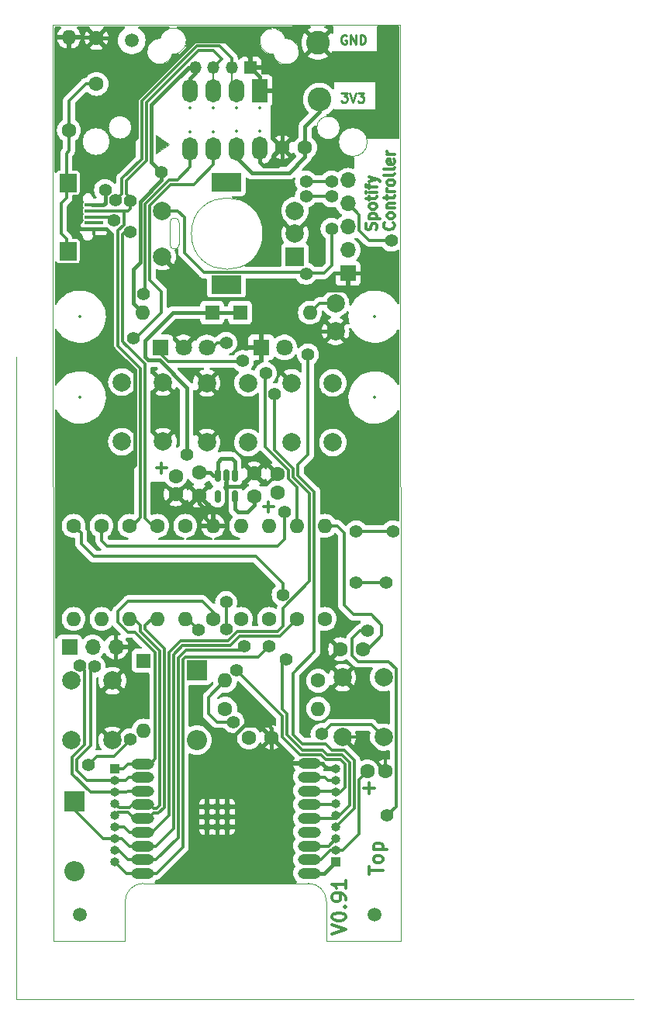
<source format=gbr>
G04 #@! TF.GenerationSoftware,KiCad,Pcbnew,7.0.1*
G04 #@! TF.CreationDate,2023-11-23T23:44:04+01:00*
G04 #@! TF.ProjectId,Spotify_controller,53706f74-6966-4795-9f63-6f6e74726f6c,rev?*
G04 #@! TF.SameCoordinates,Original*
G04 #@! TF.FileFunction,Copper,L1,Top*
G04 #@! TF.FilePolarity,Positive*
%FSLAX46Y46*%
G04 Gerber Fmt 4.6, Leading zero omitted, Abs format (unit mm)*
G04 Created by KiCad (PCBNEW 7.0.1) date 2023-11-23 23:44:04*
%MOMM*%
%LPD*%
G01*
G04 APERTURE LIST*
G04 Aperture macros list*
%AMRoundRect*
0 Rectangle with rounded corners*
0 $1 Rounding radius*
0 $2 $3 $4 $5 $6 $7 $8 $9 X,Y pos of 4 corners*
0 Add a 4 corners polygon primitive as box body*
4,1,4,$2,$3,$4,$5,$6,$7,$8,$9,$2,$3,0*
0 Add four circle primitives for the rounded corners*
1,1,$1+$1,$2,$3*
1,1,$1+$1,$4,$5*
1,1,$1+$1,$6,$7*
1,1,$1+$1,$8,$9*
0 Add four rect primitives between the rounded corners*
20,1,$1+$1,$2,$3,$4,$5,0*
20,1,$1+$1,$4,$5,$6,$7,0*
20,1,$1+$1,$6,$7,$8,$9,0*
20,1,$1+$1,$8,$9,$2,$3,0*%
G04 Aperture macros list end*
G04 #@! TA.AperFunction,Profile*
%ADD10C,0.100000*%
G04 #@! TD*
G04 #@! TA.AperFunction,Profile*
%ADD11C,0.050000*%
G04 #@! TD*
G04 #@! TA.AperFunction,NonConductor*
%ADD12C,0.100000*%
G04 #@! TD*
%ADD13C,0.250000*%
G04 #@! TA.AperFunction,NonConductor*
%ADD14C,0.250000*%
G04 #@! TD*
%ADD15C,0.300000*%
G04 #@! TA.AperFunction,NonConductor*
%ADD16C,0.300000*%
G04 #@! TD*
G04 #@! TA.AperFunction,EtchedComponent*
%ADD17C,0.050000*%
G04 #@! TD*
G04 #@! TA.AperFunction,ComponentPad*
%ADD18C,1.600000*%
G04 #@! TD*
G04 #@! TA.AperFunction,ComponentPad*
%ADD19O,1.600000X1.600000*%
G04 #@! TD*
G04 #@! TA.AperFunction,ComponentPad*
%ADD20R,1.000000X1.000000*%
G04 #@! TD*
G04 #@! TA.AperFunction,ComponentPad*
%ADD21O,1.000000X1.000000*%
G04 #@! TD*
G04 #@! TA.AperFunction,SMDPad,CuDef*
%ADD22C,1.500000*%
G04 #@! TD*
G04 #@! TA.AperFunction,ComponentPad*
%ADD23C,2.000000*%
G04 #@! TD*
G04 #@! TA.AperFunction,ComponentPad*
%ADD24R,1.800000X1.800000*%
G04 #@! TD*
G04 #@! TA.AperFunction,ComponentPad*
%ADD25C,1.800000*%
G04 #@! TD*
G04 #@! TA.AperFunction,ComponentPad*
%ADD26O,2.500000X1.200000*%
G04 #@! TD*
G04 #@! TA.AperFunction,SMDPad,CuDef*
%ADD27R,0.700000X0.700000*%
G04 #@! TD*
G04 #@! TA.AperFunction,ComponentPad*
%ADD28R,2.000000X2.000000*%
G04 #@! TD*
G04 #@! TA.AperFunction,ComponentPad*
%ADD29R,3.200000X2.000000*%
G04 #@! TD*
G04 #@! TA.AperFunction,ComponentPad*
%ADD30R,2.200000X2.200000*%
G04 #@! TD*
G04 #@! TA.AperFunction,ComponentPad*
%ADD31O,2.200000X2.200000*%
G04 #@! TD*
G04 #@! TA.AperFunction,ComponentPad*
%ADD32C,2.600000*%
G04 #@! TD*
G04 #@! TA.AperFunction,ComponentPad*
%ADD33R,1.600000X1.600000*%
G04 #@! TD*
G04 #@! TA.AperFunction,SMDPad,CuDef*
%ADD34R,2.000000X0.400000*%
G04 #@! TD*
G04 #@! TA.AperFunction,SMDPad,CuDef*
%ADD35R,1.900000X2.000000*%
G04 #@! TD*
G04 #@! TA.AperFunction,ComponentPad*
%ADD36R,1.700000X1.700000*%
G04 #@! TD*
G04 #@! TA.AperFunction,ComponentPad*
%ADD37O,1.700000X1.700000*%
G04 #@! TD*
G04 #@! TA.AperFunction,ComponentPad*
%ADD38R,1.700000X2.550000*%
G04 #@! TD*
G04 #@! TA.AperFunction,ComponentPad*
%ADD39R,1.350000X1.350000*%
G04 #@! TD*
G04 #@! TA.AperFunction,ComponentPad*
%ADD40O,1.700000X2.550000*%
G04 #@! TD*
G04 #@! TA.AperFunction,ComponentPad*
%ADD41O,1.350000X1.350000*%
G04 #@! TD*
G04 #@! TA.AperFunction,SMDPad,CuDef*
%ADD42RoundRect,0.150000X-0.150000X0.512500X-0.150000X-0.512500X0.150000X-0.512500X0.150000X0.512500X0*%
G04 #@! TD*
G04 #@! TA.AperFunction,ViaPad*
%ADD43C,1.400000*%
G04 #@! TD*
G04 #@! TA.AperFunction,Conductor*
%ADD44C,0.400000*%
G04 #@! TD*
G04 #@! TA.AperFunction,Conductor*
%ADD45C,0.300000*%
G04 #@! TD*
G04 #@! TA.AperFunction,Conductor*
%ADD46C,0.200000*%
G04 #@! TD*
%ADD47C,0.350000*%
%ADD48O,2.800000X1.500000*%
%ADD49C,0.099999*%
G04 APERTURE END LIST*
D10*
X66300000Y-142500000D02*
X58200000Y-142500000D01*
X56200000Y-136200000D02*
X38200000Y-136200000D01*
X66240000Y-42500000D02*
X28300000Y-42500000D01*
X66300000Y-142500000D02*
X66240000Y-42500000D01*
X28360000Y-142500000D02*
X36200000Y-142500000D01*
X28300000Y-42500000D02*
X28360000Y-142500000D01*
X36200000Y-142500000D02*
X36200000Y-138200000D01*
X58200000Y-142500000D02*
X58200000Y-138200000D01*
X58200000Y-138200000D02*
G75*
G03*
X56200000Y-136200000I-2000000J0D01*
G01*
X38200000Y-136200000D02*
G75*
G03*
X36200000Y-138200000I0J-2000000D01*
G01*
D11*
X42107600Y-66469200D02*
X42107600Y-64081600D01*
X41091600Y-64081600D02*
X41091600Y-66469200D01*
X41091600Y-66469200D02*
G75*
G03*
X42107600Y-66469200I508000J0D01*
G01*
X42107600Y-64081600D02*
G75*
G03*
X41091600Y-64081600I-508000J0D01*
G01*
X51240000Y-65290000D02*
G75*
G03*
X51240000Y-65290000I-3900000J0D01*
G01*
D10*
X52384349Y-45688146D02*
G75*
G03*
X53695600Y-44007401I1403091J257230D01*
G01*
X53695599Y-44007400D02*
G75*
G03*
X52384522Y-45691682I-1380298J-277975D01*
G01*
X40059249Y-44003723D02*
G75*
G03*
X41367028Y-45683800I-69049J-1402777D01*
G01*
X41370500Y-45684496D02*
G75*
G03*
X40059249Y-44003753I91840J1423516D01*
G01*
D11*
X62637337Y-55297400D02*
G75*
G03*
X62637337Y-55297400I-1560337J0D01*
G01*
X59655562Y-53759400D02*
G75*
G03*
X59655562Y-53759400I-1260962J0D01*
G01*
X36914388Y-53708493D02*
G75*
G03*
X36914388Y-53708493I-1260612J0D01*
G01*
X34539367Y-55246493D02*
G75*
G03*
X34539367Y-55246493I-1503191J0D01*
G01*
D12*
X24282400Y-78740000D02*
X24282400Y-148844000D01*
X24282400Y-148844000D02*
X91694000Y-148844000D01*
D13*
D14*
X60350304Y-43654638D02*
X60255066Y-43607019D01*
X60255066Y-43607019D02*
X60112209Y-43607019D01*
X60112209Y-43607019D02*
X59969352Y-43654638D01*
X59969352Y-43654638D02*
X59874114Y-43749876D01*
X59874114Y-43749876D02*
X59826495Y-43845114D01*
X59826495Y-43845114D02*
X59778876Y-44035590D01*
X59778876Y-44035590D02*
X59778876Y-44178447D01*
X59778876Y-44178447D02*
X59826495Y-44368923D01*
X59826495Y-44368923D02*
X59874114Y-44464161D01*
X59874114Y-44464161D02*
X59969352Y-44559400D01*
X59969352Y-44559400D02*
X60112209Y-44607019D01*
X60112209Y-44607019D02*
X60207447Y-44607019D01*
X60207447Y-44607019D02*
X60350304Y-44559400D01*
X60350304Y-44559400D02*
X60397923Y-44511780D01*
X60397923Y-44511780D02*
X60397923Y-44178447D01*
X60397923Y-44178447D02*
X60207447Y-44178447D01*
X60826495Y-44607019D02*
X60826495Y-43607019D01*
X60826495Y-43607019D02*
X61397923Y-44607019D01*
X61397923Y-44607019D02*
X61397923Y-43607019D01*
X61874114Y-44607019D02*
X61874114Y-43607019D01*
X61874114Y-43607019D02*
X62112209Y-43607019D01*
X62112209Y-43607019D02*
X62255066Y-43654638D01*
X62255066Y-43654638D02*
X62350304Y-43749876D01*
X62350304Y-43749876D02*
X62397923Y-43845114D01*
X62397923Y-43845114D02*
X62445542Y-44035590D01*
X62445542Y-44035590D02*
X62445542Y-44178447D01*
X62445542Y-44178447D02*
X62397923Y-44368923D01*
X62397923Y-44368923D02*
X62350304Y-44464161D01*
X62350304Y-44464161D02*
X62255066Y-44559400D01*
X62255066Y-44559400D02*
X62112209Y-44607019D01*
X62112209Y-44607019D02*
X61874114Y-44607019D01*
D15*
D16*
X62832428Y-135239142D02*
X62832428Y-134382000D01*
X64332428Y-134810571D02*
X62832428Y-134810571D01*
X64332428Y-133667714D02*
X64261000Y-133810571D01*
X64261000Y-133810571D02*
X64189571Y-133882000D01*
X64189571Y-133882000D02*
X64046714Y-133953428D01*
X64046714Y-133953428D02*
X63618142Y-133953428D01*
X63618142Y-133953428D02*
X63475285Y-133882000D01*
X63475285Y-133882000D02*
X63403857Y-133810571D01*
X63403857Y-133810571D02*
X63332428Y-133667714D01*
X63332428Y-133667714D02*
X63332428Y-133453428D01*
X63332428Y-133453428D02*
X63403857Y-133310571D01*
X63403857Y-133310571D02*
X63475285Y-133239143D01*
X63475285Y-133239143D02*
X63618142Y-133167714D01*
X63618142Y-133167714D02*
X64046714Y-133167714D01*
X64046714Y-133167714D02*
X64189571Y-133239143D01*
X64189571Y-133239143D02*
X64261000Y-133310571D01*
X64261000Y-133310571D02*
X64332428Y-133453428D01*
X64332428Y-133453428D02*
X64332428Y-133667714D01*
X63332428Y-132524857D02*
X64832428Y-132524857D01*
X63403857Y-132524857D02*
X63332428Y-132382000D01*
X63332428Y-132382000D02*
X63332428Y-132096285D01*
X63332428Y-132096285D02*
X63403857Y-131953428D01*
X63403857Y-131953428D02*
X63475285Y-131882000D01*
X63475285Y-131882000D02*
X63618142Y-131810571D01*
X63618142Y-131810571D02*
X64046714Y-131810571D01*
X64046714Y-131810571D02*
X64189571Y-131882000D01*
X64189571Y-131882000D02*
X64261000Y-131953428D01*
X64261000Y-131953428D02*
X64332428Y-132096285D01*
X64332428Y-132096285D02*
X64332428Y-132382000D01*
X64332428Y-132382000D02*
X64261000Y-132524857D01*
D15*
D16*
X51309542Y-95104600D02*
X52452400Y-95104600D01*
X51880971Y-95676028D02*
X51880971Y-94533171D01*
D15*
D16*
X63612600Y-64846228D02*
X63669742Y-64674800D01*
X63669742Y-64674800D02*
X63669742Y-64389085D01*
X63669742Y-64389085D02*
X63612600Y-64274800D01*
X63612600Y-64274800D02*
X63555457Y-64217657D01*
X63555457Y-64217657D02*
X63441171Y-64160514D01*
X63441171Y-64160514D02*
X63326885Y-64160514D01*
X63326885Y-64160514D02*
X63212600Y-64217657D01*
X63212600Y-64217657D02*
X63155457Y-64274800D01*
X63155457Y-64274800D02*
X63098314Y-64389085D01*
X63098314Y-64389085D02*
X63041171Y-64617657D01*
X63041171Y-64617657D02*
X62984028Y-64731942D01*
X62984028Y-64731942D02*
X62926885Y-64789085D01*
X62926885Y-64789085D02*
X62812600Y-64846228D01*
X62812600Y-64846228D02*
X62698314Y-64846228D01*
X62698314Y-64846228D02*
X62584028Y-64789085D01*
X62584028Y-64789085D02*
X62526885Y-64731942D01*
X62526885Y-64731942D02*
X62469742Y-64617657D01*
X62469742Y-64617657D02*
X62469742Y-64331942D01*
X62469742Y-64331942D02*
X62526885Y-64160514D01*
X62869742Y-63646228D02*
X64069742Y-63646228D01*
X62926885Y-63646228D02*
X62869742Y-63531943D01*
X62869742Y-63531943D02*
X62869742Y-63303371D01*
X62869742Y-63303371D02*
X62926885Y-63189085D01*
X62926885Y-63189085D02*
X62984028Y-63131943D01*
X62984028Y-63131943D02*
X63098314Y-63074800D01*
X63098314Y-63074800D02*
X63441171Y-63074800D01*
X63441171Y-63074800D02*
X63555457Y-63131943D01*
X63555457Y-63131943D02*
X63612600Y-63189085D01*
X63612600Y-63189085D02*
X63669742Y-63303371D01*
X63669742Y-63303371D02*
X63669742Y-63531943D01*
X63669742Y-63531943D02*
X63612600Y-63646228D01*
X63669742Y-62389086D02*
X63612600Y-62503371D01*
X63612600Y-62503371D02*
X63555457Y-62560514D01*
X63555457Y-62560514D02*
X63441171Y-62617657D01*
X63441171Y-62617657D02*
X63098314Y-62617657D01*
X63098314Y-62617657D02*
X62984028Y-62560514D01*
X62984028Y-62560514D02*
X62926885Y-62503371D01*
X62926885Y-62503371D02*
X62869742Y-62389086D01*
X62869742Y-62389086D02*
X62869742Y-62217657D01*
X62869742Y-62217657D02*
X62926885Y-62103371D01*
X62926885Y-62103371D02*
X62984028Y-62046229D01*
X62984028Y-62046229D02*
X63098314Y-61989086D01*
X63098314Y-61989086D02*
X63441171Y-61989086D01*
X63441171Y-61989086D02*
X63555457Y-62046229D01*
X63555457Y-62046229D02*
X63612600Y-62103371D01*
X63612600Y-62103371D02*
X63669742Y-62217657D01*
X63669742Y-62217657D02*
X63669742Y-62389086D01*
X62869742Y-61646229D02*
X62869742Y-61189086D01*
X62469742Y-61474800D02*
X63498314Y-61474800D01*
X63498314Y-61474800D02*
X63612600Y-61417657D01*
X63612600Y-61417657D02*
X63669742Y-61303372D01*
X63669742Y-61303372D02*
X63669742Y-61189086D01*
X63669742Y-60789086D02*
X62869742Y-60789086D01*
X62469742Y-60789086D02*
X62526885Y-60846229D01*
X62526885Y-60846229D02*
X62584028Y-60789086D01*
X62584028Y-60789086D02*
X62526885Y-60731943D01*
X62526885Y-60731943D02*
X62469742Y-60789086D01*
X62469742Y-60789086D02*
X62584028Y-60789086D01*
X62869742Y-60389086D02*
X62869742Y-59931943D01*
X63669742Y-60217657D02*
X62641171Y-60217657D01*
X62641171Y-60217657D02*
X62526885Y-60160514D01*
X62526885Y-60160514D02*
X62469742Y-60046229D01*
X62469742Y-60046229D02*
X62469742Y-59931943D01*
X62869742Y-59646229D02*
X63669742Y-59360515D01*
X62869742Y-59074800D02*
X63669742Y-59360515D01*
X63669742Y-59360515D02*
X63955457Y-59474800D01*
X63955457Y-59474800D02*
X64012600Y-59531943D01*
X64012600Y-59531943D02*
X64069742Y-59646229D01*
X65499457Y-64103371D02*
X65556600Y-64160514D01*
X65556600Y-64160514D02*
X65613742Y-64331942D01*
X65613742Y-64331942D02*
X65613742Y-64446228D01*
X65613742Y-64446228D02*
X65556600Y-64617657D01*
X65556600Y-64617657D02*
X65442314Y-64731942D01*
X65442314Y-64731942D02*
X65328028Y-64789085D01*
X65328028Y-64789085D02*
X65099457Y-64846228D01*
X65099457Y-64846228D02*
X64928028Y-64846228D01*
X64928028Y-64846228D02*
X64699457Y-64789085D01*
X64699457Y-64789085D02*
X64585171Y-64731942D01*
X64585171Y-64731942D02*
X64470885Y-64617657D01*
X64470885Y-64617657D02*
X64413742Y-64446228D01*
X64413742Y-64446228D02*
X64413742Y-64331942D01*
X64413742Y-64331942D02*
X64470885Y-64160514D01*
X64470885Y-64160514D02*
X64528028Y-64103371D01*
X65613742Y-63417657D02*
X65556600Y-63531942D01*
X65556600Y-63531942D02*
X65499457Y-63589085D01*
X65499457Y-63589085D02*
X65385171Y-63646228D01*
X65385171Y-63646228D02*
X65042314Y-63646228D01*
X65042314Y-63646228D02*
X64928028Y-63589085D01*
X64928028Y-63589085D02*
X64870885Y-63531942D01*
X64870885Y-63531942D02*
X64813742Y-63417657D01*
X64813742Y-63417657D02*
X64813742Y-63246228D01*
X64813742Y-63246228D02*
X64870885Y-63131942D01*
X64870885Y-63131942D02*
X64928028Y-63074800D01*
X64928028Y-63074800D02*
X65042314Y-63017657D01*
X65042314Y-63017657D02*
X65385171Y-63017657D01*
X65385171Y-63017657D02*
X65499457Y-63074800D01*
X65499457Y-63074800D02*
X65556600Y-63131942D01*
X65556600Y-63131942D02*
X65613742Y-63246228D01*
X65613742Y-63246228D02*
X65613742Y-63417657D01*
X64813742Y-62503371D02*
X65613742Y-62503371D01*
X64928028Y-62503371D02*
X64870885Y-62446228D01*
X64870885Y-62446228D02*
X64813742Y-62331943D01*
X64813742Y-62331943D02*
X64813742Y-62160514D01*
X64813742Y-62160514D02*
X64870885Y-62046228D01*
X64870885Y-62046228D02*
X64985171Y-61989086D01*
X64985171Y-61989086D02*
X65613742Y-61989086D01*
X64813742Y-61589086D02*
X64813742Y-61131943D01*
X64413742Y-61417657D02*
X65442314Y-61417657D01*
X65442314Y-61417657D02*
X65556600Y-61360514D01*
X65556600Y-61360514D02*
X65613742Y-61246229D01*
X65613742Y-61246229D02*
X65613742Y-61131943D01*
X65613742Y-60731943D02*
X64813742Y-60731943D01*
X65042314Y-60731943D02*
X64928028Y-60674800D01*
X64928028Y-60674800D02*
X64870885Y-60617658D01*
X64870885Y-60617658D02*
X64813742Y-60503372D01*
X64813742Y-60503372D02*
X64813742Y-60389086D01*
X65613742Y-59817658D02*
X65556600Y-59931943D01*
X65556600Y-59931943D02*
X65499457Y-59989086D01*
X65499457Y-59989086D02*
X65385171Y-60046229D01*
X65385171Y-60046229D02*
X65042314Y-60046229D01*
X65042314Y-60046229D02*
X64928028Y-59989086D01*
X64928028Y-59989086D02*
X64870885Y-59931943D01*
X64870885Y-59931943D02*
X64813742Y-59817658D01*
X64813742Y-59817658D02*
X64813742Y-59646229D01*
X64813742Y-59646229D02*
X64870885Y-59531943D01*
X64870885Y-59531943D02*
X64928028Y-59474801D01*
X64928028Y-59474801D02*
X65042314Y-59417658D01*
X65042314Y-59417658D02*
X65385171Y-59417658D01*
X65385171Y-59417658D02*
X65499457Y-59474801D01*
X65499457Y-59474801D02*
X65556600Y-59531943D01*
X65556600Y-59531943D02*
X65613742Y-59646229D01*
X65613742Y-59646229D02*
X65613742Y-59817658D01*
X65613742Y-58731944D02*
X65556600Y-58846229D01*
X65556600Y-58846229D02*
X65442314Y-58903372D01*
X65442314Y-58903372D02*
X64413742Y-58903372D01*
X65613742Y-58103373D02*
X65556600Y-58217658D01*
X65556600Y-58217658D02*
X65442314Y-58274801D01*
X65442314Y-58274801D02*
X64413742Y-58274801D01*
X65556600Y-57189087D02*
X65613742Y-57303373D01*
X65613742Y-57303373D02*
X65613742Y-57531945D01*
X65613742Y-57531945D02*
X65556600Y-57646230D01*
X65556600Y-57646230D02*
X65442314Y-57703373D01*
X65442314Y-57703373D02*
X64985171Y-57703373D01*
X64985171Y-57703373D02*
X64870885Y-57646230D01*
X64870885Y-57646230D02*
X64813742Y-57531945D01*
X64813742Y-57531945D02*
X64813742Y-57303373D01*
X64813742Y-57303373D02*
X64870885Y-57189087D01*
X64870885Y-57189087D02*
X64985171Y-57131945D01*
X64985171Y-57131945D02*
X65099457Y-57131945D01*
X65099457Y-57131945D02*
X65213742Y-57703373D01*
X65613742Y-56617659D02*
X64813742Y-56617659D01*
X65042314Y-56617659D02*
X64928028Y-56560516D01*
X64928028Y-56560516D02*
X64870885Y-56503374D01*
X64870885Y-56503374D02*
X64813742Y-56389088D01*
X64813742Y-56389088D02*
X64813742Y-56274802D01*
D15*
D16*
X62256942Y-125813200D02*
X63399800Y-125813200D01*
X62828371Y-126384628D02*
X62828371Y-125241771D01*
D13*
D14*
X59832857Y-49933420D02*
X60451904Y-49933420D01*
X60451904Y-49933420D02*
X60118571Y-50314372D01*
X60118571Y-50314372D02*
X60261428Y-50314372D01*
X60261428Y-50314372D02*
X60356666Y-50361991D01*
X60356666Y-50361991D02*
X60404285Y-50409610D01*
X60404285Y-50409610D02*
X60451904Y-50504848D01*
X60451904Y-50504848D02*
X60451904Y-50742943D01*
X60451904Y-50742943D02*
X60404285Y-50838181D01*
X60404285Y-50838181D02*
X60356666Y-50885801D01*
X60356666Y-50885801D02*
X60261428Y-50933420D01*
X60261428Y-50933420D02*
X59975714Y-50933420D01*
X59975714Y-50933420D02*
X59880476Y-50885801D01*
X59880476Y-50885801D02*
X59832857Y-50838181D01*
X60737619Y-49933420D02*
X61070952Y-50933420D01*
X61070952Y-50933420D02*
X61404285Y-49933420D01*
X61642381Y-49933420D02*
X62261428Y-49933420D01*
X62261428Y-49933420D02*
X61928095Y-50314372D01*
X61928095Y-50314372D02*
X62070952Y-50314372D01*
X62070952Y-50314372D02*
X62166190Y-50361991D01*
X62166190Y-50361991D02*
X62213809Y-50409610D01*
X62213809Y-50409610D02*
X62261428Y-50504848D01*
X62261428Y-50504848D02*
X62261428Y-50742943D01*
X62261428Y-50742943D02*
X62213809Y-50838181D01*
X62213809Y-50838181D02*
X62166190Y-50885801D01*
X62166190Y-50885801D02*
X62070952Y-50933420D01*
X62070952Y-50933420D02*
X61785238Y-50933420D01*
X61785238Y-50933420D02*
X61690000Y-50885801D01*
X61690000Y-50885801D02*
X61642381Y-50838181D01*
D15*
D16*
X58819228Y-141716142D02*
X60319228Y-141216142D01*
X60319228Y-141216142D02*
X58819228Y-140716142D01*
X58819228Y-139930428D02*
X58819228Y-139787571D01*
X58819228Y-139787571D02*
X58890657Y-139644714D01*
X58890657Y-139644714D02*
X58962085Y-139573286D01*
X58962085Y-139573286D02*
X59104942Y-139501857D01*
X59104942Y-139501857D02*
X59390657Y-139430428D01*
X59390657Y-139430428D02*
X59747800Y-139430428D01*
X59747800Y-139430428D02*
X60033514Y-139501857D01*
X60033514Y-139501857D02*
X60176371Y-139573286D01*
X60176371Y-139573286D02*
X60247800Y-139644714D01*
X60247800Y-139644714D02*
X60319228Y-139787571D01*
X60319228Y-139787571D02*
X60319228Y-139930428D01*
X60319228Y-139930428D02*
X60247800Y-140073286D01*
X60247800Y-140073286D02*
X60176371Y-140144714D01*
X60176371Y-140144714D02*
X60033514Y-140216143D01*
X60033514Y-140216143D02*
X59747800Y-140287571D01*
X59747800Y-140287571D02*
X59390657Y-140287571D01*
X59390657Y-140287571D02*
X59104942Y-140216143D01*
X59104942Y-140216143D02*
X58962085Y-140144714D01*
X58962085Y-140144714D02*
X58890657Y-140073286D01*
X58890657Y-140073286D02*
X58819228Y-139930428D01*
X60176371Y-138787572D02*
X60247800Y-138716143D01*
X60247800Y-138716143D02*
X60319228Y-138787572D01*
X60319228Y-138787572D02*
X60247800Y-138859000D01*
X60247800Y-138859000D02*
X60176371Y-138787572D01*
X60176371Y-138787572D02*
X60319228Y-138787572D01*
X60319228Y-138001857D02*
X60319228Y-137716143D01*
X60319228Y-137716143D02*
X60247800Y-137573286D01*
X60247800Y-137573286D02*
X60176371Y-137501857D01*
X60176371Y-137501857D02*
X59962085Y-137359000D01*
X59962085Y-137359000D02*
X59676371Y-137287571D01*
X59676371Y-137287571D02*
X59104942Y-137287571D01*
X59104942Y-137287571D02*
X58962085Y-137359000D01*
X58962085Y-137359000D02*
X58890657Y-137430429D01*
X58890657Y-137430429D02*
X58819228Y-137573286D01*
X58819228Y-137573286D02*
X58819228Y-137859000D01*
X58819228Y-137859000D02*
X58890657Y-138001857D01*
X58890657Y-138001857D02*
X58962085Y-138073286D01*
X58962085Y-138073286D02*
X59104942Y-138144714D01*
X59104942Y-138144714D02*
X59462085Y-138144714D01*
X59462085Y-138144714D02*
X59604942Y-138073286D01*
X59604942Y-138073286D02*
X59676371Y-138001857D01*
X59676371Y-138001857D02*
X59747800Y-137859000D01*
X59747800Y-137859000D02*
X59747800Y-137573286D01*
X59747800Y-137573286D02*
X59676371Y-137430429D01*
X59676371Y-137430429D02*
X59604942Y-137359000D01*
X59604942Y-137359000D02*
X59462085Y-137287571D01*
X60319228Y-135859000D02*
X60319228Y-136716143D01*
X60319228Y-136287572D02*
X58819228Y-136287572D01*
X58819228Y-136287572D02*
X59033514Y-136430429D01*
X59033514Y-136430429D02*
X59176371Y-136573286D01*
X59176371Y-136573286D02*
X59247800Y-136716143D01*
D15*
D16*
X39625542Y-90888200D02*
X40768400Y-90888200D01*
X40196971Y-91459628D02*
X40196971Y-90316771D01*
D17*
X41036600Y-55585400D02*
X39563400Y-56550600D01*
X39563400Y-54518600D01*
X41036600Y-55585400D01*
G04 #@! TA.AperFunction,EtchedComponent*
G36*
X41036600Y-55585400D02*
G01*
X39563400Y-56550600D01*
X39563400Y-54518600D01*
X41036600Y-55585400D01*
G37*
G04 #@! TD.AperFunction*
D18*
X53360000Y-55880000D03*
X55860000Y-55880000D03*
X58013600Y-107340400D03*
D19*
X58013600Y-97180400D03*
D18*
X51917600Y-107340400D03*
D19*
X51917600Y-97180400D03*
D20*
X35102800Y-123708000D03*
D21*
X35102800Y-124978000D03*
X35102800Y-126248000D03*
X35102800Y-127518000D03*
X35102800Y-128788000D03*
X35102800Y-130058000D03*
X35102800Y-131328000D03*
X35102800Y-132598000D03*
X35102800Y-133868000D03*
D22*
X63450000Y-139600000D03*
D18*
X52832000Y-93539999D03*
X52832000Y-91539999D03*
D23*
X58892000Y-81586000D03*
X58892000Y-88086000D03*
X54392000Y-81586000D03*
X54392000Y-88086000D03*
D22*
X31250000Y-139600000D03*
D23*
X30320000Y-120590000D03*
X30320000Y-114090000D03*
X34820000Y-120590000D03*
X34820000Y-114090000D03*
D18*
X33070800Y-43950000D03*
X33070800Y-48950000D03*
X41734001Y-91739998D03*
X41734001Y-93739998D03*
X54965600Y-107340400D03*
D19*
X54965600Y-97180400D03*
D24*
X51054000Y-77712000D03*
D25*
X53594000Y-77712000D03*
D26*
X56300000Y-135128000D03*
X56300000Y-133628000D03*
X56300000Y-132138000D03*
X56300000Y-130628000D03*
X56300000Y-129128000D03*
X56300000Y-127628000D03*
X56300000Y-126128000D03*
X56300000Y-124628000D03*
X56300000Y-123128000D03*
X38100000Y-123158000D03*
X38100000Y-124628000D03*
X38100000Y-126128000D03*
X38100000Y-127628000D03*
X38100000Y-129128000D03*
X38100000Y-130628000D03*
X38100000Y-132128000D03*
X38100000Y-133628000D03*
X38100000Y-135128000D03*
D27*
X47340000Y-130028000D03*
X47340000Y-128928000D03*
X47340000Y-127828000D03*
X46290000Y-130028000D03*
X46290000Y-128928000D03*
X46290000Y-127828000D03*
X45140000Y-130028000D03*
X45140000Y-128928000D03*
X45140000Y-127828000D03*
D28*
X54748000Y-67790000D03*
D23*
X54748000Y-62790000D03*
X54748000Y-65290000D03*
D29*
X47248000Y-70890000D03*
X47248000Y-59690000D03*
D23*
X40248000Y-62790000D03*
X40248000Y-67790000D03*
D18*
X39725600Y-97180400D03*
D19*
X39725600Y-107340400D03*
D23*
X59182000Y-72912000D03*
D30*
X30657800Y-127254000D03*
D31*
X30657800Y-134874000D03*
D18*
X36677600Y-97180400D03*
D19*
X36677600Y-107340400D03*
D32*
X57429400Y-50647600D03*
D33*
X38227000Y-111912400D03*
D19*
X38227000Y-119532400D03*
D23*
X35850000Y-88000000D03*
X35850000Y-81500000D03*
X40350000Y-88000000D03*
X40350000Y-81500000D03*
D24*
X40045800Y-77724000D03*
D25*
X42585800Y-77724000D03*
X45125800Y-77724000D03*
D18*
X62636400Y-123977400D03*
X64636400Y-123977400D03*
D23*
X49621000Y-81586000D03*
X49621000Y-88086000D03*
X45121000Y-81586000D03*
X45121000Y-88086000D03*
D20*
X59232800Y-133858000D03*
D21*
X59232800Y-132588000D03*
X59232800Y-131318000D03*
X59232800Y-130048000D03*
X59232800Y-128778000D03*
X59232800Y-127508000D03*
X59232800Y-126238000D03*
X59232800Y-124968000D03*
X59232800Y-123698000D03*
D18*
X30581600Y-97180400D03*
D19*
X30581600Y-107340400D03*
D18*
X42773600Y-97180400D03*
D19*
X42773600Y-107340400D03*
D18*
X59690000Y-110650000D03*
X62190000Y-110650000D03*
D32*
X57251600Y-44475400D03*
D18*
X45821600Y-107340400D03*
D19*
X45821600Y-97180400D03*
D34*
X32792000Y-62172500D03*
X32792000Y-62822500D03*
X32792000Y-63472500D03*
X32792000Y-64122500D03*
X32792000Y-64772500D03*
D35*
X29972000Y-59735000D03*
X29972000Y-67210000D03*
D18*
X48869600Y-107340400D03*
D19*
X48869600Y-97180400D03*
D23*
X64440000Y-113749100D03*
X64440000Y-120249100D03*
X59940000Y-113749100D03*
X59940000Y-120249100D03*
X59182000Y-75946000D03*
D18*
X49718600Y-120276600D03*
X52218600Y-120276600D03*
X47127801Y-117152400D03*
D19*
X57287801Y-117152400D03*
D22*
X36931600Y-44196000D03*
D33*
X45720000Y-73914000D03*
D19*
X38100000Y-73914000D03*
D18*
X33629600Y-97180400D03*
D19*
X33629600Y-107340400D03*
D36*
X60540000Y-69640000D03*
D37*
X60540000Y-67100000D03*
X60540000Y-64560000D03*
X60540000Y-62020000D03*
X60540000Y-59480000D03*
D18*
X44274001Y-91399999D03*
X44274001Y-93899999D03*
D36*
X30124400Y-110413800D03*
D37*
X32664400Y-110413800D03*
X35204400Y-110413800D03*
D18*
X50284001Y-93980000D03*
X50284001Y-91480000D03*
D38*
X50927000Y-49717400D03*
D39*
X49869200Y-47142400D03*
D40*
X48387000Y-49717400D03*
D41*
X47869200Y-47142400D03*
X45869200Y-47142400D03*
D40*
X45847000Y-49717400D03*
D41*
X43869200Y-47142400D03*
D40*
X43307000Y-49717400D03*
X50927000Y-55997400D03*
X48387000Y-56037400D03*
X45847000Y-56037400D03*
X43307000Y-56037400D03*
D30*
X44043600Y-112953800D03*
D31*
X44043600Y-120573800D03*
D33*
X48768000Y-73914000D03*
D19*
X56388000Y-73914000D03*
D18*
X30070000Y-54019999D03*
D19*
X30070000Y-43859999D03*
D18*
X57280000Y-114090000D03*
D19*
X47120000Y-114090000D03*
D42*
X48195601Y-91701599D03*
X47245601Y-91701599D03*
X46295601Y-91701599D03*
X46295601Y-93976599D03*
X48195601Y-93976599D03*
D43*
X42926000Y-89408000D03*
X47362900Y-120514900D03*
X60060211Y-91302211D03*
X55229536Y-71485536D03*
X49276000Y-75946000D03*
X63500000Y-69596000D03*
X56812026Y-91302211D03*
X34544000Y-93218000D03*
X57658000Y-119913400D03*
X51562000Y-80518000D03*
X34016436Y-60536347D03*
X40182800Y-58623200D03*
X52549615Y-82804000D03*
X58757500Y-59614497D03*
X55958500Y-59614497D03*
X58757500Y-61214000D03*
X64820800Y-128778000D03*
X65278000Y-66040000D03*
X55958500Y-61214000D03*
X62687200Y-108661200D03*
X58757500Y-64770000D03*
X55958500Y-69664524D03*
X56170500Y-78486000D03*
X38167000Y-71882000D03*
X65430400Y-97790000D03*
X61441000Y-97790000D03*
X37076645Y-76701176D03*
X47252214Y-108466215D03*
X53746400Y-111760000D03*
X47244000Y-105511600D03*
X48040268Y-118603602D03*
X36752241Y-61705251D03*
X35153338Y-61661452D03*
X36748500Y-65125600D03*
X35018500Y-63872000D03*
X36753800Y-120499100D03*
X32156500Y-123288365D03*
X49047400Y-79197200D03*
X47244000Y-77216000D03*
X44246800Y-108534200D03*
X48344131Y-112911100D03*
X31281704Y-112451941D03*
X32878119Y-112551262D03*
X51917600Y-110286900D03*
X49199800Y-110286900D03*
X53594000Y-95707200D03*
X61441000Y-103378000D03*
X64740500Y-103378000D03*
X53410691Y-104718691D03*
D44*
X42926000Y-82092800D02*
X42926000Y-89408000D01*
X44274001Y-91399999D02*
X45492001Y-91399999D01*
X45793601Y-91701599D02*
X46295601Y-91701599D01*
X47828200Y-89814400D02*
X48195601Y-90181801D01*
X38354000Y-76962000D02*
X38354000Y-78740000D01*
X46295601Y-91701599D02*
X46295601Y-90229399D01*
X46295601Y-90229399D02*
X46710600Y-89814400D01*
X48195601Y-90181801D02*
X48195601Y-91701599D01*
X38735000Y-79121000D02*
X39954200Y-79121000D01*
X45720000Y-73914000D02*
X48768000Y-73914000D01*
X45720000Y-73914000D02*
X41402000Y-73914000D01*
X46710600Y-89814400D02*
X47828200Y-89814400D01*
X41402000Y-73914000D02*
X38354000Y-76962000D01*
X39954200Y-79121000D02*
X42926000Y-82092800D01*
X45492001Y-91399999D02*
X45793601Y-91701599D01*
X38354000Y-78740000D02*
X38735000Y-79121000D01*
X34140100Y-64772500D02*
X34747200Y-65379600D01*
D45*
X47340000Y-130028000D02*
X47340000Y-128928000D01*
D44*
X49869200Y-47142400D02*
X49869200Y-46160800D01*
X57251600Y-44475400D02*
X53360000Y-48367000D01*
X32980799Y-43859999D02*
X33070800Y-43950000D01*
D45*
X62272625Y-120249100D02*
X59940000Y-120249100D01*
D44*
X45821600Y-97180400D02*
X44986860Y-96345660D01*
D45*
X64636400Y-123977400D02*
X64636400Y-122612875D01*
D44*
X47683900Y-120514900D02*
X49225200Y-118973600D01*
X34747200Y-65379600D02*
X34747200Y-68808600D01*
X46925542Y-95441458D02*
X44986860Y-95441458D01*
X44848000Y-72390000D02*
X54325072Y-72390000D01*
X47362900Y-120514900D02*
X47683900Y-120514900D01*
X44274001Y-94728599D02*
X44274001Y-93899999D01*
D45*
X64636400Y-122612875D02*
X62272625Y-120249100D01*
D44*
X34620200Y-44272200D02*
X34798000Y-44450000D01*
D45*
X45140000Y-127828000D02*
X46290000Y-127828000D01*
D44*
X34747200Y-68808600D02*
X34747200Y-77673199D01*
X35102800Y-78028800D02*
X34798000Y-77724000D01*
X55229536Y-71485536D02*
X61610464Y-71485536D01*
D45*
X47340000Y-128928000D02*
X47340000Y-127828000D01*
D44*
X51917600Y-118973600D02*
X52218600Y-119274600D01*
X47245601Y-92858999D02*
X47245601Y-95121399D01*
X34747200Y-77673199D02*
X35102800Y-78028800D01*
D45*
X45140000Y-128928000D02*
X46290000Y-128928000D01*
X46290000Y-128928000D02*
X46290000Y-127828000D01*
D44*
X49869200Y-46160800D02*
X47964000Y-44255600D01*
X37439600Y-54785658D02*
X35306000Y-56919258D01*
X47245601Y-91701599D02*
X47245601Y-92858999D01*
X50927000Y-48200200D02*
X49869200Y-47142400D01*
X30784800Y-61699040D02*
X30784800Y-64211200D01*
X30784800Y-64211200D02*
X31346100Y-64772500D01*
D45*
X46290000Y-127828000D02*
X47340000Y-127828000D01*
X47340000Y-130028000D02*
X46290000Y-130028000D01*
D44*
X34298000Y-43950000D02*
X33070800Y-43950000D01*
X37439600Y-50596800D02*
X37439600Y-54785658D01*
X50927000Y-50317400D02*
X50927000Y-48200200D01*
X31346100Y-64772500D02*
X34140100Y-64772500D01*
X50927000Y-55397400D02*
X50927000Y-57531000D01*
X34798000Y-44450000D02*
X34798000Y-45770800D01*
X43780800Y-44255600D02*
X38531800Y-49504600D01*
X52218600Y-121814600D02*
X52218600Y-120276600D01*
X38531800Y-49504600D02*
X37439600Y-50596800D01*
D45*
X46290000Y-130028000D02*
X45140000Y-130028000D01*
D44*
X34544000Y-93218000D02*
X37250000Y-90512000D01*
X56300000Y-123128000D02*
X57753400Y-123128000D01*
X54325072Y-72390000D02*
X55229536Y-71485536D01*
X40248000Y-67790000D02*
X44848000Y-72390000D01*
X52218600Y-119274600D02*
X52218600Y-120276600D01*
X52832000Y-57912000D02*
X53360000Y-57384000D01*
X30070000Y-43859999D02*
X32980799Y-43859999D01*
X35306000Y-57177840D02*
X30784800Y-61699040D01*
X53360000Y-48367000D02*
X53360000Y-55880000D01*
X47245601Y-92858999D02*
X48905002Y-92858999D01*
X35306000Y-56919258D02*
X35306000Y-57177840D01*
X61610464Y-71485536D02*
X63500000Y-69596000D01*
X59182000Y-75946000D02*
X49276000Y-75946000D01*
X58323400Y-123698000D02*
X59232800Y-123698000D01*
X49225200Y-118973600D02*
X51917600Y-118973600D01*
X53532000Y-123128000D02*
X52218600Y-121814600D01*
X37250000Y-90512000D02*
X37250000Y-80176000D01*
D45*
X46290000Y-130028000D02*
X46290000Y-128928000D01*
D44*
X51308000Y-57912000D02*
X52832000Y-57912000D01*
D45*
X46290000Y-128928000D02*
X47340000Y-128928000D01*
D44*
X34620200Y-44272200D02*
X34298000Y-43950000D01*
X34798000Y-45770800D02*
X38531800Y-49504600D01*
D45*
X45140000Y-128928000D02*
X45140000Y-127828000D01*
D44*
X50927000Y-57531000D02*
X51308000Y-57912000D01*
X47964000Y-44255600D02*
X43780800Y-44255600D01*
X60060211Y-91302211D02*
X56812026Y-91302211D01*
X53360000Y-57384000D02*
X53360000Y-55880000D01*
X44986860Y-95441458D02*
X44274001Y-94728599D01*
X48905002Y-92858999D02*
X50284001Y-91480000D01*
X44986860Y-96345660D02*
X44986860Y-95441458D01*
X56300000Y-123128000D02*
X53532000Y-123128000D01*
X57889100Y-123263700D02*
X58323400Y-123698000D01*
X47245601Y-95121399D02*
X46925542Y-95441458D01*
D45*
X45140000Y-130028000D02*
X45140000Y-128928000D01*
D44*
X37250000Y-80176000D02*
X35102800Y-78028800D01*
X57753400Y-123128000D02*
X57889100Y-123263700D01*
X57429400Y-51993800D02*
X57429400Y-50647600D01*
X48195601Y-95338001D02*
X48497507Y-95639907D01*
X55860000Y-55880000D02*
X55860000Y-56916000D01*
X50284001Y-94885399D02*
X50284001Y-93980000D01*
X55860000Y-56916000D02*
X54102000Y-58674000D01*
X55860000Y-53563200D02*
X57429400Y-51993800D01*
X48195601Y-93976599D02*
X48195601Y-95338001D01*
X48497507Y-95639907D02*
X49529493Y-95639907D01*
X55860000Y-55880000D02*
X55860000Y-53563200D01*
X57805400Y-135128000D02*
X57962800Y-135128000D01*
X57962800Y-135128000D02*
X59232800Y-133858000D01*
X54102000Y-58674000D02*
X50038000Y-58674000D01*
D45*
X56300000Y-135128000D02*
X57685201Y-135128000D01*
D44*
X50038000Y-58674000D02*
X48387000Y-57023000D01*
X56300000Y-135128000D02*
X57805400Y-135128000D01*
X48387000Y-57023000D02*
X48387000Y-55437400D01*
X49529493Y-95639907D02*
X50284001Y-94885399D01*
D45*
X33070800Y-48950000D02*
X31920000Y-48950000D01*
X29790000Y-59735000D02*
X29790000Y-56540400D01*
X29210000Y-61976000D02*
X29210000Y-65278000D01*
X30070000Y-50800000D02*
X30070000Y-54019999D01*
X31920000Y-48950000D02*
X30070000Y-50800000D01*
X29790000Y-61396000D02*
X29210000Y-61976000D01*
X29790000Y-65858000D02*
X29790000Y-67210000D01*
X29790000Y-59735000D02*
X29790000Y-61396000D01*
X30070000Y-56260400D02*
X29790000Y-56540400D01*
X29210000Y-65278000D02*
X29790000Y-65858000D01*
X30070000Y-54019999D02*
X30070000Y-56260400D01*
X63090000Y-118899100D02*
X58672300Y-118899100D01*
X57983400Y-124628000D02*
X58323400Y-124968000D01*
X63093600Y-106883200D02*
X61163200Y-106883200D01*
X60096400Y-105816400D02*
X60096400Y-97942400D01*
X60096400Y-97942400D02*
X59334400Y-97180400D01*
X64440000Y-120249100D02*
X63090000Y-118899100D01*
X62190000Y-110650000D02*
X62730400Y-110650000D01*
X64211200Y-109169200D02*
X64211200Y-108000800D01*
X59334400Y-97180400D02*
X58013600Y-97180400D01*
X58323400Y-124968000D02*
X59232800Y-124968000D01*
X58672300Y-118899100D02*
X57658000Y-119913400D01*
X56300000Y-124628000D02*
X57983400Y-124628000D01*
X61163200Y-106883200D02*
X60096400Y-105816400D01*
X64211200Y-108000800D02*
X63093600Y-106883200D01*
X62730400Y-110650000D02*
X64211200Y-109169200D01*
X54080198Y-92070410D02*
X54965600Y-92955812D01*
X51562000Y-80518000D02*
X51500115Y-80579885D01*
X51500115Y-88529221D02*
X54080198Y-91109304D01*
X54080198Y-91109304D02*
X54080198Y-92070410D01*
X54965600Y-92955812D02*
X54965600Y-97180400D01*
X51500115Y-80579885D02*
X51500115Y-88529221D01*
D44*
X37848000Y-68374800D02*
X37067500Y-69155300D01*
X43180000Y-47142400D02*
X43869200Y-47142400D01*
X43307000Y-48336200D02*
X43869200Y-47774000D01*
X43869200Y-47774000D02*
X43869200Y-47142400D01*
X41351200Y-48971200D02*
X41605200Y-48717200D01*
X34016436Y-60536347D02*
X34016436Y-61988864D01*
D45*
X41605200Y-48717200D02*
X41605200Y-48646488D01*
D44*
X39065200Y-51257200D02*
X41351200Y-48971200D01*
X43307000Y-50317400D02*
X43307000Y-48336200D01*
D45*
X43109288Y-47142400D02*
X43869200Y-47142400D01*
D44*
X40182800Y-58623200D02*
X39065200Y-57505600D01*
D45*
X41605200Y-48646488D02*
X43109288Y-47142400D01*
D44*
X34016436Y-61988864D02*
X33832800Y-62172500D01*
X37067500Y-72881500D02*
X38100000Y-73914000D01*
X33832800Y-62172500D02*
X32647000Y-62172500D01*
X41351200Y-48971200D02*
X43180000Y-47142400D01*
X40182800Y-58623200D02*
X40182800Y-59461088D01*
X39065200Y-57505600D02*
X39065200Y-51257200D01*
X37067500Y-69155300D02*
X37067500Y-72881500D01*
X37848000Y-61795888D02*
X37848000Y-68374800D01*
X40182800Y-59461088D02*
X37848000Y-61795888D01*
D45*
X47449247Y-109753400D02*
X42265600Y-109753400D01*
X48465247Y-108737400D02*
X47449247Y-109753400D01*
X38100000Y-130628000D02*
X36698800Y-130628000D01*
X53441600Y-108153200D02*
X52857400Y-108737400D01*
X36698800Y-130628000D02*
X36128800Y-130058000D01*
X42265600Y-109753400D02*
X41005000Y-111014000D01*
X55958500Y-59614497D02*
X58757500Y-59614497D01*
X54580198Y-90902198D02*
X54580198Y-91863304D01*
X41005000Y-111014000D02*
X41005000Y-128794000D01*
X52549615Y-88871615D02*
X54580198Y-90902198D01*
X52857400Y-108737400D02*
X48465247Y-108737400D01*
X56363600Y-93646706D02*
X56363600Y-103250000D01*
X56363600Y-103250000D02*
X53441600Y-106172000D01*
X53441600Y-106172000D02*
X53441600Y-108153200D01*
X36128800Y-130058000D02*
X35102800Y-130058000D01*
X41005000Y-128794000D02*
X39171000Y-130628000D01*
X39171000Y-130628000D02*
X38100000Y-130628000D01*
X54580198Y-91863304D02*
X56363600Y-93646706D01*
X52549615Y-82804000D02*
X52549615Y-88871615D01*
X57962800Y-132138000D02*
X58255400Y-132138000D01*
X65790000Y-112789715D02*
X65790000Y-127808800D01*
X62839600Y-66040000D02*
X61772800Y-64973200D01*
X61772800Y-64973200D02*
X61772800Y-63252800D01*
X58412800Y-132138000D02*
X59232800Y-131318000D01*
X61772800Y-63252800D02*
X60540000Y-62020000D01*
X65790000Y-127808800D02*
X64820800Y-128778000D01*
X65278000Y-66040000D02*
X62839600Y-66040000D01*
X56300000Y-132138000D02*
X57962800Y-132138000D01*
X61010800Y-109448600D02*
X61010800Y-111379000D01*
X56300000Y-132138000D02*
X58412800Y-132138000D01*
X61010800Y-111379000D02*
X61620400Y-111988600D01*
X61798200Y-108661200D02*
X61010800Y-109448600D01*
X61620400Y-111988600D02*
X64988885Y-111988600D01*
X62687200Y-108661200D02*
X61798200Y-108661200D01*
X58757500Y-61214000D02*
X55958500Y-61214000D01*
X64988885Y-111988600D02*
X65790000Y-112789715D01*
X61232400Y-122776599D02*
X60121800Y-121666000D01*
X60121800Y-121666000D02*
X58740605Y-121666000D01*
X44851200Y-69540000D02*
X42672000Y-67360800D01*
X56863600Y-110928800D02*
X56863600Y-93439600D01*
X58072303Y-120997697D02*
X55584509Y-120997697D01*
X54542406Y-113249994D02*
X56863600Y-110928800D01*
X58740605Y-121666000D02*
X58072303Y-120997697D01*
X55958500Y-69664524D02*
X55833976Y-69540000D01*
X42672000Y-67360800D02*
X42672000Y-63500000D01*
X54542406Y-119955594D02*
X54542406Y-113249994D01*
X55584509Y-120997697D02*
X54542406Y-119955594D01*
X56170500Y-89422896D02*
X56170500Y-78486000D01*
X55080198Y-90513198D02*
X56170500Y-89422896D01*
X61232400Y-128048400D02*
X61232400Y-122776599D01*
X59232800Y-130048000D02*
X61232400Y-128048400D01*
X55080198Y-91656198D02*
X55080198Y-90513198D01*
X56027024Y-69596000D02*
X57912000Y-69596000D01*
X42672000Y-63500000D02*
X41962000Y-62790000D01*
X41962000Y-62790000D02*
X40248000Y-62790000D01*
X56863600Y-93439600D02*
X55080198Y-91656198D01*
X55833976Y-69540000D02*
X44851200Y-69540000D01*
X55958500Y-69664524D02*
X56027024Y-69596000D01*
X57912000Y-69596000D02*
X58757500Y-68750500D01*
X58757500Y-68750500D02*
X58757500Y-64770000D01*
X56300000Y-127628000D02*
X59112800Y-127628000D01*
X43307000Y-58039000D02*
X41910000Y-59436000D01*
X59112800Y-127628000D02*
X59232800Y-127508000D01*
X38398000Y-71651000D02*
X38167000Y-71882000D01*
X43307000Y-55437400D02*
X43307000Y-58039000D01*
X40985705Y-59436000D02*
X38398000Y-62023705D01*
X65430400Y-97790000D02*
X61441000Y-97790000D01*
X41910000Y-59436000D02*
X40985705Y-59436000D01*
X38398000Y-62023705D02*
X38398000Y-71651000D01*
X57788323Y-121678000D02*
X58276323Y-122166000D01*
X53746400Y-111760000D02*
X53340000Y-112166400D01*
X38898000Y-70394000D02*
X40132000Y-71628000D01*
X37344824Y-76701176D02*
X37076645Y-76701176D01*
X47252214Y-108466215D02*
X47252214Y-107704214D01*
X60732400Y-122983706D02*
X60732400Y-127659400D01*
X41184811Y-59944000D02*
X38898000Y-62230811D01*
X59263800Y-129128000D02*
X56300000Y-129128000D01*
X58673400Y-129128000D02*
X58699400Y-129154000D01*
X47244000Y-107696000D02*
X47244000Y-105511600D01*
X56300000Y-129128000D02*
X58673400Y-129128000D01*
X55557706Y-121678000D02*
X57788323Y-121678000D01*
X40132000Y-71628000D02*
X40132000Y-73914000D01*
X40132000Y-73914000D02*
X37344824Y-76701176D01*
X53340000Y-117199863D02*
X53868600Y-117728463D01*
X58276323Y-122166000D02*
X59914694Y-122166000D01*
X45847000Y-57785000D02*
X43688000Y-59944000D01*
X59613800Y-128778000D02*
X59263800Y-129128000D01*
X47252214Y-107704214D02*
X47244000Y-107696000D01*
X53340000Y-112166400D02*
X53340000Y-117199863D01*
X59237800Y-129154000D02*
X58699400Y-129154000D01*
X59914694Y-122166000D02*
X60732400Y-122983706D01*
X59613800Y-128778000D02*
X59237800Y-129154000D01*
X60732400Y-127659400D02*
X59613800Y-128778000D01*
X53868600Y-119988894D02*
X55557706Y-121678000D01*
X53868600Y-117728463D02*
X53868600Y-119988894D01*
X38898000Y-62230811D02*
X38898000Y-70394000D01*
X45847000Y-55437400D02*
X45847000Y-57785000D01*
X43688000Y-59944000D02*
X41184811Y-59944000D01*
X45339000Y-117729000D02*
X45339000Y-115871000D01*
X48040268Y-118603602D02*
X46213602Y-118603602D01*
X46213602Y-118603602D02*
X45339000Y-117729000D01*
X45339000Y-115871000D02*
X47120000Y-114090000D01*
X57404000Y-72898000D02*
X56388000Y-73914000D01*
X59182000Y-72898000D02*
X57404000Y-72898000D01*
X36491500Y-62822500D02*
X36068000Y-62822500D01*
D46*
X45847000Y-50317400D02*
X45869200Y-50295200D01*
D45*
X35407600Y-64973200D02*
X35407600Y-77555782D01*
X36752241Y-61705251D02*
X36752241Y-61364841D01*
X36982400Y-97180400D02*
X36677600Y-97180400D01*
X38515200Y-51006124D02*
X44215724Y-45305600D01*
X32647000Y-62822500D02*
X36068000Y-62822500D01*
X37854000Y-91043093D02*
X37854000Y-96308800D01*
X44215724Y-45305600D02*
X45864400Y-45305600D01*
X37854000Y-96308800D02*
X36982400Y-97180400D01*
X38515200Y-57357106D02*
X38515200Y-51006124D01*
X37854747Y-91042347D02*
X37854000Y-91043093D01*
X36372800Y-59499506D02*
X38515200Y-57357106D01*
X36372800Y-60985400D02*
X36372800Y-59499506D01*
X46786800Y-46228000D02*
X46783600Y-46228000D01*
X35407600Y-77555782D02*
X37854747Y-80002929D01*
D46*
X45869200Y-50295200D02*
X45869200Y-47142400D01*
D45*
X36068000Y-64312800D02*
X35407600Y-64973200D01*
X37854747Y-80002929D02*
X37854747Y-91042347D01*
X36752241Y-61364841D02*
X36372800Y-60985400D01*
X36752241Y-62561759D02*
X36491500Y-62822500D01*
X45864400Y-45305600D02*
X46786800Y-46228000D01*
X36752241Y-61705251D02*
X36752241Y-62561759D01*
X46783600Y-46228000D02*
X45869200Y-47142400D01*
X36068000Y-62822500D02*
X36068000Y-64312800D01*
X38354000Y-96316800D02*
X38354000Y-91250200D01*
X35907600Y-65388100D02*
X35907600Y-68173600D01*
X36748500Y-65125600D02*
X36170100Y-65125600D01*
X38354000Y-91250200D02*
X38354747Y-91249453D01*
X35018500Y-63872000D02*
X34619000Y-63472500D01*
X35859795Y-60954995D02*
X35859795Y-59305405D01*
X35907600Y-77071418D02*
X35907600Y-68173600D01*
X44008618Y-44805600D02*
X46486994Y-44805600D01*
X39217600Y-97180400D02*
X38354000Y-96316800D01*
D46*
X38354000Y-79502000D02*
X38354000Y-91250200D01*
D45*
X38015200Y-57150000D02*
X38015200Y-50799017D01*
X36517291Y-77681109D02*
X35907600Y-77071418D01*
X38015200Y-50799017D02*
X44008618Y-44805600D01*
X38354747Y-79518565D02*
X36517291Y-77681109D01*
X39725600Y-97180400D02*
X39217600Y-97180400D01*
D46*
X36068000Y-77216000D02*
X38354000Y-79502000D01*
D45*
X34619000Y-63472500D02*
X32792000Y-63472500D01*
D46*
X47869200Y-49799600D02*
X47869200Y-47142400D01*
D45*
X36517291Y-77681109D02*
X36118000Y-77281818D01*
X35859795Y-59305405D02*
X38015200Y-57150000D01*
X38354747Y-91249453D02*
X38354747Y-79518565D01*
X46486994Y-44805600D02*
X47869200Y-46187806D01*
D46*
X48387000Y-50317400D02*
X47869200Y-49799600D01*
D45*
X47869200Y-46187806D02*
X47869200Y-47142400D01*
X35153338Y-61661452D02*
X35859795Y-60954995D01*
X36170100Y-65125600D02*
X35907600Y-65388100D01*
X38880400Y-127628000D02*
X39268400Y-128016000D01*
X37185600Y-107340400D02*
X36677600Y-107340400D01*
X39674800Y-128016000D02*
X40005000Y-127685800D01*
X40005000Y-127558800D02*
X40005000Y-110790706D01*
X35102800Y-127518000D02*
X35550000Y-127965200D01*
X37904800Y-108059600D02*
X37185600Y-107340400D01*
X36703000Y-127965200D02*
X37040200Y-127628000D01*
X37040200Y-127628000D02*
X38100000Y-127628000D01*
X40005000Y-110790706D02*
X37904800Y-108690506D01*
X39268400Y-128016000D02*
X39674800Y-128016000D01*
X38100000Y-127628000D02*
X38880400Y-127628000D01*
X37904800Y-108690506D02*
X37904800Y-108059600D01*
X35550000Y-127965200D02*
X36703000Y-127965200D01*
X37167300Y-129128000D02*
X38100000Y-129128000D01*
X36504500Y-128465200D02*
X37167300Y-129128000D01*
X35102800Y-128788000D02*
X35425600Y-128465200D01*
X39848506Y-128549400D02*
X39319200Y-128549400D01*
X40505000Y-110583600D02*
X40505000Y-127892906D01*
X38404800Y-108483400D02*
X40505000Y-110583600D01*
X39725600Y-107340400D02*
X39116000Y-107340400D01*
X39319200Y-128549400D02*
X38740600Y-129128000D01*
X38404800Y-108051600D02*
X38404800Y-108483400D01*
X35425600Y-128465200D02*
X36504500Y-128465200D01*
X38740600Y-129128000D02*
X38100000Y-129128000D01*
X40505000Y-127892906D02*
X39848506Y-128549400D01*
X39116000Y-107340400D02*
X38404800Y-108051600D01*
X34992789Y-122326400D02*
X36753800Y-120565389D01*
X36753800Y-120565389D02*
X36753800Y-120499100D01*
X33118465Y-122326400D02*
X34992789Y-122326400D01*
X32156500Y-123288365D02*
X33118465Y-122326400D01*
X40029000Y-78383000D02*
X40029000Y-77732000D01*
X48996600Y-79248000D02*
X40894000Y-79248000D01*
X40037000Y-77724000D02*
X40029000Y-77732000D01*
X49047400Y-79197200D02*
X48996600Y-79248000D01*
X40045800Y-77724000D02*
X40037000Y-77724000D01*
X40894000Y-79248000D02*
X40029000Y-78383000D01*
X45712000Y-77732000D02*
X46228000Y-77216000D01*
X45109000Y-77732000D02*
X45712000Y-77732000D01*
X45720000Y-77724000D02*
X45125800Y-77724000D01*
X46228000Y-77216000D02*
X47244000Y-77216000D01*
X46228000Y-77216000D02*
X45720000Y-77724000D01*
X57605400Y-133628000D02*
X58645400Y-132588000D01*
X56300000Y-133628000D02*
X57605400Y-133628000D01*
X59969400Y-132588000D02*
X61732400Y-130825000D01*
X58645400Y-132588000D02*
X59969400Y-132588000D01*
X61732400Y-130825000D02*
X61732400Y-124881400D01*
X61732400Y-124881400D02*
X62636400Y-123977400D01*
X48672352Y-109237400D02*
X53068600Y-109237400D01*
X42472706Y-110253400D02*
X42748200Y-110253400D01*
X41505000Y-111221106D02*
X42472706Y-110253400D01*
X42748200Y-110253400D02*
X47656352Y-110253400D01*
X36674800Y-132128000D02*
X35874800Y-131328000D01*
X30657800Y-128153000D02*
X30657800Y-127254000D01*
X39576000Y-132128000D02*
X41505000Y-130199000D01*
X33832800Y-131328000D02*
X30657800Y-128153000D01*
X53068600Y-109237400D02*
X54965600Y-107340400D01*
X38100000Y-132128000D02*
X39576000Y-132128000D01*
X35874800Y-131328000D02*
X33832800Y-131328000D01*
X41505000Y-130199000D02*
X41505000Y-111221106D01*
X38100000Y-132128000D02*
X36674800Y-132128000D01*
X47656352Y-110253400D02*
X48672352Y-109237400D01*
X53368600Y-117935569D02*
X53368600Y-120196000D01*
X59122800Y-126128000D02*
X59232800Y-126238000D01*
X44246800Y-108534200D02*
X43053000Y-107340400D01*
X59732194Y-122690606D02*
X60232400Y-123190812D01*
X48344131Y-112911100D02*
X53368600Y-117935569D01*
X55350600Y-122178000D02*
X57581217Y-122178000D01*
X53368600Y-120196000D02*
X55350600Y-122178000D01*
X60232400Y-123190812D02*
X60232400Y-125746400D01*
X56300000Y-126128000D02*
X59122800Y-126128000D01*
X59740800Y-126238000D02*
X59232800Y-126238000D01*
X58093823Y-122690606D02*
X59732194Y-122690606D01*
X60232400Y-125746400D02*
X59740800Y-126238000D01*
X57581217Y-122178000D02*
X58093823Y-122690606D01*
X43053000Y-107340400D02*
X42773600Y-107340400D01*
X36492800Y-126128000D02*
X36372800Y-126248000D01*
X30429200Y-122389989D02*
X31750000Y-121069189D01*
X30429200Y-124256800D02*
X30429200Y-122389989D01*
X31750000Y-112920237D02*
X31281704Y-112451941D01*
X32420400Y-126248000D02*
X30429200Y-124256800D01*
X36372800Y-126248000D02*
X32420400Y-126248000D01*
X31750000Y-121069189D02*
X31750000Y-112920237D01*
X38100000Y-126128000D02*
X36492800Y-126128000D01*
X32014000Y-124978000D02*
X30929200Y-123893200D01*
X32410400Y-121202331D02*
X32410400Y-113018981D01*
X30929200Y-122683531D02*
X32410400Y-121202331D01*
X32410400Y-113018981D02*
X32878119Y-112551262D01*
X36585800Y-124628000D02*
X36235800Y-124978000D01*
X36235800Y-124978000D02*
X32014000Y-124978000D01*
X38100000Y-124628000D02*
X36585800Y-124628000D01*
X30929200Y-123893200D02*
X30929200Y-122683531D01*
X42505000Y-132247000D02*
X39624000Y-135128000D01*
X36362800Y-135128000D02*
X35102800Y-133868000D01*
X42505000Y-111789306D02*
X42505000Y-132247000D01*
X50723900Y-111480600D02*
X42813706Y-111480600D01*
X39624000Y-135128000D02*
X38100000Y-135128000D01*
X38100000Y-135128000D02*
X36362800Y-135128000D01*
X51917600Y-110286900D02*
X50723900Y-111480600D01*
X42813706Y-111480600D02*
X42505000Y-111789306D01*
X39600000Y-133628000D02*
X38100000Y-133628000D01*
X38100000Y-133628000D02*
X36523800Y-133628000D01*
X42833800Y-110753400D02*
X42005000Y-111582200D01*
X35493800Y-132598000D02*
X35102800Y-132598000D01*
X42005000Y-131223000D02*
X39600000Y-133628000D01*
X48733300Y-110753400D02*
X42833800Y-110753400D01*
X36523800Y-133628000D02*
X35493800Y-132598000D01*
X42005000Y-111582200D02*
X42005000Y-131223000D01*
X49199800Y-110286900D02*
X48733300Y-110753400D01*
X38100000Y-123158000D02*
X38944800Y-123158000D01*
X39505000Y-110997812D02*
X37269988Y-108762800D01*
X45821600Y-106578400D02*
X45821600Y-107340400D01*
X36550600Y-105410000D02*
X44653200Y-105410000D01*
X35445700Y-106514900D02*
X36550600Y-105410000D01*
X35981800Y-123708000D02*
X36531800Y-123158000D01*
X35102800Y-123708000D02*
X35981800Y-123708000D01*
X38944800Y-123158000D02*
X39505000Y-122597800D01*
X39505000Y-122597800D02*
X39505000Y-110997812D01*
X37269988Y-108762800D02*
X36473654Y-108762800D01*
X44653200Y-105410000D02*
X45821600Y-106578400D01*
X36531800Y-123158000D02*
X38100000Y-123158000D01*
X35445700Y-107734846D02*
X35445700Y-106514900D01*
X36473654Y-108762800D02*
X35445700Y-107734846D01*
X34188400Y-99364800D02*
X44246800Y-99364800D01*
X52832000Y-99364800D02*
X44246800Y-99364800D01*
X53594000Y-98602800D02*
X52832000Y-99364800D01*
X33629600Y-98806000D02*
X34188400Y-99364800D01*
X53594000Y-95707200D02*
X53594000Y-98602800D01*
X33629600Y-97180400D02*
X33629600Y-98806000D01*
X31394400Y-99110800D02*
X31394400Y-97993200D01*
X32816800Y-100533200D02*
X31394400Y-99110800D01*
X53410691Y-104718691D02*
X53410691Y-103499491D01*
X53410691Y-103499491D02*
X50444400Y-100533200D01*
X64740500Y-103378000D02*
X61441000Y-103378000D01*
X50444400Y-100533200D02*
X32816800Y-100533200D01*
X31394400Y-97993200D02*
X30581600Y-97180400D01*
G04 #@! TA.AperFunction,Conductor*
G36*
X48593237Y-114100382D02*
G01*
X48644237Y-114131152D01*
X52681781Y-118168696D01*
X52708661Y-118208924D01*
X52718100Y-118256377D01*
X52718100Y-118902981D01*
X52705312Y-118957825D01*
X52669586Y-119001357D01*
X52618291Y-119024598D01*
X52562006Y-119022756D01*
X52445202Y-118991458D01*
X52218600Y-118971633D01*
X51991997Y-118991458D01*
X51772272Y-119050333D01*
X51566116Y-119146465D01*
X51493126Y-119197573D01*
X52218600Y-119923047D01*
X52767095Y-120471541D01*
X52789391Y-120505483D01*
X52820867Y-120548808D01*
X52827273Y-120558560D01*
X52850519Y-120597865D01*
X52850521Y-120597867D01*
X52865525Y-120612871D01*
X52878162Y-120627667D01*
X52890637Y-120644837D01*
X52925812Y-120673936D01*
X52934454Y-120681800D01*
X54678876Y-122426222D01*
X54707717Y-122471492D01*
X54714723Y-122524710D01*
X54698582Y-122575903D01*
X54644853Y-122668963D01*
X54576143Y-122867488D01*
X54574631Y-122877999D01*
X54574632Y-122878000D01*
X56426000Y-122878000D01*
X56488000Y-122894613D01*
X56533387Y-122940000D01*
X56550000Y-123002000D01*
X56550000Y-123254000D01*
X56533387Y-123316000D01*
X56488000Y-123361387D01*
X56426000Y-123378000D01*
X54578742Y-123378000D01*
X54605770Y-123489410D01*
X54693038Y-123680502D01*
X54781637Y-123804920D01*
X54802746Y-123855314D01*
X54800147Y-123909889D01*
X54774344Y-123958049D01*
X54749481Y-123986742D01*
X54644396Y-124168754D01*
X54575655Y-124367366D01*
X54546138Y-124572669D01*
X54545746Y-124575398D01*
X54550427Y-124673671D01*
X54555746Y-124785330D01*
X54605297Y-124989580D01*
X54692602Y-125180752D01*
X54781300Y-125305310D01*
X54802409Y-125355704D01*
X54799810Y-125410279D01*
X54774007Y-125458438D01*
X54749481Y-125486742D01*
X54644396Y-125668754D01*
X54575655Y-125867366D01*
X54545746Y-126075396D01*
X54555746Y-126285330D01*
X54605297Y-126489580D01*
X54692602Y-126680752D01*
X54781300Y-126805310D01*
X54802409Y-126855704D01*
X54799810Y-126910279D01*
X54774007Y-126958438D01*
X54749481Y-126986742D01*
X54644396Y-127168754D01*
X54575655Y-127367366D01*
X54545746Y-127575396D01*
X54555746Y-127785330D01*
X54605297Y-127989580D01*
X54692602Y-128180752D01*
X54781300Y-128305310D01*
X54802409Y-128355704D01*
X54799810Y-128410279D01*
X54774007Y-128458438D01*
X54749481Y-128486742D01*
X54644396Y-128668754D01*
X54575655Y-128867366D01*
X54545746Y-129075396D01*
X54555746Y-129285330D01*
X54605297Y-129489580D01*
X54692602Y-129680752D01*
X54781300Y-129805310D01*
X54802409Y-129855704D01*
X54799810Y-129910279D01*
X54774007Y-129958438D01*
X54749481Y-129986742D01*
X54644396Y-130168754D01*
X54575655Y-130367366D01*
X54552140Y-130530925D01*
X54545746Y-130575398D01*
X54547766Y-130617802D01*
X54555746Y-130785330D01*
X54605297Y-130989580D01*
X54692602Y-131180752D01*
X54785209Y-131310799D01*
X54806318Y-131361193D01*
X54803719Y-131415768D01*
X54777916Y-131463928D01*
X54749479Y-131496745D01*
X54644396Y-131678754D01*
X54575655Y-131877366D01*
X54545746Y-132085396D01*
X54545746Y-132085398D01*
X54546802Y-132107563D01*
X54555746Y-132295330D01*
X54605297Y-132499580D01*
X54692602Y-132690752D01*
X54777391Y-132809821D01*
X54798500Y-132860215D01*
X54795901Y-132914789D01*
X54770099Y-132962949D01*
X54749479Y-132986745D01*
X54644396Y-133168754D01*
X54575655Y-133367366D01*
X54545746Y-133575396D01*
X54555746Y-133785330D01*
X54605297Y-133989580D01*
X54692602Y-134180752D01*
X54781300Y-134305310D01*
X54802409Y-134355704D01*
X54799810Y-134410279D01*
X54774007Y-134458438D01*
X54749481Y-134486742D01*
X54644396Y-134668754D01*
X54575655Y-134867366D01*
X54545746Y-135075396D01*
X54555746Y-135285330D01*
X54605297Y-135489580D01*
X54692602Y-135680752D01*
X54790093Y-135817657D01*
X54814514Y-135851952D01*
X54954847Y-135985758D01*
X54986456Y-136034943D01*
X54992014Y-136093147D01*
X54970284Y-136147427D01*
X54926096Y-136185716D01*
X54869276Y-136199500D01*
X39526037Y-136199500D01*
X39467129Y-136184614D01*
X39422365Y-136143530D01*
X39402492Y-136086111D01*
X39412282Y-136026145D01*
X39449385Y-135978030D01*
X39512886Y-135928092D01*
X39607191Y-135819258D01*
X39647626Y-135788492D01*
X39697005Y-135776525D01*
X39726569Y-135775597D01*
X39746949Y-135769675D01*
X39765989Y-135765732D01*
X39787058Y-135763071D01*
X39829520Y-135746258D01*
X39840557Y-135742480D01*
X39884398Y-135729744D01*
X39902670Y-135718936D01*
X39920136Y-135710380D01*
X39939871Y-135702568D01*
X39976816Y-135675725D01*
X39986548Y-135669332D01*
X40025865Y-135646081D01*
X40040874Y-135631071D01*
X40055663Y-135618439D01*
X40072837Y-135605963D01*
X40101946Y-135570774D01*
X40109790Y-135562154D01*
X42904513Y-132767431D01*
X42921162Y-132754094D01*
X42922936Y-132752204D01*
X42922940Y-132752202D01*
X42970898Y-132701130D01*
X42973546Y-132698398D01*
X42993911Y-132678035D01*
X42996611Y-132674552D01*
X43004187Y-132665681D01*
X43035448Y-132632393D01*
X43045675Y-132613787D01*
X43056348Y-132597539D01*
X43069362Y-132580764D01*
X43087495Y-132538857D01*
X43092625Y-132528387D01*
X43114627Y-132488368D01*
X43119903Y-132467813D01*
X43126206Y-132449402D01*
X43134635Y-132429927D01*
X43141777Y-132384825D01*
X43144140Y-132373418D01*
X43155500Y-132329177D01*
X43155500Y-132307949D01*
X43157027Y-132288550D01*
X43160346Y-132267595D01*
X43156050Y-132222148D01*
X43155500Y-132210479D01*
X43155500Y-130278000D01*
X44290000Y-130278000D01*
X44290000Y-130425824D01*
X44296402Y-130485375D01*
X44346647Y-130620089D01*
X44432811Y-130735188D01*
X44547910Y-130821352D01*
X44682624Y-130871597D01*
X44742176Y-130878000D01*
X44890000Y-130878000D01*
X44890000Y-130278000D01*
X45390000Y-130278000D01*
X45390000Y-130878000D01*
X45537824Y-130878000D01*
X45597378Y-130871597D01*
X45671665Y-130843889D01*
X45715000Y-130836070D01*
X45758335Y-130843889D01*
X45832621Y-130871597D01*
X45892176Y-130878000D01*
X46040000Y-130878000D01*
X46040000Y-130278000D01*
X46540000Y-130278000D01*
X46540000Y-130878000D01*
X46687824Y-130878000D01*
X46747377Y-130871597D01*
X46771663Y-130862539D01*
X46815000Y-130854719D01*
X46858337Y-130862539D01*
X46882622Y-130871597D01*
X46942176Y-130878000D01*
X47090000Y-130878000D01*
X47090000Y-130278000D01*
X47590000Y-130278000D01*
X47590000Y-130878000D01*
X47737824Y-130878000D01*
X47797375Y-130871597D01*
X47932089Y-130821352D01*
X48047188Y-130735188D01*
X48133352Y-130620089D01*
X48183597Y-130485375D01*
X48190000Y-130425824D01*
X48190000Y-130278000D01*
X47590000Y-130278000D01*
X47090000Y-130278000D01*
X46540000Y-130278000D01*
X46040000Y-130278000D01*
X45390000Y-130278000D01*
X44890000Y-130278000D01*
X44290000Y-130278000D01*
X43155500Y-130278000D01*
X43155500Y-129178000D01*
X44290000Y-129178000D01*
X44290000Y-129325824D01*
X44296402Y-129385377D01*
X44314786Y-129434666D01*
X44322604Y-129477998D01*
X44314786Y-129521331D01*
X44296402Y-129570620D01*
X44290000Y-129630176D01*
X44290000Y-129778000D01*
X44890000Y-129778000D01*
X44890000Y-129178000D01*
X45390000Y-129178000D01*
X45390000Y-129778000D01*
X46040000Y-129778000D01*
X46040000Y-129178000D01*
X46540000Y-129178000D01*
X46540000Y-129778000D01*
X47090000Y-129778000D01*
X47090000Y-129178000D01*
X47590000Y-129178000D01*
X47590000Y-129778000D01*
X48190000Y-129778000D01*
X48190000Y-129630176D01*
X48183597Y-129570624D01*
X48165213Y-129521333D01*
X48157395Y-129477998D01*
X48165214Y-129434663D01*
X48183597Y-129385376D01*
X48190000Y-129325824D01*
X48190000Y-129178000D01*
X47590000Y-129178000D01*
X47090000Y-129178000D01*
X46540000Y-129178000D01*
X46040000Y-129178000D01*
X45390000Y-129178000D01*
X44890000Y-129178000D01*
X44290000Y-129178000D01*
X43155500Y-129178000D01*
X43155500Y-128078000D01*
X44290000Y-128078000D01*
X44290000Y-128225824D01*
X44296402Y-128285377D01*
X44314786Y-128334667D01*
X44322604Y-128378000D01*
X44314786Y-128421333D01*
X44296402Y-128470622D01*
X44290000Y-128530176D01*
X44290000Y-128678000D01*
X44890000Y-128678000D01*
X44890000Y-128078000D01*
X45390000Y-128078000D01*
X45390000Y-128678000D01*
X46040000Y-128678000D01*
X46040000Y-128078000D01*
X46540000Y-128078000D01*
X46540000Y-128678000D01*
X47090000Y-128678000D01*
X47090000Y-128078000D01*
X47590000Y-128078000D01*
X47590000Y-128678000D01*
X48190000Y-128678000D01*
X48190000Y-128530176D01*
X48183597Y-128470621D01*
X48165214Y-128421335D01*
X48157395Y-128378000D01*
X48165214Y-128334665D01*
X48183597Y-128285378D01*
X48190000Y-128225824D01*
X48190000Y-128078000D01*
X47590000Y-128078000D01*
X47090000Y-128078000D01*
X46540000Y-128078000D01*
X46040000Y-128078000D01*
X45390000Y-128078000D01*
X44890000Y-128078000D01*
X44290000Y-128078000D01*
X43155500Y-128078000D01*
X43155500Y-127578000D01*
X44290000Y-127578000D01*
X44890000Y-127578000D01*
X44890000Y-126978000D01*
X45390000Y-126978000D01*
X45390000Y-127578000D01*
X46040000Y-127578000D01*
X46040000Y-126978000D01*
X46540000Y-126978000D01*
X46540000Y-127578000D01*
X47090000Y-127578000D01*
X47090000Y-126978000D01*
X47590000Y-126978000D01*
X47590000Y-127578000D01*
X48190000Y-127578000D01*
X48190000Y-127430176D01*
X48183597Y-127370624D01*
X48133352Y-127235910D01*
X48047188Y-127120811D01*
X47932089Y-127034647D01*
X47797375Y-126984402D01*
X47737824Y-126978000D01*
X47590000Y-126978000D01*
X47090000Y-126978000D01*
X46942176Y-126978000D01*
X46882622Y-126984402D01*
X46858331Y-126993462D01*
X46815000Y-127001279D01*
X46771669Y-126993462D01*
X46747377Y-126984402D01*
X46687824Y-126978000D01*
X46540000Y-126978000D01*
X46040000Y-126978000D01*
X45892176Y-126978000D01*
X45832621Y-126984402D01*
X45758332Y-127012110D01*
X45715000Y-127019928D01*
X45671668Y-127012110D01*
X45597378Y-126984402D01*
X45537824Y-126978000D01*
X45390000Y-126978000D01*
X44890000Y-126978000D01*
X44742176Y-126978000D01*
X44682624Y-126984402D01*
X44547910Y-127034647D01*
X44432811Y-127120811D01*
X44346647Y-127235910D01*
X44296402Y-127370624D01*
X44290000Y-127430176D01*
X44290000Y-127578000D01*
X43155500Y-127578000D01*
X43155500Y-122123885D01*
X43170142Y-122065432D01*
X43210609Y-122020783D01*
X43267346Y-122000482D01*
X43326951Y-122009323D01*
X43547489Y-122100673D01*
X43792452Y-122159483D01*
X44043600Y-122179249D01*
X44294748Y-122159483D01*
X44539711Y-122100673D01*
X44772459Y-122004266D01*
X44987259Y-121872636D01*
X45178824Y-121709024D01*
X45342436Y-121517459D01*
X45474066Y-121302659D01*
X45570473Y-121069911D01*
X45629283Y-120824948D01*
X45649049Y-120573800D01*
X45629283Y-120322652D01*
X45570473Y-120077689D01*
X45474066Y-119844941D01*
X45342436Y-119630141D01*
X45178824Y-119438576D01*
X44987259Y-119274964D01*
X44772459Y-119143334D01*
X44624791Y-119082168D01*
X44539710Y-119046926D01*
X44294749Y-118988117D01*
X44043600Y-118968351D01*
X43792450Y-118988117D01*
X43547489Y-119046926D01*
X43384873Y-119114284D01*
X43326951Y-119138276D01*
X43267346Y-119147118D01*
X43210609Y-119126817D01*
X43170142Y-119082168D01*
X43155500Y-119023715D01*
X43155500Y-114678300D01*
X43172113Y-114616300D01*
X43217500Y-114570913D01*
X43279500Y-114554300D01*
X45191422Y-114554299D01*
X45191472Y-114554299D01*
X45251083Y-114547891D01*
X45385931Y-114497596D01*
X45501146Y-114411346D01*
X45587396Y-114296131D01*
X45594123Y-114278092D01*
X45632881Y-114224567D01*
X45693631Y-114198552D01*
X45759116Y-114207437D01*
X45810738Y-114248699D01*
X45833833Y-114310617D01*
X45834364Y-114316688D01*
X45834365Y-114316690D01*
X45834365Y-114316692D01*
X45840026Y-114337821D01*
X45845209Y-114357162D01*
X45845209Y-114421350D01*
X45813115Y-114476937D01*
X44939484Y-115350568D01*
X44922831Y-115363910D01*
X44873133Y-115416833D01*
X44870427Y-115419626D01*
X44850083Y-115439971D01*
X44847376Y-115443460D01*
X44839807Y-115452321D01*
X44808551Y-115485607D01*
X44798322Y-115504212D01*
X44787645Y-115520467D01*
X44774636Y-115537238D01*
X44756506Y-115579132D01*
X44751370Y-115589616D01*
X44729372Y-115629632D01*
X44724091Y-115650199D01*
X44717791Y-115668600D01*
X44709364Y-115688074D01*
X44702223Y-115733161D01*
X44699855Y-115744598D01*
X44688500Y-115788824D01*
X44688500Y-115810045D01*
X44686973Y-115829444D01*
X44683653Y-115850405D01*
X44685200Y-115866765D01*
X44687950Y-115895861D01*
X44688500Y-115907530D01*
X44688500Y-117643495D01*
X44686158Y-117664704D01*
X44688439Y-117737262D01*
X44688500Y-117741157D01*
X44688500Y-117769926D01*
X44689053Y-117774307D01*
X44689968Y-117785940D01*
X44691402Y-117831569D01*
X44697323Y-117851950D01*
X44701267Y-117870995D01*
X44703928Y-117892059D01*
X44720737Y-117934515D01*
X44724520Y-117945563D01*
X44737256Y-117989400D01*
X44748061Y-118007670D01*
X44756621Y-118025143D01*
X44764431Y-118044869D01*
X44791267Y-118081808D01*
X44797673Y-118091560D01*
X44820919Y-118130865D01*
X44820921Y-118130867D01*
X44835925Y-118145871D01*
X44848564Y-118160669D01*
X44861037Y-118177837D01*
X44896212Y-118206936D01*
X44904854Y-118214800D01*
X45693166Y-119003112D01*
X45706514Y-119019771D01*
X45759433Y-119069466D01*
X45762230Y-119072177D01*
X45782563Y-119092510D01*
X45786044Y-119095210D01*
X45794930Y-119102799D01*
X45828209Y-119134050D01*
X45846808Y-119144275D01*
X45863068Y-119154956D01*
X45879838Y-119167964D01*
X45899648Y-119176536D01*
X45921731Y-119186093D01*
X45932222Y-119191232D01*
X45972234Y-119213229D01*
X45992798Y-119218508D01*
X46011203Y-119224810D01*
X46030676Y-119233237D01*
X46075773Y-119240379D01*
X46087188Y-119242743D01*
X46131425Y-119254102D01*
X46152647Y-119254102D01*
X46172046Y-119255629D01*
X46174401Y-119256001D01*
X46193007Y-119258949D01*
X46234921Y-119254986D01*
X46238463Y-119254652D01*
X46250132Y-119254102D01*
X46965405Y-119254102D01*
X47020677Y-119267102D01*
X47064359Y-119303375D01*
X47149287Y-119415839D01*
X47313705Y-119565726D01*
X47502863Y-119682847D01*
X47502865Y-119682847D01*
X47502867Y-119682849D01*
X47710328Y-119763220D01*
X47929025Y-119804102D01*
X48151508Y-119804102D01*
X48151511Y-119804102D01*
X48323633Y-119771926D01*
X48385368Y-119776092D01*
X48437406Y-119809573D01*
X48466785Y-119864033D01*
X48466190Y-119925908D01*
X48432964Y-120049908D01*
X48413131Y-120276600D01*
X48432964Y-120503289D01*
X48491861Y-120723097D01*
X48588032Y-120929335D01*
X48718553Y-121115740D01*
X48879459Y-121276646D01*
X49065864Y-121407167D01*
X49065865Y-121407167D01*
X49065866Y-121407168D01*
X49272104Y-121503339D01*
X49491908Y-121562235D01*
X49718600Y-121582068D01*
X49945292Y-121562235D01*
X50165096Y-121503339D01*
X50371334Y-121407168D01*
X50444944Y-121355626D01*
X51493126Y-121355626D01*
X51566115Y-121406733D01*
X51772273Y-121502866D01*
X51991997Y-121561741D01*
X52218600Y-121581566D01*
X52445202Y-121561741D01*
X52664926Y-121502866D01*
X52871080Y-121406734D01*
X52944072Y-121355625D01*
X52218601Y-120630153D01*
X52218600Y-120630153D01*
X51493126Y-121355625D01*
X51493126Y-121355626D01*
X50444944Y-121355626D01*
X50557739Y-121276647D01*
X50718647Y-121115739D01*
X50849168Y-120929334D01*
X50856493Y-120913623D01*
X50902247Y-120861449D01*
X50968873Y-120842028D01*
X51035499Y-120861447D01*
X51081257Y-120913623D01*
X51088466Y-120929083D01*
X51139572Y-121002071D01*
X51139574Y-121002072D01*
X51865046Y-120276601D01*
X51865046Y-120276600D01*
X51139573Y-119551126D01*
X51139573Y-119551127D01*
X51088465Y-119624117D01*
X51081256Y-119639577D01*
X51035499Y-119691751D01*
X50968874Y-119711170D01*
X50902249Y-119691750D01*
X50856493Y-119639575D01*
X50852094Y-119630142D01*
X50849168Y-119623866D01*
X50822597Y-119585919D01*
X50718646Y-119437459D01*
X50557740Y-119276553D01*
X50371335Y-119146032D01*
X50165097Y-119049861D01*
X49945289Y-118990964D01*
X49718600Y-118971131D01*
X49491910Y-118990964D01*
X49363506Y-119025370D01*
X49298857Y-119025245D01*
X49243058Y-118992598D01*
X49211274Y-118936302D01*
X49212146Y-118871660D01*
X49222818Y-118834154D01*
X49225383Y-118825138D01*
X49245911Y-118603602D01*
X49225383Y-118382066D01*
X49190639Y-118259954D01*
X49164498Y-118168075D01*
X49065326Y-117968913D01*
X48931248Y-117791364D01*
X48766830Y-117641477D01*
X48577669Y-117524354D01*
X48493379Y-117491700D01*
X48449300Y-117462546D01*
X48421364Y-117417686D01*
X48414646Y-117365267D01*
X48433269Y-117152399D01*
X48413436Y-116925710D01*
X48413436Y-116925708D01*
X48354540Y-116705904D01*
X48258369Y-116499666D01*
X48127848Y-116313261D01*
X48127847Y-116313259D01*
X47966941Y-116152353D01*
X47780536Y-116021832D01*
X47574298Y-115925661D01*
X47354490Y-115866764D01*
X47127801Y-115846931D01*
X46901111Y-115866764D01*
X46681303Y-115925661D01*
X46475063Y-116021833D01*
X46412045Y-116065958D01*
X46355317Y-116087544D01*
X46295141Y-116079620D01*
X46245934Y-116044087D01*
X46219486Y-115989456D01*
X46222133Y-115928818D01*
X46253240Y-115876705D01*
X46733062Y-115396882D01*
X46788648Y-115364790D01*
X46852834Y-115364790D01*
X46893308Y-115375635D01*
X47120000Y-115395468D01*
X47346692Y-115375635D01*
X47566496Y-115316739D01*
X47772734Y-115220568D01*
X47959139Y-115090047D01*
X48120047Y-114929139D01*
X48250568Y-114742734D01*
X48346739Y-114536496D01*
X48405635Y-114316692D01*
X48414844Y-114211423D01*
X48430773Y-114160600D01*
X48466555Y-114121146D01*
X48515585Y-114100344D01*
X48533773Y-114096944D01*
X48593237Y-114100382D01*
G37*
G04 #@! TD.AperFunction*
G04 #@! TA.AperFunction,Conductor*
G36*
X58176728Y-123350875D02*
G01*
X58224881Y-123386831D01*
X58236355Y-123411211D01*
X58263640Y-123448000D01*
X59358800Y-123448000D01*
X59420800Y-123464613D01*
X59466187Y-123510000D01*
X59482800Y-123572000D01*
X59482800Y-123824000D01*
X59466187Y-123886000D01*
X59420800Y-123931387D01*
X59358800Y-123948000D01*
X58262818Y-123948000D01*
X58212042Y-123987426D01*
X58145756Y-123995106D01*
X58121239Y-123991223D01*
X58109798Y-123988854D01*
X58065578Y-123977500D01*
X58065577Y-123977500D01*
X58044355Y-123977500D01*
X58024956Y-123975973D01*
X58003996Y-123972653D01*
X58003995Y-123972653D01*
X57981958Y-123974736D01*
X57958539Y-123976950D01*
X57946870Y-123977500D01*
X57940935Y-123977500D01*
X57886223Y-123964777D01*
X57842738Y-123929220D01*
X57819404Y-123878124D01*
X57821009Y-123821975D01*
X57847224Y-123772295D01*
X57850111Y-123768963D01*
X57955146Y-123587036D01*
X58011324Y-123424722D01*
X58034853Y-123384004D01*
X58071853Y-123354976D01*
X58116999Y-123341814D01*
X58117153Y-123341799D01*
X58117323Y-123341784D01*
X58176728Y-123350875D01*
G37*
G04 #@! TD.AperFunction*
G04 #@! TA.AperFunction,Conductor*
G36*
X62816645Y-119559039D02*
G01*
X62856873Y-119585919D01*
X62969194Y-119698240D01*
X63001064Y-119753003D01*
X63001719Y-119816361D01*
X62954891Y-120001283D01*
X62934356Y-120249100D01*
X62954891Y-120496916D01*
X62954891Y-120496919D01*
X62954892Y-120496921D01*
X63015937Y-120737981D01*
X63054084Y-120824948D01*
X63115825Y-120965704D01*
X63115827Y-120965707D01*
X63251836Y-121173885D01*
X63420256Y-121356838D01*
X63420259Y-121356840D01*
X63616485Y-121509570D01*
X63616487Y-121509571D01*
X63616491Y-121509574D01*
X63835190Y-121627928D01*
X64070386Y-121708671D01*
X64315665Y-121749600D01*
X64564335Y-121749600D01*
X64809614Y-121708671D01*
X64927569Y-121668177D01*
X64975237Y-121651813D01*
X65033378Y-121646390D01*
X65087554Y-121668177D01*
X65125751Y-121712343D01*
X65139500Y-121769094D01*
X65139500Y-122604745D01*
X65126712Y-122659589D01*
X65090986Y-122703121D01*
X65039691Y-122726362D01*
X64983407Y-122724520D01*
X64863004Y-122692258D01*
X64636400Y-122672433D01*
X64409797Y-122692258D01*
X64190072Y-122751133D01*
X63983916Y-122847265D01*
X63910926Y-122898373D01*
X64404286Y-123391733D01*
X64434536Y-123441096D01*
X64439078Y-123498812D01*
X64416923Y-123552299D01*
X64372900Y-123589899D01*
X64316605Y-123603414D01*
X63975947Y-123603414D01*
X63909322Y-123583995D01*
X63863565Y-123531819D01*
X63863139Y-123530907D01*
X63863139Y-123530904D01*
X63766968Y-123324666D01*
X63732485Y-123275419D01*
X63636446Y-123138259D01*
X63475540Y-122977353D01*
X63289135Y-122846832D01*
X63082897Y-122750661D01*
X62863089Y-122691764D01*
X62636400Y-122671931D01*
X62409710Y-122691764D01*
X62189901Y-122750661D01*
X62057283Y-122812503D01*
X61997740Y-122823915D01*
X61939903Y-122805735D01*
X61897599Y-122762308D01*
X61880939Y-122704015D01*
X61880690Y-122696084D01*
X61879997Y-122674029D01*
X61874075Y-122653646D01*
X61870132Y-122634609D01*
X61867471Y-122613541D01*
X61850666Y-122571097D01*
X61846881Y-122560043D01*
X61841606Y-122541887D01*
X61834144Y-122516200D01*
X61823334Y-122497921D01*
X61814780Y-122480461D01*
X61806968Y-122460728D01*
X61780123Y-122423779D01*
X61773732Y-122414050D01*
X61750481Y-122374734D01*
X61735468Y-122359721D01*
X61722835Y-122344929D01*
X61710363Y-122327762D01*
X61675179Y-122298655D01*
X61666540Y-122290793D01*
X60642232Y-121266485D01*
X60628889Y-121249831D01*
X60575967Y-121200135D01*
X60573170Y-121197424D01*
X60552833Y-121177087D01*
X60549346Y-121174382D01*
X60540470Y-121166800D01*
X60507193Y-121135551D01*
X60488592Y-121125325D01*
X60472329Y-121114642D01*
X60455563Y-121101636D01*
X60448042Y-121098382D01*
X60409609Y-121072262D01*
X59674128Y-120336781D01*
X59642034Y-120281194D01*
X59642034Y-120217007D01*
X59674128Y-120161419D01*
X59852318Y-119983228D01*
X59907905Y-119951134D01*
X59972092Y-119951134D01*
X60027680Y-119983228D01*
X61163434Y-121118982D01*
X61263730Y-120965469D01*
X61363586Y-120737821D01*
X61424613Y-120496832D01*
X61445141Y-120249100D01*
X61424613Y-120001367D01*
X61363585Y-119760375D01*
X61347371Y-119723409D01*
X61337351Y-119663359D01*
X61357119Y-119605778D01*
X61401910Y-119564545D01*
X61460927Y-119549600D01*
X62769192Y-119549600D01*
X62816645Y-119559039D01*
G37*
G04 #@! TD.AperFunction*
G04 #@! TA.AperFunction,Conductor*
G36*
X41026733Y-42681738D02*
G01*
X41072547Y-42730756D01*
X41086121Y-42796463D01*
X41063481Y-42859622D01*
X41011255Y-42901742D01*
X40919941Y-42940859D01*
X40814871Y-42985869D01*
X40792519Y-42995444D01*
X40594749Y-43121889D01*
X40420292Y-43278953D01*
X40273843Y-43462409D01*
X40216589Y-43564869D01*
X40159336Y-43667329D01*
X40103703Y-43821923D01*
X40079849Y-43888207D01*
X40078352Y-43896400D01*
X40054317Y-43950153D01*
X40008197Y-43986759D01*
X39950392Y-43997964D01*
X39944686Y-43997689D01*
X39944684Y-43997689D01*
X39944682Y-43997689D01*
X39716726Y-44023736D01*
X39496012Y-44086423D01*
X39288398Y-44184086D01*
X39239152Y-44217969D01*
X39099371Y-44314143D01*
X39099368Y-44314145D01*
X39099369Y-44314145D01*
X38933950Y-44473142D01*
X38796518Y-44656870D01*
X38690715Y-44860461D01*
X38619343Y-45078518D01*
X38601797Y-45192033D01*
X38584532Y-45303738D01*
X38584294Y-45305275D01*
X38586495Y-45534704D01*
X38625891Y-45760736D01*
X38701437Y-45977387D01*
X38798481Y-46155670D01*
X38811132Y-46178911D01*
X38952067Y-46359967D01*
X39120509Y-46515760D01*
X39311995Y-46642161D01*
X39350760Y-46659495D01*
X39521448Y-46735820D01*
X39521449Y-46735820D01*
X39521451Y-46735821D01*
X39743327Y-46794258D01*
X39971745Y-46815925D01*
X40200651Y-46800247D01*
X40423981Y-46747639D01*
X40635818Y-46659495D01*
X40779468Y-46569982D01*
X40830547Y-46538153D01*
X41003010Y-46386824D01*
X41057459Y-46320532D01*
X41148639Y-46209519D01*
X41263571Y-46010938D01*
X41344764Y-45796341D01*
X41345849Y-45790976D01*
X41370838Y-45737757D01*
X41417538Y-45702029D01*
X41475442Y-45691831D01*
X41487591Y-45692623D01*
X41721166Y-45669259D01*
X41947786Y-45608045D01*
X41947788Y-45608043D01*
X41957632Y-45605385D01*
X41958112Y-45607164D01*
X42012969Y-45598896D01*
X42075554Y-45625893D01*
X42114417Y-45681888D01*
X42117814Y-45749964D01*
X42084720Y-45809550D01*
X37615684Y-50278585D01*
X37599031Y-50291927D01*
X37549333Y-50344850D01*
X37546627Y-50347643D01*
X37526283Y-50367988D01*
X37523576Y-50371477D01*
X37516007Y-50380338D01*
X37484751Y-50413624D01*
X37474522Y-50432229D01*
X37463845Y-50448483D01*
X37462201Y-50450602D01*
X37450836Y-50465255D01*
X37432706Y-50507149D01*
X37427570Y-50517633D01*
X37405572Y-50557649D01*
X37400291Y-50578216D01*
X37393991Y-50596617D01*
X37385564Y-50616091D01*
X37378423Y-50661178D01*
X37376055Y-50672610D01*
X37375803Y-50673598D01*
X37364700Y-50716841D01*
X37364700Y-50738062D01*
X37363173Y-50757461D01*
X37359853Y-50778420D01*
X37364150Y-50823878D01*
X37364700Y-50835547D01*
X37364700Y-56829192D01*
X37355261Y-56876645D01*
X37328381Y-56916873D01*
X35460279Y-58784973D01*
X35443626Y-58798315D01*
X35393928Y-58851238D01*
X35391222Y-58854031D01*
X35370878Y-58874376D01*
X35368171Y-58877865D01*
X35360602Y-58886726D01*
X35329346Y-58920012D01*
X35319117Y-58938617D01*
X35308440Y-58954872D01*
X35295431Y-58971643D01*
X35277301Y-59013537D01*
X35272165Y-59024021D01*
X35250167Y-59064037D01*
X35244886Y-59084604D01*
X35238586Y-59103005D01*
X35230159Y-59122479D01*
X35223018Y-59167566D01*
X35220650Y-59178998D01*
X35214699Y-59202183D01*
X35209295Y-59223229D01*
X35209295Y-59244450D01*
X35207768Y-59263849D01*
X35204567Y-59284061D01*
X35204448Y-59284810D01*
X35205637Y-59297384D01*
X35208745Y-59330266D01*
X35209295Y-59341935D01*
X35209295Y-59753896D01*
X35194177Y-59813231D01*
X35152510Y-59858099D01*
X35094453Y-59877557D01*
X35034163Y-59866863D01*
X34986341Y-59828623D01*
X34907416Y-59724109D01*
X34742998Y-59574222D01*
X34553840Y-59457101D01*
X34417919Y-59404445D01*
X34346376Y-59376729D01*
X34127679Y-59335847D01*
X33905193Y-59335847D01*
X33698420Y-59374500D01*
X33686496Y-59376729D01*
X33479031Y-59457101D01*
X33289873Y-59574222D01*
X33125455Y-59724109D01*
X32991377Y-59901658D01*
X32892205Y-60100820D01*
X32831321Y-60314809D01*
X32812440Y-60518568D01*
X32810793Y-60536347D01*
X32815913Y-60591597D01*
X32831321Y-60757884D01*
X32892205Y-60971873D01*
X32991377Y-61171035D01*
X33068584Y-61273273D01*
X33093101Y-61336559D01*
X33080630Y-61403271D01*
X33034908Y-61453427D01*
X32969630Y-61472000D01*
X32795429Y-61472000D01*
X32740902Y-61459368D01*
X32697484Y-61424045D01*
X32674023Y-61373229D01*
X32647457Y-61245391D01*
X32645592Y-61236415D01*
X32575971Y-61102053D01*
X32472680Y-60991456D01*
X32472679Y-60991455D01*
X32472678Y-60991454D01*
X32375453Y-60932331D01*
X32343382Y-60912828D01*
X32197665Y-60872000D01*
X32084342Y-60872000D01*
X31972079Y-60887430D01*
X31833280Y-60947719D01*
X31715892Y-61043221D01*
X31628621Y-61166854D01*
X31577946Y-61309442D01*
X31567618Y-61460422D01*
X31598407Y-61608583D01*
X31675870Y-61758080D01*
X31673476Y-61759320D01*
X31684789Y-61778716D01*
X31689244Y-61833479D01*
X31669600Y-61884792D01*
X31650232Y-61913778D01*
X31641500Y-61957679D01*
X31641500Y-62387321D01*
X31650846Y-62434306D01*
X31667002Y-62473309D01*
X31667002Y-62521691D01*
X31650846Y-62560693D01*
X31641500Y-62607679D01*
X31641500Y-63037321D01*
X31650846Y-63084306D01*
X31667002Y-63123309D01*
X31667002Y-63171691D01*
X31650846Y-63210693D01*
X31641500Y-63257679D01*
X31641500Y-63687321D01*
X31650846Y-63734306D01*
X31667002Y-63773309D01*
X31667002Y-63821691D01*
X31650846Y-63860693D01*
X31641500Y-63907679D01*
X31641500Y-64008891D01*
X31631489Y-64057703D01*
X31603071Y-64098633D01*
X31560836Y-64125072D01*
X31549912Y-64129146D01*
X31434811Y-64215311D01*
X31348647Y-64330410D01*
X31298402Y-64465124D01*
X31292000Y-64524676D01*
X31292000Y-64572500D01*
X32868000Y-64572500D01*
X32930000Y-64589113D01*
X32975387Y-64634500D01*
X32992000Y-64696500D01*
X32992000Y-65472500D01*
X33839824Y-65472500D01*
X33899375Y-65466097D01*
X34034089Y-65415852D01*
X34149188Y-65329688D01*
X34235352Y-65214589D01*
X34285597Y-65079875D01*
X34289705Y-65041670D01*
X34311474Y-64983724D01*
X34358540Y-64943521D01*
X34419176Y-64931078D01*
X34478272Y-64949497D01*
X34481095Y-64951245D01*
X34481097Y-64951245D01*
X34481099Y-64951247D01*
X34677897Y-65027487D01*
X34719421Y-65054091D01*
X34747292Y-65094778D01*
X34757100Y-65143112D01*
X34757100Y-77470277D01*
X34754758Y-77491486D01*
X34757039Y-77564044D01*
X34757100Y-77567939D01*
X34757100Y-77596708D01*
X34757653Y-77601089D01*
X34758568Y-77612722D01*
X34760002Y-77658351D01*
X34765923Y-77678732D01*
X34769867Y-77697777D01*
X34772528Y-77718841D01*
X34789337Y-77761297D01*
X34793120Y-77772345D01*
X34805856Y-77816182D01*
X34816661Y-77834452D01*
X34825221Y-77851925D01*
X34833031Y-77871651D01*
X34859867Y-77908590D01*
X34866273Y-77918342D01*
X34889519Y-77957647D01*
X34889521Y-77957649D01*
X34904525Y-77972653D01*
X34917162Y-77987449D01*
X34929637Y-78004619D01*
X34958186Y-78028237D01*
X34964812Y-78033718D01*
X34973454Y-78041582D01*
X37167928Y-80236056D01*
X37194808Y-80276284D01*
X37204247Y-80323737D01*
X37204247Y-80437845D01*
X37190263Y-80495051D01*
X37151464Y-80539355D01*
X37096601Y-80560762D01*
X37038050Y-80554445D01*
X36989019Y-80521829D01*
X36869744Y-80392262D01*
X36869742Y-80392261D01*
X36869740Y-80392258D01*
X36673514Y-80239529D01*
X36673510Y-80239526D01*
X36673509Y-80239526D01*
X36454810Y-80121172D01*
X36454806Y-80121170D01*
X36454805Y-80121170D01*
X36219615Y-80040429D01*
X35974335Y-79999500D01*
X35725665Y-79999500D01*
X35480384Y-80040429D01*
X35245194Y-80121170D01*
X35245190Y-80121171D01*
X35245190Y-80121172D01*
X35235476Y-80126429D01*
X35026485Y-80239529D01*
X34830259Y-80392259D01*
X34830256Y-80392261D01*
X34830256Y-80392262D01*
X34680956Y-80554445D01*
X34661837Y-80575214D01*
X34525825Y-80783395D01*
X34451199Y-80953528D01*
X34425937Y-81011119D01*
X34369889Y-81232447D01*
X34364891Y-81252183D01*
X34344356Y-81500000D01*
X34364891Y-81747816D01*
X34364891Y-81747819D01*
X34364892Y-81747821D01*
X34425937Y-81988881D01*
X34463590Y-82074721D01*
X34525825Y-82216604D01*
X34525827Y-82216607D01*
X34661836Y-82424785D01*
X34830256Y-82607738D01*
X34830259Y-82607740D01*
X35026485Y-82760470D01*
X35026487Y-82760471D01*
X35026491Y-82760474D01*
X35245190Y-82878828D01*
X35480386Y-82959571D01*
X35725665Y-83000500D01*
X35974335Y-83000500D01*
X36219614Y-82959571D01*
X36454810Y-82878828D01*
X36673509Y-82760474D01*
X36869744Y-82607738D01*
X36989019Y-82478170D01*
X37038050Y-82445555D01*
X37096601Y-82439238D01*
X37151464Y-82460645D01*
X37190263Y-82504949D01*
X37204247Y-82562155D01*
X37204247Y-86937845D01*
X37190263Y-86995051D01*
X37151464Y-87039355D01*
X37096601Y-87060762D01*
X37038050Y-87054445D01*
X36989019Y-87021829D01*
X36869744Y-86892262D01*
X36869742Y-86892261D01*
X36869740Y-86892258D01*
X36673514Y-86739529D01*
X36673510Y-86739526D01*
X36673509Y-86739526D01*
X36454810Y-86621172D01*
X36454806Y-86621170D01*
X36454805Y-86621170D01*
X36219615Y-86540429D01*
X35974335Y-86499500D01*
X35725665Y-86499500D01*
X35480384Y-86540429D01*
X35245194Y-86621170D01*
X35026485Y-86739529D01*
X34830259Y-86892259D01*
X34830256Y-86892261D01*
X34830256Y-86892262D01*
X34680956Y-87054445D01*
X34661837Y-87075214D01*
X34525825Y-87283395D01*
X34435780Y-87488678D01*
X34425937Y-87511119D01*
X34391667Y-87646447D01*
X34364891Y-87752183D01*
X34344356Y-88000000D01*
X34364891Y-88247816D01*
X34364891Y-88247819D01*
X34364892Y-88247821D01*
X34425937Y-88488881D01*
X34459175Y-88564655D01*
X34525825Y-88716604D01*
X34525827Y-88716607D01*
X34661836Y-88924785D01*
X34830256Y-89107738D01*
X34872612Y-89140705D01*
X35026485Y-89260470D01*
X35026487Y-89260471D01*
X35026491Y-89260474D01*
X35245190Y-89378828D01*
X35480386Y-89459571D01*
X35725665Y-89500500D01*
X35974335Y-89500500D01*
X36219614Y-89459571D01*
X36454810Y-89378828D01*
X36673509Y-89260474D01*
X36869744Y-89107738D01*
X36989019Y-88978170D01*
X37038050Y-88945555D01*
X37096601Y-88939238D01*
X37151464Y-88960645D01*
X37190263Y-89004949D01*
X37204247Y-89062155D01*
X37204247Y-90942340D01*
X37203500Y-90948252D01*
X37203500Y-90981878D01*
X37201960Y-91001359D01*
X37198666Y-91022059D01*
X37202957Y-91067768D01*
X37203500Y-91079355D01*
X37203500Y-95813337D01*
X37190712Y-95868181D01*
X37154986Y-95911713D01*
X37103691Y-95934954D01*
X37047407Y-95933112D01*
X36904291Y-95894764D01*
X36677600Y-95874931D01*
X36450910Y-95894764D01*
X36231102Y-95953661D01*
X36024864Y-96049832D01*
X35838459Y-96180353D01*
X35677553Y-96341259D01*
X35547032Y-96527664D01*
X35450861Y-96733902D01*
X35391964Y-96953710D01*
X35372131Y-97180400D01*
X35391964Y-97407089D01*
X35450861Y-97626897D01*
X35547032Y-97833135D01*
X35677553Y-98019540D01*
X35838459Y-98180446D01*
X36024864Y-98310967D01*
X36024865Y-98310967D01*
X36024866Y-98310968D01*
X36231104Y-98407139D01*
X36450908Y-98466035D01*
X36452121Y-98466141D01*
X36459326Y-98466772D01*
X36518157Y-98487702D01*
X36559329Y-98534649D01*
X36572400Y-98595709D01*
X36554056Y-98655397D01*
X36508950Y-98698578D01*
X36448518Y-98714300D01*
X34509208Y-98714300D01*
X34461755Y-98704861D01*
X34421527Y-98677981D01*
X34316419Y-98572873D01*
X34289539Y-98532645D01*
X34280100Y-98485192D01*
X34280100Y-98377083D01*
X34294111Y-98319826D01*
X34332977Y-98275508D01*
X34418315Y-98215754D01*
X34468739Y-98180447D01*
X34629647Y-98019539D01*
X34760168Y-97833134D01*
X34856339Y-97626896D01*
X34915235Y-97407092D01*
X34935068Y-97180400D01*
X34915235Y-96953708D01*
X34856339Y-96733904D01*
X34760168Y-96527666D01*
X34758338Y-96525053D01*
X34629646Y-96341259D01*
X34468740Y-96180353D01*
X34282335Y-96049832D01*
X34076097Y-95953661D01*
X33856289Y-95894764D01*
X33629600Y-95874931D01*
X33402910Y-95894764D01*
X33183102Y-95953661D01*
X32976864Y-96049832D01*
X32790459Y-96180353D01*
X32629553Y-96341259D01*
X32499032Y-96527664D01*
X32402861Y-96733902D01*
X32343964Y-96953710D01*
X32324131Y-97180400D01*
X32343964Y-97407089D01*
X32402861Y-97626897D01*
X32499032Y-97833135D01*
X32629553Y-98019540D01*
X32790459Y-98180446D01*
X32926223Y-98275508D01*
X32965089Y-98319826D01*
X32979100Y-98377083D01*
X32979100Y-98720495D01*
X32976758Y-98741704D01*
X32979039Y-98814262D01*
X32979100Y-98818157D01*
X32979100Y-98846926D01*
X32979653Y-98851307D01*
X32980568Y-98862940D01*
X32982002Y-98908569D01*
X32987923Y-98928950D01*
X32991867Y-98947995D01*
X32994528Y-98969059D01*
X33011337Y-99011515D01*
X33015120Y-99022563D01*
X33027856Y-99066400D01*
X33038661Y-99084670D01*
X33047221Y-99102143D01*
X33055032Y-99121871D01*
X33068248Y-99140062D01*
X33081867Y-99158808D01*
X33088273Y-99168560D01*
X33111519Y-99207865D01*
X33111521Y-99207867D01*
X33126525Y-99222871D01*
X33139164Y-99237669D01*
X33151637Y-99254837D01*
X33186812Y-99283936D01*
X33195454Y-99291800D01*
X33574673Y-99671019D01*
X33604923Y-99720382D01*
X33609465Y-99778098D01*
X33587310Y-99831585D01*
X33543287Y-99869185D01*
X33486992Y-99882700D01*
X33137608Y-99882700D01*
X33090155Y-99873261D01*
X33049927Y-99846381D01*
X32081219Y-98877673D01*
X32054339Y-98837445D01*
X32044900Y-98789992D01*
X32044900Y-98078705D01*
X32047241Y-98057494D01*
X32046038Y-98019219D01*
X32044961Y-97984924D01*
X32044900Y-97981029D01*
X32044900Y-97952282D01*
X32044900Y-97952275D01*
X32044347Y-97947900D01*
X32043431Y-97936263D01*
X32041998Y-97890631D01*
X32036077Y-97870251D01*
X32032130Y-97851201D01*
X32029471Y-97830142D01*
X32012664Y-97787693D01*
X32008881Y-97776645D01*
X31996144Y-97732802D01*
X31985337Y-97714529D01*
X31976782Y-97697066D01*
X31968968Y-97677329D01*
X31942133Y-97640393D01*
X31935725Y-97630636D01*
X31912484Y-97591338D01*
X31912481Y-97591335D01*
X31897468Y-97576322D01*
X31884841Y-97561538D01*
X31876507Y-97550067D01*
X31854903Y-97499781D01*
X31857052Y-97445091D01*
X31867235Y-97407092D01*
X31887068Y-97180400D01*
X31867235Y-96953708D01*
X31808339Y-96733904D01*
X31712168Y-96527666D01*
X31710338Y-96525053D01*
X31581646Y-96341259D01*
X31420740Y-96180353D01*
X31234335Y-96049832D01*
X31028097Y-95953661D01*
X30808289Y-95894764D01*
X30581600Y-95874931D01*
X30354910Y-95894764D01*
X30135102Y-95953661D01*
X29928864Y-96049832D01*
X29742459Y-96180353D01*
X29581553Y-96341259D01*
X29451032Y-96527664D01*
X29354861Y-96733902D01*
X29295964Y-96953710D01*
X29276131Y-97180400D01*
X29295964Y-97407089D01*
X29354861Y-97626897D01*
X29451032Y-97833135D01*
X29581553Y-98019540D01*
X29742459Y-98180446D01*
X29928864Y-98310967D01*
X29928865Y-98310967D01*
X29928866Y-98310968D01*
X30135104Y-98407139D01*
X30354908Y-98466035D01*
X30506036Y-98479257D01*
X30581599Y-98485868D01*
X30581599Y-98485867D01*
X30581600Y-98485868D01*
X30590981Y-98485047D01*
X30609092Y-98483463D01*
X30675551Y-98496180D01*
X30725438Y-98541894D01*
X30743900Y-98606991D01*
X30743900Y-99025295D01*
X30741558Y-99046504D01*
X30743839Y-99119062D01*
X30743900Y-99122957D01*
X30743900Y-99151726D01*
X30744453Y-99156107D01*
X30745368Y-99167740D01*
X30746802Y-99213369D01*
X30752723Y-99233750D01*
X30756667Y-99252795D01*
X30759328Y-99273859D01*
X30776137Y-99316315D01*
X30779920Y-99327363D01*
X30792656Y-99371200D01*
X30803461Y-99389470D01*
X30812021Y-99406943D01*
X30819831Y-99426669D01*
X30846667Y-99463608D01*
X30853073Y-99473360D01*
X30876319Y-99512665D01*
X30876321Y-99512667D01*
X30891325Y-99527671D01*
X30903964Y-99542469D01*
X30916437Y-99559637D01*
X30951612Y-99588736D01*
X30960254Y-99596600D01*
X32296364Y-100932710D01*
X32309712Y-100949369D01*
X32362631Y-100999064D01*
X32365428Y-101001775D01*
X32385761Y-101022108D01*
X32389242Y-101024808D01*
X32398125Y-101032394D01*
X32431407Y-101063648D01*
X32442051Y-101069499D01*
X32450004Y-101073872D01*
X32466264Y-101084552D01*
X32483036Y-101097562D01*
X32524940Y-101115695D01*
X32535420Y-101120829D01*
X32575432Y-101142827D01*
X32595995Y-101148106D01*
X32614398Y-101154407D01*
X32633873Y-101162835D01*
X32678975Y-101169978D01*
X32690370Y-101172337D01*
X32734623Y-101183700D01*
X32755851Y-101183700D01*
X32775249Y-101185226D01*
X32796205Y-101188546D01*
X32841651Y-101184250D01*
X32853321Y-101183700D01*
X50123592Y-101183700D01*
X50171045Y-101193139D01*
X50211273Y-101220019D01*
X52625618Y-103634364D01*
X52658192Y-103691799D01*
X52656667Y-103757811D01*
X52621476Y-103813682D01*
X52519708Y-103906456D01*
X52385632Y-104084002D01*
X52286460Y-104283164D01*
X52225576Y-104497153D01*
X52218038Y-104578500D01*
X52205048Y-104718691D01*
X52208881Y-104760052D01*
X52225576Y-104940228D01*
X52286460Y-105154217D01*
X52385632Y-105353379D01*
X52519710Y-105530928D01*
X52684128Y-105680815D01*
X52796779Y-105750565D01*
X52839718Y-105795451D01*
X52855501Y-105855529D01*
X52840167Y-105915724D01*
X52831972Y-105930630D01*
X52826691Y-105951199D01*
X52820391Y-105969600D01*
X52811964Y-105989074D01*
X52804823Y-106034161D01*
X52802455Y-106045593D01*
X52791733Y-106087360D01*
X52791100Y-106089824D01*
X52791100Y-106111045D01*
X52789572Y-106130449D01*
X52787409Y-106144101D01*
X52762648Y-106201042D01*
X52713386Y-106238840D01*
X52651976Y-106248018D01*
X52593815Y-106226273D01*
X52570334Y-106209832D01*
X52364097Y-106113661D01*
X52144289Y-106054764D01*
X51917600Y-106034931D01*
X51690910Y-106054764D01*
X51471102Y-106113661D01*
X51264864Y-106209832D01*
X51078459Y-106340353D01*
X50917553Y-106501259D01*
X50787032Y-106687664D01*
X50690861Y-106893902D01*
X50631964Y-107113710D01*
X50612131Y-107340400D01*
X50631964Y-107567089D01*
X50690861Y-107786897D01*
X50694778Y-107795296D01*
X50742777Y-107898230D01*
X50748497Y-107910495D01*
X50759850Y-107971009D01*
X50740696Y-108029525D01*
X50695758Y-108071614D01*
X50636115Y-108086900D01*
X50151085Y-108086900D01*
X50091442Y-108071614D01*
X50046504Y-108029525D01*
X50027350Y-107971009D01*
X50038703Y-107910495D01*
X50044422Y-107898231D01*
X50096339Y-107786896D01*
X50155235Y-107567092D01*
X50175068Y-107340400D01*
X50155235Y-107113708D01*
X50096339Y-106893904D01*
X50000168Y-106687666D01*
X49928430Y-106585213D01*
X49869646Y-106501259D01*
X49708740Y-106340353D01*
X49522335Y-106209832D01*
X49316097Y-106113661D01*
X49096289Y-106054764D01*
X48869600Y-106034931D01*
X48642908Y-106054764D01*
X48523601Y-106086732D01*
X48458953Y-106086607D01*
X48403154Y-106053960D01*
X48371370Y-105997665D01*
X48372241Y-105933023D01*
X48429115Y-105733136D01*
X48449643Y-105511600D01*
X48429115Y-105290064D01*
X48390463Y-105154217D01*
X48368230Y-105076073D01*
X48269058Y-104876911D01*
X48134980Y-104699362D01*
X47970562Y-104549475D01*
X47781404Y-104432354D01*
X47720174Y-104408633D01*
X47573940Y-104351982D01*
X47355243Y-104311100D01*
X47132757Y-104311100D01*
X46914060Y-104351981D01*
X46914060Y-104351982D01*
X46706595Y-104432354D01*
X46517437Y-104549475D01*
X46353019Y-104699362D01*
X46218941Y-104876911D01*
X46119769Y-105076073D01*
X46058885Y-105290062D01*
X46038357Y-105511600D01*
X46043804Y-105570384D01*
X46034673Y-105629807D01*
X45998665Y-105677950D01*
X45944243Y-105703498D01*
X45884201Y-105700444D01*
X45832652Y-105669506D01*
X45173634Y-105010488D01*
X45160291Y-104993833D01*
X45107366Y-104944134D01*
X45104569Y-104941423D01*
X45084234Y-104921088D01*
X45080747Y-104918383D01*
X45071871Y-104910801D01*
X45038594Y-104879552D01*
X45019993Y-104869326D01*
X45003732Y-104858645D01*
X44986964Y-104845638D01*
X44963377Y-104835431D01*
X44945069Y-104827508D01*
X44934579Y-104822369D01*
X44894567Y-104800372D01*
X44874000Y-104795091D01*
X44855598Y-104788791D01*
X44836124Y-104780364D01*
X44791037Y-104773223D01*
X44779598Y-104770854D01*
X44735378Y-104759500D01*
X44735377Y-104759500D01*
X44714155Y-104759500D01*
X44694756Y-104757973D01*
X44673796Y-104754653D01*
X44673795Y-104754653D01*
X44651758Y-104756736D01*
X44628339Y-104758950D01*
X44616670Y-104759500D01*
X36636105Y-104759500D01*
X36614894Y-104757158D01*
X36542324Y-104759439D01*
X36538429Y-104759500D01*
X36509674Y-104759500D01*
X36505301Y-104760052D01*
X36493669Y-104760967D01*
X36448028Y-104762401D01*
X36427641Y-104768324D01*
X36408598Y-104772268D01*
X36387542Y-104774928D01*
X36345096Y-104791733D01*
X36334050Y-104795514D01*
X36290202Y-104808254D01*
X36271924Y-104819063D01*
X36254461Y-104827618D01*
X36234730Y-104835431D01*
X36197787Y-104862270D01*
X36188028Y-104868680D01*
X36148735Y-104891918D01*
X36133725Y-104906928D01*
X36118936Y-104919558D01*
X36101764Y-104932034D01*
X36072657Y-104967218D01*
X36064796Y-104975856D01*
X35046184Y-105994468D01*
X35029531Y-106007810D01*
X34979833Y-106060733D01*
X34977127Y-106063526D01*
X34956783Y-106083871D01*
X34954076Y-106087360D01*
X34946507Y-106096221D01*
X34915251Y-106129507D01*
X34905022Y-106148112D01*
X34894345Y-106164367D01*
X34881336Y-106181138D01*
X34863206Y-106223032D01*
X34858070Y-106233516D01*
X34836072Y-106273532D01*
X34830791Y-106294099D01*
X34824491Y-106312500D01*
X34816064Y-106331974D01*
X34808923Y-106377061D01*
X34806553Y-106388503D01*
X34801437Y-106408426D01*
X34769699Y-106464577D01*
X34714052Y-106497191D01*
X34649553Y-106497443D01*
X34593653Y-106465266D01*
X34468740Y-106340353D01*
X34282335Y-106209832D01*
X34076097Y-106113661D01*
X33856289Y-106054764D01*
X33629600Y-106034931D01*
X33402910Y-106054764D01*
X33183102Y-106113661D01*
X32976864Y-106209832D01*
X32790459Y-106340353D01*
X32629553Y-106501259D01*
X32499032Y-106687664D01*
X32402861Y-106893902D01*
X32343964Y-107113710D01*
X32324131Y-107340400D01*
X32343964Y-107567089D01*
X32402861Y-107786897D01*
X32499032Y-107993135D01*
X32629553Y-108179540D01*
X32790459Y-108340446D01*
X32976864Y-108470967D01*
X32976865Y-108470967D01*
X32976866Y-108470968D01*
X33183104Y-108567139D01*
X33402908Y-108626035D01*
X33629600Y-108645868D01*
X33856292Y-108626035D01*
X34076096Y-108567139D01*
X34282334Y-108470968D01*
X34468739Y-108340447D01*
X34629647Y-108179539D01*
X34694381Y-108087087D01*
X34738225Y-108048469D01*
X34794886Y-108034215D01*
X34851784Y-108047488D01*
X34896287Y-108085341D01*
X34896987Y-108086304D01*
X34897979Y-108087670D01*
X34904373Y-108097406D01*
X34927619Y-108136711D01*
X34927621Y-108136713D01*
X34942625Y-108151717D01*
X34955262Y-108166513D01*
X34964726Y-108179539D01*
X34967737Y-108183683D01*
X35002912Y-108212782D01*
X35011554Y-108220646D01*
X35700452Y-108909544D01*
X35732546Y-108965131D01*
X35732546Y-109029319D01*
X35700452Y-109084906D01*
X35644864Y-109117000D01*
X35580677Y-109117000D01*
X35454400Y-109083164D01*
X35454400Y-110163800D01*
X36535036Y-110163800D01*
X36535035Y-110163799D01*
X36477830Y-109950307D01*
X36378000Y-109736224D01*
X36288514Y-109608424D01*
X36266354Y-109545410D01*
X36280100Y-109480043D01*
X36325761Y-109431291D01*
X36390089Y-109413300D01*
X36391477Y-109413300D01*
X36412704Y-109413300D01*
X36432102Y-109414826D01*
X36453058Y-109418146D01*
X36498506Y-109413849D01*
X36510174Y-109413300D01*
X36949180Y-109413300D01*
X36996633Y-109422739D01*
X37036861Y-109449619D01*
X37987461Y-110400219D01*
X38017711Y-110449582D01*
X38022253Y-110507298D01*
X38000098Y-110560785D01*
X37956075Y-110598385D01*
X37899780Y-110611900D01*
X37379130Y-110611900D01*
X37319515Y-110618309D01*
X37184669Y-110668604D01*
X37069454Y-110754854D01*
X36983204Y-110870068D01*
X36954225Y-110947764D01*
X36932909Y-111004917D01*
X36926951Y-111060339D01*
X36926500Y-111064530D01*
X36926500Y-112760269D01*
X36932909Y-112819884D01*
X36955039Y-112879216D01*
X36983204Y-112954731D01*
X37069454Y-113069946D01*
X37184669Y-113156196D01*
X37319517Y-113206491D01*
X37379127Y-113212900D01*
X38730500Y-113212899D01*
X38792500Y-113229512D01*
X38837887Y-113274899D01*
X38854500Y-113336899D01*
X38854500Y-118195423D01*
X38839214Y-118255065D01*
X38797126Y-118300003D01*
X38738611Y-118319157D01*
X38678097Y-118307806D01*
X38673498Y-118305661D01*
X38453689Y-118246764D01*
X38227000Y-118226931D01*
X38000310Y-118246764D01*
X37780502Y-118305661D01*
X37574264Y-118401832D01*
X37387859Y-118532353D01*
X37226953Y-118693259D01*
X37096432Y-118879664D01*
X37000261Y-119085903D01*
X36967896Y-119206693D01*
X36943111Y-119254305D01*
X36900526Y-119286982D01*
X36848121Y-119298600D01*
X36642557Y-119298600D01*
X36423859Y-119339482D01*
X36423860Y-119339482D01*
X36216395Y-119419854D01*
X36027237Y-119536975D01*
X35862819Y-119686862D01*
X35728741Y-119864411D01*
X35629570Y-120063571D01*
X35610382Y-120131009D01*
X35578797Y-120184754D01*
X34907680Y-120855871D01*
X34852093Y-120887965D01*
X34787905Y-120887965D01*
X34732318Y-120855871D01*
X33596564Y-119720116D01*
X33496266Y-119873634D01*
X33396413Y-120101278D01*
X33335386Y-120342267D01*
X33314858Y-120589999D01*
X33335386Y-120837732D01*
X33396413Y-121078721D01*
X33496266Y-121306365D01*
X33612372Y-121484078D01*
X33632457Y-121546776D01*
X33617618Y-121610917D01*
X33572037Y-121658423D01*
X33508563Y-121675900D01*
X33203970Y-121675900D01*
X33182760Y-121673558D01*
X33110203Y-121675839D01*
X33106308Y-121675900D01*
X33103034Y-121675900D01*
X33044152Y-121661028D01*
X32999394Y-121619979D01*
X32979496Y-121562599D01*
X32989233Y-121502653D01*
X32992891Y-121494200D01*
X32998031Y-121483708D01*
X33010392Y-121461224D01*
X33020027Y-121443699D01*
X33025306Y-121423136D01*
X33031607Y-121404729D01*
X33040035Y-121385257D01*
X33047177Y-121340159D01*
X33049541Y-121328744D01*
X33060900Y-121284508D01*
X33060900Y-121263280D01*
X33062427Y-121243881D01*
X33065746Y-121222926D01*
X33061450Y-121177479D01*
X33060900Y-121165810D01*
X33060900Y-119366390D01*
X33949942Y-119366390D01*
X34820000Y-120236447D01*
X34820001Y-120236447D01*
X35690057Y-119366390D01*
X35690056Y-119366388D01*
X35643235Y-119329947D01*
X35424606Y-119211631D01*
X35189493Y-119130916D01*
X34944293Y-119090000D01*
X34695707Y-119090000D01*
X34450506Y-119130916D01*
X34215393Y-119211631D01*
X33996764Y-119329946D01*
X33949942Y-119366388D01*
X33949942Y-119366390D01*
X33060900Y-119366390D01*
X33060900Y-115313610D01*
X33949942Y-115313610D01*
X33996766Y-115350055D01*
X34215393Y-115468368D01*
X34450506Y-115549083D01*
X34695707Y-115590000D01*
X34944293Y-115590000D01*
X35189493Y-115549083D01*
X35424606Y-115468368D01*
X35643233Y-115350053D01*
X35690056Y-115313609D01*
X34820000Y-114443553D01*
X33949942Y-115313609D01*
X33949942Y-115313610D01*
X33060900Y-115313610D01*
X33060900Y-113841357D01*
X33073900Y-113786086D01*
X33110173Y-113742403D01*
X33162114Y-113719469D01*
X33188662Y-113714506D01*
X33245091Y-113717045D01*
X33294539Y-113744351D01*
X33326745Y-113790757D01*
X33335024Y-113846634D01*
X33314858Y-114089999D01*
X33335386Y-114337732D01*
X33396413Y-114578721D01*
X33496268Y-114806370D01*
X33596563Y-114959882D01*
X33596564Y-114959882D01*
X34466446Y-114090000D01*
X35173553Y-114090000D01*
X36043434Y-114959882D01*
X36143730Y-114806369D01*
X36243586Y-114578721D01*
X36304613Y-114337732D01*
X36325141Y-114090000D01*
X36304613Y-113842267D01*
X36243586Y-113601278D01*
X36143730Y-113373630D01*
X36043434Y-113220116D01*
X35173553Y-114090000D01*
X34466446Y-114090000D01*
X35690057Y-112866389D01*
X35690056Y-112866388D01*
X35643235Y-112829947D01*
X35424606Y-112711631D01*
X35189493Y-112630916D01*
X34944293Y-112590000D01*
X34695707Y-112590000D01*
X34450506Y-112630916D01*
X34245521Y-112701288D01*
X34184550Y-112706266D01*
X34128620Y-112681488D01*
X34091341Y-112632986D01*
X34081787Y-112572567D01*
X34083762Y-112551262D01*
X34063234Y-112329726D01*
X34034974Y-112230403D01*
X34002349Y-112115735D01*
X33903177Y-111916573D01*
X33769099Y-111739024D01*
X33596190Y-111581397D01*
X33597573Y-111579878D01*
X33571341Y-111553951D01*
X33552830Y-111501749D01*
X33558893Y-111446695D01*
X33588318Y-111399777D01*
X33702895Y-111285201D01*
X33833132Y-111099202D01*
X33877448Y-111060339D01*
X33934705Y-111046328D01*
X33991962Y-111060339D01*
X34036280Y-111099204D01*
X34166293Y-111284881D01*
X34333318Y-111451906D01*
X34526823Y-111587400D01*
X34740907Y-111687230D01*
X34954399Y-111744435D01*
X34954400Y-111744436D01*
X34954400Y-110663800D01*
X35454400Y-110663800D01*
X35454400Y-111744435D01*
X35667892Y-111687230D01*
X35881976Y-111587400D01*
X36075481Y-111451906D01*
X36242506Y-111284881D01*
X36378000Y-111091376D01*
X36477830Y-110877292D01*
X36535036Y-110663800D01*
X35454400Y-110663800D01*
X34954400Y-110663800D01*
X34954400Y-109083164D01*
X34954399Y-109083164D01*
X34740907Y-109140369D01*
X34526821Y-109240200D01*
X34333321Y-109375690D01*
X34166293Y-109542718D01*
X34036280Y-109728396D01*
X33991962Y-109767261D01*
X33934705Y-109781272D01*
X33877448Y-109767261D01*
X33833130Y-109728395D01*
X33737719Y-109592133D01*
X33702895Y-109542399D01*
X33535801Y-109375305D01*
X33342230Y-109239765D01*
X33128063Y-109139897D01*
X33066901Y-109123509D01*
X32899807Y-109078736D01*
X32664400Y-109058140D01*
X32428992Y-109078736D01*
X32200736Y-109139897D01*
X31986570Y-109239765D01*
X31793001Y-109375303D01*
X31671073Y-109497231D01*
X31618326Y-109528526D01*
X31557034Y-109530715D01*
X31502189Y-109503262D01*
X31467210Y-109452882D01*
X31453016Y-109414827D01*
X31418196Y-109321469D01*
X31331946Y-109206254D01*
X31216731Y-109120004D01*
X31081883Y-109069709D01*
X31022273Y-109063300D01*
X31022269Y-109063300D01*
X29226530Y-109063300D01*
X29166915Y-109069709D01*
X29032069Y-109120004D01*
X28916854Y-109206254D01*
X28830604Y-109321469D01*
X28790006Y-109430317D01*
X28749559Y-109485168D01*
X28686236Y-109510360D01*
X28619164Y-109498285D01*
X28568602Y-109452590D01*
X28549825Y-109387081D01*
X28548259Y-107340400D01*
X29276131Y-107340400D01*
X29295964Y-107567089D01*
X29354861Y-107786897D01*
X29451032Y-107993135D01*
X29581553Y-108179540D01*
X29742459Y-108340446D01*
X29928864Y-108470967D01*
X29928865Y-108470967D01*
X29928866Y-108470968D01*
X30135104Y-108567139D01*
X30354908Y-108626035D01*
X30581600Y-108645868D01*
X30808292Y-108626035D01*
X31028096Y-108567139D01*
X31234334Y-108470968D01*
X31420739Y-108340447D01*
X31581647Y-108179539D01*
X31712168Y-107993134D01*
X31808339Y-107786896D01*
X31867235Y-107567092D01*
X31887068Y-107340400D01*
X31867235Y-107113708D01*
X31808339Y-106893904D01*
X31712168Y-106687666D01*
X31640430Y-106585213D01*
X31581646Y-106501259D01*
X31420740Y-106340353D01*
X31234335Y-106209832D01*
X31028097Y-106113661D01*
X30808289Y-106054764D01*
X30581600Y-106034931D01*
X30354910Y-106054764D01*
X30135102Y-106113661D01*
X29928864Y-106209832D01*
X29742459Y-106340353D01*
X29581553Y-106501259D01*
X29451032Y-106687664D01*
X29354861Y-106893902D01*
X29295964Y-107113710D01*
X29276131Y-107340400D01*
X28548259Y-107340400D01*
X28530886Y-84633858D01*
X28547705Y-84571409D01*
X28593686Y-84525921D01*
X28656317Y-84509775D01*
X28718558Y-84527363D01*
X28763476Y-84573901D01*
X28788174Y-84618700D01*
X28835388Y-84704341D01*
X29032624Y-84979225D01*
X29149903Y-85107424D01*
X29260988Y-85228853D01*
X29517273Y-85449719D01*
X29797882Y-85638723D01*
X30098871Y-85793211D01*
X30211210Y-85834938D01*
X30416028Y-85911017D01*
X30744887Y-85990485D01*
X31080837Y-86030500D01*
X31334504Y-86030500D01*
X31334507Y-86030500D01*
X31429464Y-86024864D01*
X31587731Y-86015472D01*
X31920721Y-85955626D01*
X32244295Y-85856816D01*
X32244295Y-85856815D01*
X32244298Y-85856815D01*
X32553913Y-85720429D01*
X32692256Y-85638723D01*
X32845224Y-85548380D01*
X33114143Y-85343085D01*
X33356894Y-85107424D01*
X33570068Y-84844707D01*
X33750674Y-84558620D01*
X33896176Y-84253181D01*
X34004531Y-83932677D01*
X34074219Y-83601607D01*
X34104261Y-83264618D01*
X34094235Y-82926442D01*
X34044283Y-82591825D01*
X33955105Y-82265465D01*
X33827953Y-81951942D01*
X33664612Y-81655659D01*
X33467376Y-81380775D01*
X33239012Y-81131147D01*
X33099733Y-81011117D01*
X32982726Y-80910280D01*
X32702117Y-80721276D01*
X32401128Y-80566788D01*
X32143431Y-80471069D01*
X32083972Y-80448983D01*
X31849229Y-80392258D01*
X31755114Y-80369515D01*
X31648514Y-80356818D01*
X31419163Y-80329500D01*
X31165496Y-80329500D01*
X31165493Y-80329500D01*
X30912273Y-80344527D01*
X30579278Y-80404374D01*
X30255701Y-80503184D01*
X29946086Y-80639570D01*
X29654777Y-80811619D01*
X29385856Y-81016914D01*
X29143107Y-81252574D01*
X28929931Y-81515293D01*
X28757511Y-81788413D01*
X28711248Y-81831503D01*
X28649755Y-81846185D01*
X28589016Y-81828642D01*
X28544821Y-81783434D01*
X28528658Y-81722319D01*
X28524128Y-75801598D01*
X28540947Y-75739151D01*
X28586928Y-75693663D01*
X28649559Y-75677517D01*
X28711800Y-75695105D01*
X28756717Y-75741641D01*
X28835388Y-75884341D01*
X29032624Y-76159225D01*
X29260987Y-76408852D01*
X29260988Y-76408853D01*
X29517273Y-76629719D01*
X29797882Y-76818723D01*
X30098871Y-76973211D01*
X30156089Y-76994464D01*
X30416028Y-77091017D01*
X30744887Y-77170485D01*
X31080837Y-77210500D01*
X31334504Y-77210500D01*
X31334507Y-77210500D01*
X31429464Y-77204864D01*
X31587731Y-77195472D01*
X31920721Y-77135626D01*
X32244295Y-77036816D01*
X32244295Y-77036815D01*
X32244298Y-77036815D01*
X32553913Y-76900429D01*
X32697066Y-76815882D01*
X32845224Y-76728380D01*
X33114143Y-76523085D01*
X33356894Y-76287424D01*
X33570068Y-76024707D01*
X33750674Y-75738620D01*
X33896176Y-75433181D01*
X34004531Y-75112677D01*
X34074219Y-74781607D01*
X34093295Y-74567632D01*
X34104261Y-74444623D01*
X34104261Y-74444618D01*
X34094235Y-74106442D01*
X34044283Y-73771825D01*
X33955105Y-73445465D01*
X33827953Y-73131942D01*
X33810414Y-73100129D01*
X33758806Y-73006517D01*
X33664612Y-72835659D01*
X33467376Y-72560775D01*
X33239012Y-72311147D01*
X33206953Y-72283519D01*
X32982726Y-72090280D01*
X32702117Y-71901276D01*
X32401128Y-71746788D01*
X32143431Y-71651069D01*
X32083972Y-71628983D01*
X31844284Y-71571063D01*
X31755114Y-71549515D01*
X31671125Y-71539511D01*
X31419163Y-71509500D01*
X31165496Y-71509500D01*
X31165493Y-71509500D01*
X30912273Y-71524527D01*
X30579278Y-71584374D01*
X30255701Y-71683184D01*
X29946086Y-71819570D01*
X29654777Y-71991619D01*
X29385856Y-72196914D01*
X29143107Y-72432574D01*
X28929931Y-72695293D01*
X28750771Y-72979089D01*
X28704508Y-73022179D01*
X28643015Y-73036861D01*
X28582276Y-73019318D01*
X28538081Y-72974110D01*
X28521918Y-72912994D01*
X28518466Y-68401474D01*
X28536400Y-68337149D01*
X28585101Y-68291452D01*
X28650441Y-68277642D01*
X28713468Y-68299726D01*
X28755899Y-68351298D01*
X28769793Y-68382765D01*
X28849232Y-68462204D01*
X28849233Y-68462204D01*
X28849235Y-68462206D01*
X28952009Y-68507585D01*
X28977135Y-68510500D01*
X30966864Y-68510499D01*
X30966867Y-68510499D01*
X30979427Y-68509041D01*
X30991991Y-68507585D01*
X31094765Y-68462206D01*
X31174206Y-68382765D01*
X31219585Y-68279991D01*
X31222500Y-68254865D01*
X31222499Y-66165136D01*
X31219585Y-66140009D01*
X31174206Y-66037235D01*
X31174204Y-66037233D01*
X31174204Y-66037232D01*
X31094767Y-65957795D01*
X31085142Y-65953545D01*
X30991991Y-65912415D01*
X30966865Y-65909500D01*
X30966864Y-65909500D01*
X30562603Y-65909500D01*
X30501731Y-65893530D01*
X30456537Y-65849735D01*
X30438664Y-65789394D01*
X30438619Y-65787948D01*
X30437597Y-65755431D01*
X30431675Y-65735048D01*
X30427732Y-65716011D01*
X30425071Y-65694942D01*
X30408263Y-65652491D01*
X30404480Y-65641442D01*
X30391744Y-65597602D01*
X30380937Y-65579329D01*
X30372382Y-65561866D01*
X30364568Y-65542129D01*
X30337733Y-65505193D01*
X30331325Y-65495436D01*
X30308084Y-65456138D01*
X30308081Y-65456135D01*
X30293068Y-65441122D01*
X30280435Y-65426330D01*
X30267963Y-65409163D01*
X30232779Y-65380056D01*
X30224140Y-65372194D01*
X29896819Y-65044873D01*
X29880416Y-65020324D01*
X31292000Y-65020324D01*
X31298402Y-65079875D01*
X31348647Y-65214589D01*
X31434811Y-65329689D01*
X31522159Y-65395078D01*
X31560562Y-65442658D01*
X31571559Y-65502805D01*
X31567618Y-65560421D01*
X31598407Y-65708583D01*
X31598407Y-65708584D01*
X31598408Y-65708585D01*
X31668029Y-65842947D01*
X31709412Y-65887257D01*
X31771321Y-65953545D01*
X31778310Y-65957795D01*
X31900618Y-66032172D01*
X32046335Y-66073000D01*
X32159658Y-66073000D01*
X32271920Y-66057570D01*
X32410720Y-65997280D01*
X32528108Y-65901778D01*
X32615377Y-65778147D01*
X32623189Y-65756168D01*
X32637466Y-65715995D01*
X32666054Y-65635556D01*
X32676381Y-65484579D01*
X32672540Y-65466097D01*
X32645592Y-65336416D01*
X32645592Y-65336415D01*
X32605902Y-65259817D01*
X32592000Y-65202769D01*
X32592000Y-64972500D01*
X32216489Y-64972500D01*
X32212850Y-64972000D01*
X32197665Y-64972000D01*
X32084342Y-64972000D01*
X32079532Y-64972000D01*
X32072223Y-64972500D01*
X31292000Y-64972500D01*
X31292000Y-65020324D01*
X29880416Y-65020324D01*
X29869939Y-65004645D01*
X29860500Y-64957192D01*
X29860500Y-62296808D01*
X29869939Y-62249355D01*
X29896816Y-62209129D01*
X30189517Y-61916427D01*
X30206162Y-61903094D01*
X30207936Y-61901204D01*
X30207940Y-61901202D01*
X30255898Y-61850130D01*
X30258546Y-61847398D01*
X30278911Y-61827035D01*
X30281611Y-61823552D01*
X30289187Y-61814681D01*
X30320448Y-61781393D01*
X30330672Y-61762793D01*
X30341351Y-61746536D01*
X30354363Y-61729763D01*
X30372498Y-61687852D01*
X30377633Y-61677374D01*
X30399626Y-61637370D01*
X30400688Y-61633236D01*
X30404904Y-61616812D01*
X30411208Y-61598399D01*
X30419636Y-61578926D01*
X30426778Y-61533824D01*
X30429143Y-61522405D01*
X30440500Y-61478177D01*
X30440500Y-61456955D01*
X30442027Y-61437556D01*
X30443299Y-61429524D01*
X30445347Y-61416595D01*
X30441411Y-61374960D01*
X30441050Y-61371139D01*
X30440500Y-61359470D01*
X30440500Y-61159499D01*
X30457113Y-61097499D01*
X30502500Y-61052112D01*
X30564500Y-61035499D01*
X30966867Y-61035499D01*
X30979427Y-61034042D01*
X30991991Y-61032585D01*
X31094765Y-60987206D01*
X31174206Y-60907765D01*
X31219585Y-60804991D01*
X31222500Y-60779865D01*
X31222499Y-58690136D01*
X31221834Y-58684404D01*
X31219585Y-58665011D01*
X31219585Y-58665009D01*
X31174206Y-58562235D01*
X31174204Y-58562233D01*
X31174204Y-58562232D01*
X31094767Y-58482795D01*
X31094765Y-58482794D01*
X30991991Y-58437415D01*
X30966865Y-58434500D01*
X30966864Y-58434500D01*
X30564500Y-58434500D01*
X30502500Y-58417887D01*
X30457113Y-58372500D01*
X30440500Y-58310500D01*
X30440500Y-56863879D01*
X30455839Y-56804140D01*
X30479385Y-56779066D01*
X30477212Y-56777026D01*
X30487938Y-56765602D01*
X30487940Y-56765602D01*
X30535912Y-56714515D01*
X30538560Y-56711783D01*
X30558911Y-56691434D01*
X30561615Y-56687946D01*
X30569184Y-56679084D01*
X30600448Y-56645793D01*
X30610669Y-56627199D01*
X30621355Y-56610932D01*
X30634361Y-56594165D01*
X30634363Y-56594163D01*
X30652498Y-56552252D01*
X30657633Y-56541774D01*
X30679626Y-56501770D01*
X30680378Y-56498844D01*
X30684904Y-56481212D01*
X30691208Y-56462799D01*
X30699636Y-56443326D01*
X30706778Y-56398224D01*
X30709143Y-56386805D01*
X30720500Y-56342577D01*
X30720500Y-56321355D01*
X30722027Y-56301956D01*
X30722490Y-56299032D01*
X30725347Y-56280995D01*
X30721050Y-56235539D01*
X30720500Y-56223870D01*
X30720500Y-55246493D01*
X31527835Y-55246493D01*
X31546405Y-55482451D01*
X31601657Y-55712596D01*
X31665392Y-55866463D01*
X31692234Y-55931265D01*
X31815902Y-56133074D01*
X31969618Y-56313051D01*
X32149595Y-56466767D01*
X32351404Y-56590435D01*
X32483010Y-56644948D01*
X32570072Y-56681011D01*
X32613488Y-56691434D01*
X32800219Y-56736264D01*
X33036176Y-56754834D01*
X33272133Y-56736264D01*
X33502279Y-56681011D01*
X33720948Y-56590435D01*
X33922757Y-56466767D01*
X34102734Y-56313051D01*
X34256450Y-56133074D01*
X34380118Y-55931265D01*
X34470694Y-55712596D01*
X34525947Y-55482450D01*
X34544517Y-55246493D01*
X34525947Y-55010536D01*
X34475350Y-54799782D01*
X34470694Y-54780389D01*
X34428385Y-54678247D01*
X34380118Y-54561721D01*
X34256450Y-54359912D01*
X34102734Y-54179935D01*
X33922757Y-54026219D01*
X33720948Y-53902551D01*
X33602184Y-53853357D01*
X33502279Y-53811974D01*
X33272134Y-53756722D01*
X33036176Y-53738152D01*
X32800217Y-53756722D01*
X32570072Y-53811974D01*
X32351404Y-53902551D01*
X32149594Y-54026219D01*
X31969618Y-54179935D01*
X31815902Y-54359911D01*
X31692234Y-54561721D01*
X31601657Y-54780389D01*
X31546405Y-55010534D01*
X31527835Y-55246493D01*
X30720500Y-55246493D01*
X30720500Y-55216682D01*
X30734511Y-55159425D01*
X30773377Y-55115107D01*
X30862824Y-55052476D01*
X30909139Y-55020046D01*
X31070047Y-54859138D01*
X31200568Y-54672733D01*
X31296739Y-54466495D01*
X31355635Y-54246691D01*
X31375468Y-54019999D01*
X31355635Y-53793307D01*
X31332909Y-53708493D01*
X34387846Y-53708493D01*
X34407078Y-53928316D01*
X34407079Y-53928319D01*
X34463217Y-54137829D01*
X34464193Y-54141469D01*
X34557446Y-54341453D01*
X34557448Y-54341455D01*
X34557449Y-54341458D01*
X34684018Y-54522216D01*
X34840053Y-54678251D01*
X35020811Y-54804820D01*
X35020814Y-54804821D01*
X35020815Y-54804822D01*
X35043466Y-54815384D01*
X35220803Y-54898077D01*
X35433950Y-54955190D01*
X35653776Y-54974422D01*
X35873602Y-54955190D01*
X36086749Y-54898077D01*
X36286741Y-54804820D01*
X36467499Y-54678251D01*
X36623534Y-54522216D01*
X36750103Y-54341458D01*
X36843360Y-54141466D01*
X36900473Y-53928319D01*
X36919705Y-53708493D01*
X36900473Y-53488667D01*
X36843360Y-53275520D01*
X36750103Y-53075529D01*
X36623534Y-52894770D01*
X36467499Y-52738735D01*
X36286741Y-52612166D01*
X36286738Y-52612165D01*
X36286736Y-52612163D01*
X36086752Y-52518910D01*
X36086749Y-52518909D01*
X35894983Y-52467525D01*
X35873599Y-52461795D01*
X35653776Y-52442563D01*
X35433952Y-52461795D01*
X35220801Y-52518909D01*
X35020818Y-52612163D01*
X35020812Y-52612166D01*
X34880240Y-52710596D01*
X34840049Y-52738738D01*
X34684021Y-52894766D01*
X34684018Y-52894769D01*
X34684018Y-52894770D01*
X34571556Y-53055383D01*
X34557448Y-53075531D01*
X34464192Y-53275518D01*
X34407078Y-53488669D01*
X34387846Y-53708493D01*
X31332909Y-53708493D01*
X31296739Y-53573503D01*
X31200568Y-53367265D01*
X31190767Y-53353268D01*
X31070046Y-53180858D01*
X30909140Y-53019952D01*
X30773377Y-52924891D01*
X30734511Y-52880573D01*
X30720500Y-52823316D01*
X30720500Y-51120808D01*
X30729939Y-51073355D01*
X30756819Y-51033127D01*
X31051884Y-50738062D01*
X31948100Y-49841844D01*
X32003686Y-49809752D01*
X32067873Y-49809752D01*
X32123458Y-49841844D01*
X32187014Y-49905400D01*
X32231663Y-49950049D01*
X32418064Y-50080567D01*
X32418065Y-50080567D01*
X32418066Y-50080568D01*
X32624304Y-50176739D01*
X32844108Y-50235635D01*
X33070800Y-50255468D01*
X33297492Y-50235635D01*
X33517296Y-50176739D01*
X33723534Y-50080568D01*
X33909939Y-49950047D01*
X34070847Y-49789139D01*
X34201368Y-49602734D01*
X34297539Y-49396496D01*
X34356435Y-49176692D01*
X34376268Y-48950000D01*
X34356435Y-48723308D01*
X34297539Y-48503504D01*
X34201368Y-48297266D01*
X34194138Y-48286941D01*
X34070846Y-48110859D01*
X33909940Y-47949953D01*
X33723535Y-47819432D01*
X33517297Y-47723261D01*
X33297489Y-47664364D01*
X33070800Y-47644531D01*
X32844110Y-47664364D01*
X32624302Y-47723261D01*
X32418064Y-47819432D01*
X32231659Y-47949953D01*
X32070753Y-48110859D01*
X31975692Y-48246623D01*
X31931374Y-48285489D01*
X31886543Y-48296459D01*
X31886804Y-48298524D01*
X31874690Y-48300053D01*
X31863059Y-48300968D01*
X31817428Y-48302402D01*
X31797052Y-48308322D01*
X31778006Y-48312267D01*
X31756939Y-48314928D01*
X31714492Y-48331734D01*
X31703445Y-48335516D01*
X31659601Y-48348255D01*
X31641330Y-48359060D01*
X31623864Y-48367617D01*
X31604129Y-48375431D01*
X31567202Y-48402260D01*
X31557442Y-48408671D01*
X31518136Y-48431917D01*
X31503125Y-48446928D01*
X31488336Y-48459558D01*
X31471164Y-48472034D01*
X31442057Y-48507218D01*
X31434196Y-48515856D01*
X29670484Y-50279568D01*
X29653831Y-50292910D01*
X29604133Y-50345833D01*
X29601427Y-50348626D01*
X29581083Y-50368971D01*
X29578376Y-50372460D01*
X29570807Y-50381321D01*
X29539551Y-50414607D01*
X29529322Y-50433212D01*
X29518645Y-50449467D01*
X29505636Y-50466238D01*
X29487506Y-50508132D01*
X29482370Y-50518616D01*
X29460372Y-50558632D01*
X29455091Y-50579199D01*
X29448791Y-50597600D01*
X29440364Y-50617074D01*
X29433223Y-50662161D01*
X29430855Y-50673593D01*
X29419753Y-50716840D01*
X29419500Y-50717824D01*
X29419500Y-50739045D01*
X29417973Y-50758444D01*
X29414653Y-50779403D01*
X29418950Y-50824861D01*
X29419500Y-50836530D01*
X29419500Y-52823316D01*
X29405489Y-52880573D01*
X29366623Y-52924891D01*
X29230859Y-53019952D01*
X29069953Y-53180858D01*
X28939432Y-53367263D01*
X28843261Y-53573501D01*
X28784364Y-53793309D01*
X28764531Y-54019999D01*
X28784364Y-54246688D01*
X28843261Y-54466496D01*
X28939432Y-54672734D01*
X29069953Y-54859139D01*
X29230859Y-55020045D01*
X29366623Y-55115107D01*
X29405489Y-55159425D01*
X29419500Y-55216682D01*
X29419500Y-55936923D01*
X29404162Y-55996660D01*
X29380608Y-56021742D01*
X29382780Y-56023782D01*
X29324137Y-56086230D01*
X29321457Y-56088995D01*
X29303765Y-56106689D01*
X29301082Y-56109372D01*
X29298376Y-56112860D01*
X29290807Y-56121721D01*
X29259551Y-56155007D01*
X29249322Y-56173612D01*
X29238645Y-56189867D01*
X29225636Y-56206638D01*
X29207506Y-56248532D01*
X29202370Y-56259016D01*
X29180372Y-56299032D01*
X29175091Y-56319599D01*
X29168791Y-56338000D01*
X29160364Y-56357474D01*
X29153223Y-56402561D01*
X29150855Y-56413998D01*
X29139500Y-56458224D01*
X29139500Y-56479445D01*
X29137973Y-56498844D01*
X29134653Y-56519803D01*
X29138950Y-56565261D01*
X29139500Y-56576930D01*
X29139500Y-58310501D01*
X29122887Y-58372501D01*
X29077500Y-58417888D01*
X29015500Y-58434501D01*
X28977133Y-58434501D01*
X28952011Y-58437414D01*
X28849232Y-58482795D01*
X28769793Y-58562234D01*
X28748370Y-58610753D01*
X28705970Y-58662303D01*
X28642988Y-58684404D01*
X28577673Y-58670652D01*
X28528950Y-58625031D01*
X28510937Y-58560765D01*
X28499880Y-44109999D01*
X28791128Y-44109999D01*
X28843733Y-44306325D01*
X28939865Y-44512479D01*
X29070341Y-44698818D01*
X29231180Y-44859657D01*
X29417519Y-44990133D01*
X29623673Y-45086265D01*
X29819999Y-45138870D01*
X29820000Y-45138871D01*
X29820000Y-44109999D01*
X30320000Y-44109999D01*
X30320000Y-45138870D01*
X30516326Y-45086265D01*
X30639074Y-45029026D01*
X32345326Y-45029026D01*
X32418315Y-45080133D01*
X32624473Y-45176266D01*
X32844197Y-45235141D01*
X33070799Y-45254966D01*
X33297402Y-45235141D01*
X33517126Y-45176266D01*
X33723280Y-45080134D01*
X33796272Y-45029025D01*
X33070801Y-44303553D01*
X33070800Y-44303553D01*
X32345326Y-45029025D01*
X32345326Y-45029026D01*
X30639074Y-45029026D01*
X30722480Y-44990133D01*
X30908819Y-44859657D01*
X31069658Y-44698818D01*
X31200134Y-44512479D01*
X31296266Y-44306325D01*
X31348872Y-44109999D01*
X30320000Y-44109999D01*
X29820000Y-44109999D01*
X28791128Y-44109999D01*
X28499880Y-44109999D01*
X28499758Y-43950000D01*
X31765833Y-43950000D01*
X31785658Y-44176602D01*
X31844533Y-44396326D01*
X31940666Y-44602484D01*
X31991772Y-44675471D01*
X31991774Y-44675472D01*
X32717246Y-43950001D01*
X32717246Y-43950000D01*
X32717245Y-43949999D01*
X33424353Y-43949999D01*
X34149825Y-44675472D01*
X34200934Y-44602480D01*
X34297066Y-44396326D01*
X34355941Y-44176602D01*
X34375766Y-43950000D01*
X34355941Y-43723397D01*
X34297066Y-43503673D01*
X34200933Y-43297515D01*
X34149825Y-43224526D01*
X33424353Y-43949998D01*
X33424353Y-43949999D01*
X32717245Y-43949999D01*
X31991773Y-43224526D01*
X31991773Y-43224527D01*
X31940665Y-43297516D01*
X31844533Y-43503672D01*
X31785658Y-43723397D01*
X31765833Y-43950000D01*
X28499758Y-43950000D01*
X28498894Y-42821157D01*
X28515420Y-42759216D01*
X28560674Y-42713805D01*
X28622555Y-42697065D01*
X29096040Y-42695788D01*
X29152427Y-42709181D01*
X29196571Y-42746739D01*
X29218823Y-42800257D01*
X29214323Y-42858041D01*
X29184053Y-42907468D01*
X29070338Y-43021183D01*
X28939865Y-43207518D01*
X28843733Y-43413672D01*
X28791128Y-43609998D01*
X28791128Y-43609999D01*
X31348872Y-43609999D01*
X31348871Y-43609998D01*
X31296266Y-43413672D01*
X31200134Y-43207518D01*
X31069658Y-43021179D01*
X30950705Y-42902226D01*
X30920476Y-42852927D01*
X30915892Y-42795279D01*
X30937950Y-42741822D01*
X30981853Y-42704182D01*
X31038045Y-42690546D01*
X32225738Y-42687340D01*
X32290978Y-42705685D01*
X32336832Y-42755590D01*
X32349599Y-42822148D01*
X32345326Y-42870973D01*
X33070800Y-43596446D01*
X33070801Y-43596446D01*
X33796272Y-42870974D01*
X33791601Y-42817589D01*
X33804268Y-42751230D01*
X33849842Y-42701360D01*
X33914790Y-42682781D01*
X36096007Y-42676894D01*
X36158695Y-42693714D01*
X36204301Y-42739905D01*
X36220321Y-42802808D01*
X36202366Y-42865186D01*
X36155356Y-42909947D01*
X36128896Y-42924267D01*
X36108091Y-42935526D01*
X36108089Y-42935526D01*
X36108086Y-42935529D01*
X35911859Y-43088259D01*
X35911856Y-43088261D01*
X35911856Y-43088262D01*
X35743436Y-43271215D01*
X35726253Y-43297516D01*
X35607425Y-43479395D01*
X35524990Y-43667330D01*
X35507537Y-43707119D01*
X35485754Y-43793137D01*
X35446491Y-43948183D01*
X35425956Y-44195999D01*
X35446491Y-44443816D01*
X35446491Y-44443819D01*
X35446492Y-44443821D01*
X35507537Y-44684881D01*
X35519675Y-44712552D01*
X35607425Y-44912604D01*
X35607427Y-44912607D01*
X35743436Y-45120785D01*
X35911856Y-45303738D01*
X35911859Y-45303740D01*
X36108085Y-45456470D01*
X36108087Y-45456471D01*
X36108091Y-45456474D01*
X36326790Y-45574828D01*
X36561986Y-45655571D01*
X36807265Y-45696500D01*
X37055935Y-45696500D01*
X37301214Y-45655571D01*
X37536410Y-45574828D01*
X37755109Y-45456474D01*
X37951344Y-45303738D01*
X38119764Y-45120785D01*
X38255773Y-44912607D01*
X38355663Y-44684881D01*
X38416708Y-44443821D01*
X38437243Y-44196000D01*
X38436838Y-44191118D01*
X38432068Y-44133551D01*
X38416708Y-43948179D01*
X38355663Y-43707119D01*
X38255773Y-43479393D01*
X38119764Y-43271215D01*
X37951344Y-43088262D01*
X37914482Y-43059571D01*
X37755114Y-42935529D01*
X37755110Y-42935526D01*
X37755109Y-42935526D01*
X37699551Y-42905459D01*
X37652612Y-42860816D01*
X37634591Y-42798591D01*
X37650410Y-42735770D01*
X37695750Y-42689499D01*
X37758232Y-42672408D01*
X40962095Y-42663760D01*
X41026733Y-42681738D01*
G37*
G04 #@! TD.AperFunction*
G04 #@! TA.AperFunction,Conductor*
G36*
X59171689Y-97954064D02*
G01*
X59216960Y-97982905D01*
X59409581Y-98175526D01*
X59436461Y-98215754D01*
X59445900Y-98263207D01*
X59445900Y-105730895D01*
X59443558Y-105752104D01*
X59445839Y-105824662D01*
X59445900Y-105828557D01*
X59445900Y-105857326D01*
X59446453Y-105861707D01*
X59447368Y-105873340D01*
X59448802Y-105918969D01*
X59454723Y-105939350D01*
X59458667Y-105958395D01*
X59461328Y-105979459D01*
X59478137Y-106021915D01*
X59481920Y-106032963D01*
X59494656Y-106076800D01*
X59505461Y-106095070D01*
X59514021Y-106112543D01*
X59521831Y-106132269D01*
X59548667Y-106169208D01*
X59555073Y-106178960D01*
X59578319Y-106218265D01*
X59578321Y-106218267D01*
X59593325Y-106233271D01*
X59605962Y-106248067D01*
X59618437Y-106265237D01*
X59653325Y-106294099D01*
X59653612Y-106294336D01*
X59662254Y-106302200D01*
X60642764Y-107282710D01*
X60656112Y-107299369D01*
X60709031Y-107349064D01*
X60711828Y-107351775D01*
X60732161Y-107372108D01*
X60735642Y-107374808D01*
X60744528Y-107382397D01*
X60777807Y-107413648D01*
X60796406Y-107423873D01*
X60812666Y-107434554D01*
X60829436Y-107447562D01*
X60849246Y-107456134D01*
X60871329Y-107465691D01*
X60881820Y-107470830D01*
X60921832Y-107492827D01*
X60942396Y-107498106D01*
X60960801Y-107504408D01*
X60980274Y-107512835D01*
X61025371Y-107519977D01*
X61036786Y-107522341D01*
X61081023Y-107533700D01*
X61102245Y-107533700D01*
X61121644Y-107535227D01*
X61123999Y-107535599D01*
X61142605Y-107538547D01*
X61184519Y-107534584D01*
X61188061Y-107534250D01*
X61199730Y-107533700D01*
X61821966Y-107533700D01*
X61879279Y-107547740D01*
X61923614Y-107586681D01*
X61944930Y-107641704D01*
X61938401Y-107700350D01*
X61905504Y-107749337D01*
X61796219Y-107848962D01*
X61695031Y-107982957D01*
X61641722Y-108023523D01*
X61592697Y-108042932D01*
X61581650Y-108046714D01*
X61537802Y-108059454D01*
X61519524Y-108070263D01*
X61502061Y-108078818D01*
X61482330Y-108086631D01*
X61445387Y-108113470D01*
X61435628Y-108119880D01*
X61396335Y-108143118D01*
X61381325Y-108158128D01*
X61366536Y-108170758D01*
X61349364Y-108183234D01*
X61320257Y-108218418D01*
X61312396Y-108227056D01*
X60611284Y-108928168D01*
X60594631Y-108941510D01*
X60544933Y-108994433D01*
X60542227Y-108997226D01*
X60521883Y-109017571D01*
X60519176Y-109021060D01*
X60511607Y-109029921D01*
X60480351Y-109063207D01*
X60470122Y-109081812D01*
X60459445Y-109098067D01*
X60446436Y-109114838D01*
X60428306Y-109156732D01*
X60423170Y-109167216D01*
X60401172Y-109207232D01*
X60395891Y-109227799D01*
X60389591Y-109246200D01*
X60381164Y-109265674D01*
X60374023Y-109310761D01*
X60371654Y-109322201D01*
X60360353Y-109366213D01*
X60335861Y-109414332D01*
X60293241Y-109447480D01*
X60240574Y-109459374D01*
X60187845Y-109447756D01*
X60136329Y-109423734D01*
X59916602Y-109364858D01*
X59690000Y-109345033D01*
X59463397Y-109364858D01*
X59243672Y-109423733D01*
X59037516Y-109519865D01*
X58964526Y-109570973D01*
X59955871Y-110562318D01*
X59987965Y-110617905D01*
X59987965Y-110682093D01*
X59955871Y-110737680D01*
X58964526Y-111729025D01*
X58964526Y-111729026D01*
X59037515Y-111780133D01*
X59243673Y-111876266D01*
X59463397Y-111935141D01*
X59690000Y-111954966D01*
X59916602Y-111935141D01*
X60136326Y-111876266D01*
X60342479Y-111780135D01*
X60345179Y-111778245D01*
X60398332Y-111757126D01*
X60455309Y-111762109D01*
X60503989Y-111792135D01*
X60507725Y-111795871D01*
X60520364Y-111810669D01*
X60532837Y-111827837D01*
X60568012Y-111856936D01*
X60576654Y-111864800D01*
X61099964Y-112388110D01*
X61113312Y-112404769D01*
X61166231Y-112454464D01*
X61169028Y-112457175D01*
X61189362Y-112477509D01*
X61192843Y-112480209D01*
X61201726Y-112487795D01*
X61235007Y-112519048D01*
X61253598Y-112529268D01*
X61269862Y-112539951D01*
X61286635Y-112552962D01*
X61328538Y-112571095D01*
X61339026Y-112576233D01*
X61379032Y-112598227D01*
X61399597Y-112603506D01*
X61417993Y-112609805D01*
X61437474Y-112618236D01*
X61482578Y-112625379D01*
X61493997Y-112627744D01*
X61538223Y-112639100D01*
X61559445Y-112639100D01*
X61578843Y-112640626D01*
X61599805Y-112643947D01*
X61645263Y-112639649D01*
X61656931Y-112639100D01*
X63143711Y-112639100D01*
X63207185Y-112656577D01*
X63252766Y-112704083D01*
X63267605Y-112768224D01*
X63247520Y-112830920D01*
X63224348Y-112866389D01*
X63115825Y-113032495D01*
X63036693Y-113212900D01*
X63015937Y-113260219D01*
X62959490Y-113483121D01*
X62954891Y-113501283D01*
X62934356Y-113749100D01*
X62954891Y-113996916D01*
X62954891Y-113996919D01*
X62954892Y-113996921D01*
X63015937Y-114237981D01*
X63041443Y-114296129D01*
X63115825Y-114465704D01*
X63115827Y-114465707D01*
X63251836Y-114673885D01*
X63420256Y-114856838D01*
X63420259Y-114856840D01*
X63616485Y-115009570D01*
X63616487Y-115009571D01*
X63616491Y-115009574D01*
X63835190Y-115127928D01*
X64070386Y-115208671D01*
X64315665Y-115249600D01*
X64564335Y-115249600D01*
X64809614Y-115208671D01*
X64927569Y-115168177D01*
X64975237Y-115151813D01*
X65033378Y-115146390D01*
X65087554Y-115168177D01*
X65125751Y-115212343D01*
X65139500Y-115269094D01*
X65139500Y-118729106D01*
X65125751Y-118785857D01*
X65087554Y-118830023D01*
X65033378Y-118851810D01*
X64975237Y-118846387D01*
X64809615Y-118789529D01*
X64564335Y-118748600D01*
X64315665Y-118748600D01*
X64070382Y-118789529D01*
X64017030Y-118807844D01*
X63948819Y-118811371D01*
X63889089Y-118778243D01*
X63610434Y-118499588D01*
X63597091Y-118482933D01*
X63544166Y-118433234D01*
X63541369Y-118430523D01*
X63521034Y-118410188D01*
X63517547Y-118407483D01*
X63508671Y-118399901D01*
X63475394Y-118368652D01*
X63456793Y-118358426D01*
X63440532Y-118347745D01*
X63423764Y-118334738D01*
X63381870Y-118316608D01*
X63371379Y-118311469D01*
X63331367Y-118289472D01*
X63310800Y-118284191D01*
X63292398Y-118277891D01*
X63272924Y-118269464D01*
X63227837Y-118262323D01*
X63216398Y-118259954D01*
X63172178Y-118248600D01*
X63172177Y-118248600D01*
X63150955Y-118248600D01*
X63131556Y-118247073D01*
X63110596Y-118243753D01*
X63110595Y-118243753D01*
X63088558Y-118245836D01*
X63065139Y-118248050D01*
X63053470Y-118248600D01*
X58757805Y-118248600D01*
X58736594Y-118246258D01*
X58664024Y-118248539D01*
X58660129Y-118248600D01*
X58631374Y-118248600D01*
X58627001Y-118249152D01*
X58615369Y-118250067D01*
X58569728Y-118251501D01*
X58549343Y-118257424D01*
X58530294Y-118261369D01*
X58509243Y-118264028D01*
X58466789Y-118280836D01*
X58455743Y-118284618D01*
X58411899Y-118297356D01*
X58393630Y-118308161D01*
X58376162Y-118316718D01*
X58364763Y-118321232D01*
X58356426Y-118324533D01*
X58319491Y-118351366D01*
X58309735Y-118357775D01*
X58270435Y-118381018D01*
X58255425Y-118396028D01*
X58240636Y-118408658D01*
X58223464Y-118421134D01*
X58194357Y-118456318D01*
X58186496Y-118464956D01*
X57958105Y-118693347D01*
X57907104Y-118724117D01*
X57847639Y-118727554D01*
X57769243Y-118712900D01*
X57546757Y-118712900D01*
X57355781Y-118748600D01*
X57328060Y-118753782D01*
X57120595Y-118834154D01*
X56931437Y-118951275D01*
X56767019Y-119101162D01*
X56632941Y-119278711D01*
X56533769Y-119477873D01*
X56472885Y-119691862D01*
X56452357Y-119913400D01*
X56472885Y-120134937D01*
X56488342Y-120189263D01*
X56490965Y-120245982D01*
X56468030Y-120297924D01*
X56424348Y-120334197D01*
X56369076Y-120347197D01*
X55905317Y-120347197D01*
X55857864Y-120337758D01*
X55817636Y-120310878D01*
X55229225Y-119722467D01*
X55202345Y-119682239D01*
X55192906Y-119634786D01*
X55192906Y-117152399D01*
X55982332Y-117152399D01*
X56002165Y-117379089D01*
X56061062Y-117598897D01*
X56157233Y-117805135D01*
X56287754Y-117991540D01*
X56448660Y-118152446D01*
X56635065Y-118282967D01*
X56635066Y-118282967D01*
X56635067Y-118282968D01*
X56841305Y-118379139D01*
X57061109Y-118438035D01*
X57287801Y-118457868D01*
X57514493Y-118438035D01*
X57734297Y-118379139D01*
X57940535Y-118282968D01*
X58126940Y-118152447D01*
X58287848Y-117991539D01*
X58418369Y-117805134D01*
X58514540Y-117598896D01*
X58573436Y-117379092D01*
X58593269Y-117152400D01*
X58573436Y-116925708D01*
X58514540Y-116705904D01*
X58418369Y-116499666D01*
X58287848Y-116313261D01*
X58287847Y-116313259D01*
X58126941Y-116152353D01*
X57940536Y-116021832D01*
X57734298Y-115925661D01*
X57514490Y-115866764D01*
X57287801Y-115846931D01*
X57061111Y-115866764D01*
X56841303Y-115925661D01*
X56635065Y-116021832D01*
X56448660Y-116152353D01*
X56287754Y-116313259D01*
X56157233Y-116499664D01*
X56061062Y-116705902D01*
X56002165Y-116925710D01*
X55982332Y-117152399D01*
X55192906Y-117152399D01*
X55192906Y-114090000D01*
X55974531Y-114090000D01*
X55994364Y-114316689D01*
X56053261Y-114536497D01*
X56149432Y-114742735D01*
X56279953Y-114929140D01*
X56440859Y-115090046D01*
X56627264Y-115220567D01*
X56627265Y-115220567D01*
X56627266Y-115220568D01*
X56833504Y-115316739D01*
X57053308Y-115375635D01*
X57280000Y-115395468D01*
X57506692Y-115375635D01*
X57726496Y-115316739D01*
X57932734Y-115220568D01*
X58119139Y-115090047D01*
X58236476Y-114972710D01*
X59069942Y-114972710D01*
X59116766Y-115009155D01*
X59335393Y-115127468D01*
X59570506Y-115208183D01*
X59815707Y-115249100D01*
X60064293Y-115249100D01*
X60309493Y-115208183D01*
X60544606Y-115127468D01*
X60763233Y-115009153D01*
X60810056Y-114972709D01*
X59940000Y-114102653D01*
X59069942Y-114972709D01*
X59069942Y-114972710D01*
X58236476Y-114972710D01*
X58280047Y-114929139D01*
X58410568Y-114742734D01*
X58477449Y-114599307D01*
X58519525Y-114549571D01*
X58581010Y-114528028D01*
X58644929Y-114540628D01*
X58693639Y-114583892D01*
X58716564Y-114618982D01*
X59586447Y-113749101D01*
X60293553Y-113749101D01*
X61163434Y-114618982D01*
X61263730Y-114465469D01*
X61363586Y-114237821D01*
X61424613Y-113996832D01*
X61445141Y-113749100D01*
X61424613Y-113501367D01*
X61363586Y-113260378D01*
X61263730Y-113032730D01*
X61163434Y-112879216D01*
X60293553Y-113749100D01*
X60293553Y-113749101D01*
X59586447Y-113749101D01*
X59586447Y-113749100D01*
X58716564Y-112879216D01*
X58616266Y-113032734D01*
X58516549Y-113260069D01*
X58475855Y-113310594D01*
X58415217Y-113333655D01*
X58351233Y-113322940D01*
X58301417Y-113281381D01*
X58280045Y-113250858D01*
X58119140Y-113089953D01*
X57932735Y-112959432D01*
X57726497Y-112863261D01*
X57506689Y-112804364D01*
X57280000Y-112784531D01*
X57053310Y-112804364D01*
X56833502Y-112863261D01*
X56627264Y-112959432D01*
X56440859Y-113089953D01*
X56279953Y-113250859D01*
X56149432Y-113437264D01*
X56053261Y-113643502D01*
X55994364Y-113863310D01*
X55974531Y-114090000D01*
X55192906Y-114090000D01*
X55192906Y-113570802D01*
X55202345Y-113523349D01*
X55229225Y-113483121D01*
X55730087Y-112982259D01*
X56186855Y-112525490D01*
X59069942Y-112525490D01*
X59940000Y-113395547D01*
X59940001Y-113395547D01*
X60810057Y-112525490D01*
X60810056Y-112525488D01*
X60763235Y-112489047D01*
X60544606Y-112370731D01*
X60309493Y-112290016D01*
X60064293Y-112249100D01*
X59815707Y-112249100D01*
X59570506Y-112290016D01*
X59335393Y-112370731D01*
X59116764Y-112489046D01*
X59069942Y-112525488D01*
X59069942Y-112525490D01*
X56186855Y-112525490D01*
X57263113Y-111449231D01*
X57279762Y-111435894D01*
X57281536Y-111434004D01*
X57281540Y-111434002D01*
X57329498Y-111382930D01*
X57332146Y-111380198D01*
X57352511Y-111359835D01*
X57355211Y-111356352D01*
X57362787Y-111347481D01*
X57394048Y-111314193D01*
X57404275Y-111295587D01*
X57414948Y-111279339D01*
X57427962Y-111262564D01*
X57446091Y-111220668D01*
X57451231Y-111210177D01*
X57473227Y-111170168D01*
X57478506Y-111149605D01*
X57484804Y-111131206D01*
X57493235Y-111111726D01*
X57500377Y-111066624D01*
X57502745Y-111055197D01*
X57505023Y-111046328D01*
X57514100Y-111010977D01*
X57514100Y-110989755D01*
X57515627Y-110970356D01*
X57515936Y-110968402D01*
X57518947Y-110949395D01*
X57514650Y-110903939D01*
X57514100Y-110892270D01*
X57514100Y-110650000D01*
X58385033Y-110650000D01*
X58404858Y-110876602D01*
X58463733Y-111096326D01*
X58559866Y-111302484D01*
X58610972Y-111375471D01*
X58610973Y-111375472D01*
X59336446Y-110649999D01*
X59336446Y-110649998D01*
X58610973Y-109924527D01*
X58559865Y-109997516D01*
X58463733Y-110203672D01*
X58404858Y-110423397D01*
X58385033Y-110650000D01*
X57514100Y-110650000D01*
X57514100Y-108714537D01*
X57526888Y-108659693D01*
X57562613Y-108616161D01*
X57613909Y-108592920D01*
X57670193Y-108594762D01*
X57786907Y-108626034D01*
X57786908Y-108626035D01*
X58013600Y-108645868D01*
X58240292Y-108626035D01*
X58460096Y-108567139D01*
X58666334Y-108470968D01*
X58852739Y-108340447D01*
X59013647Y-108179539D01*
X59144168Y-107993134D01*
X59240339Y-107786896D01*
X59299235Y-107567092D01*
X59319068Y-107340400D01*
X59299235Y-107113708D01*
X59240339Y-106893904D01*
X59144168Y-106687666D01*
X59072430Y-106585213D01*
X59013646Y-106501259D01*
X58852740Y-106340353D01*
X58666335Y-106209832D01*
X58460097Y-106113661D01*
X58240289Y-106054764D01*
X58013600Y-106034931D01*
X57786908Y-106054764D01*
X57670193Y-106086038D01*
X57613909Y-106087880D01*
X57562613Y-106064639D01*
X57526888Y-106021107D01*
X57514100Y-105966263D01*
X57514100Y-98554537D01*
X57526888Y-98499693D01*
X57562613Y-98456161D01*
X57613909Y-98432920D01*
X57670193Y-98434762D01*
X57785064Y-98465541D01*
X57786908Y-98466035D01*
X58013600Y-98485868D01*
X58240292Y-98466035D01*
X58460096Y-98407139D01*
X58666334Y-98310968D01*
X58852739Y-98180447D01*
X59013647Y-98019539D01*
X59027704Y-97999463D01*
X59067277Y-97963200D01*
X59118470Y-97947058D01*
X59171689Y-97954064D01*
G37*
G04 #@! TD.AperFunction*
G04 #@! TA.AperFunction,Conductor*
G36*
X47333101Y-91468212D02*
G01*
X47378488Y-91513599D01*
X47395101Y-91575599D01*
X47395101Y-92279793D01*
X47396261Y-92294543D01*
X47398003Y-92316671D01*
X47443856Y-92474496D01*
X47478333Y-92532793D01*
X47495601Y-92595914D01*
X47495601Y-92861395D01*
X47521849Y-92885659D01*
X47556570Y-92941495D01*
X47557863Y-93007233D01*
X47534567Y-93048202D01*
X47535494Y-93048751D01*
X47443856Y-93203701D01*
X47398003Y-93361526D01*
X47395101Y-93398407D01*
X47395101Y-94554791D01*
X47398003Y-94591671D01*
X47443855Y-94749493D01*
X47443856Y-94749495D01*
X47443857Y-94749497D01*
X47477833Y-94806948D01*
X47495101Y-94870068D01*
X47495101Y-95313080D01*
X47494875Y-95320567D01*
X47491242Y-95380608D01*
X47502084Y-95439772D01*
X47503211Y-95447173D01*
X47510461Y-95506874D01*
X47514051Y-95516340D01*
X47520076Y-95537953D01*
X47521904Y-95547930D01*
X47546592Y-95602784D01*
X47549457Y-95609702D01*
X47570781Y-95665927D01*
X47570783Y-95665931D01*
X47576542Y-95674274D01*
X47587562Y-95693814D01*
X47591721Y-95703055D01*
X47628817Y-95750406D01*
X47633255Y-95756437D01*
X47667419Y-95805932D01*
X47712430Y-95845807D01*
X47717885Y-95850942D01*
X47845320Y-95978377D01*
X47951197Y-96084253D01*
X47983291Y-96139840D01*
X47983291Y-96204027D01*
X47951198Y-96259615D01*
X47869551Y-96341262D01*
X47739032Y-96527664D01*
X47642861Y-96733902D01*
X47583964Y-96953710D01*
X47564131Y-97180400D01*
X47583964Y-97407089D01*
X47642861Y-97626897D01*
X47739032Y-97833135D01*
X47869553Y-98019540D01*
X48030459Y-98180446D01*
X48216864Y-98310967D01*
X48216865Y-98310967D01*
X48216866Y-98310968D01*
X48423104Y-98407139D01*
X48642908Y-98466035D01*
X48644121Y-98466141D01*
X48651326Y-98466772D01*
X48710157Y-98487702D01*
X48751329Y-98534649D01*
X48764400Y-98595709D01*
X48746056Y-98655397D01*
X48700950Y-98698578D01*
X48640518Y-98714300D01*
X46044948Y-98714300D01*
X45984516Y-98698578D01*
X45939410Y-98655397D01*
X45921066Y-98595709D01*
X45934138Y-98534649D01*
X45975309Y-98487701D01*
X46034141Y-98466772D01*
X46048202Y-98465541D01*
X46267926Y-98406666D01*
X46474080Y-98310534D01*
X46660419Y-98180058D01*
X46821258Y-98019219D01*
X46951734Y-97832880D01*
X47047866Y-97626726D01*
X47100472Y-97430400D01*
X44542728Y-97430400D01*
X44595333Y-97626726D01*
X44691465Y-97832880D01*
X44821941Y-98019219D01*
X44982780Y-98180058D01*
X45169119Y-98310534D01*
X45375273Y-98406666D01*
X45594997Y-98465541D01*
X45609059Y-98466772D01*
X45667891Y-98487701D01*
X45709062Y-98534649D01*
X45722134Y-98595709D01*
X45703790Y-98655397D01*
X45658684Y-98698578D01*
X45598252Y-98714300D01*
X44328977Y-98714300D01*
X43002682Y-98714300D01*
X42942250Y-98698578D01*
X42897144Y-98655397D01*
X42878800Y-98595709D01*
X42891871Y-98534649D01*
X42933043Y-98487702D01*
X42991874Y-98466772D01*
X42998170Y-98466220D01*
X43000292Y-98466035D01*
X43220096Y-98407139D01*
X43426334Y-98310968D01*
X43612739Y-98180447D01*
X43773647Y-98019539D01*
X43904168Y-97833134D01*
X44000339Y-97626896D01*
X44059235Y-97407092D01*
X44079068Y-97180400D01*
X44059235Y-96953708D01*
X44052990Y-96930400D01*
X44542728Y-96930400D01*
X45571600Y-96930400D01*
X45571600Y-95901528D01*
X46071600Y-95901528D01*
X46071600Y-96930400D01*
X47100472Y-96930400D01*
X47100471Y-96930399D01*
X47047866Y-96734073D01*
X46951734Y-96527919D01*
X46821258Y-96341580D01*
X46660419Y-96180741D01*
X46474080Y-96050265D01*
X46267926Y-95954133D01*
X46071600Y-95901528D01*
X45571600Y-95901528D01*
X45571599Y-95901528D01*
X45375273Y-95954133D01*
X45169119Y-96050265D01*
X44982780Y-96180741D01*
X44821941Y-96341580D01*
X44691465Y-96527919D01*
X44595333Y-96734073D01*
X44542728Y-96930399D01*
X44542728Y-96930400D01*
X44052990Y-96930400D01*
X44000339Y-96733904D01*
X43904168Y-96527666D01*
X43902338Y-96525053D01*
X43773646Y-96341259D01*
X43612740Y-96180353D01*
X43426335Y-96049832D01*
X43220097Y-95953661D01*
X43000289Y-95894764D01*
X42773600Y-95874931D01*
X42546910Y-95894764D01*
X42327102Y-95953661D01*
X42120864Y-96049832D01*
X41934459Y-96180353D01*
X41773553Y-96341259D01*
X41643032Y-96527664D01*
X41546861Y-96733902D01*
X41487964Y-96953710D01*
X41468131Y-97180400D01*
X41487964Y-97407089D01*
X41546861Y-97626897D01*
X41643032Y-97833135D01*
X41773553Y-98019540D01*
X41934459Y-98180446D01*
X42120864Y-98310967D01*
X42120865Y-98310967D01*
X42120866Y-98310968D01*
X42327104Y-98407139D01*
X42546908Y-98466035D01*
X42548121Y-98466141D01*
X42555326Y-98466772D01*
X42614157Y-98487702D01*
X42655329Y-98534649D01*
X42668400Y-98595709D01*
X42650056Y-98655397D01*
X42604950Y-98698578D01*
X42544518Y-98714300D01*
X39954682Y-98714300D01*
X39894250Y-98698578D01*
X39849144Y-98655397D01*
X39830800Y-98595709D01*
X39843871Y-98534649D01*
X39885043Y-98487702D01*
X39943874Y-98466772D01*
X39950170Y-98466220D01*
X39952292Y-98466035D01*
X40172096Y-98407139D01*
X40378334Y-98310968D01*
X40564739Y-98180447D01*
X40725647Y-98019539D01*
X40856168Y-97833134D01*
X40952339Y-97626896D01*
X41011235Y-97407092D01*
X41031068Y-97180400D01*
X41011235Y-96953708D01*
X40952339Y-96733904D01*
X40856168Y-96527666D01*
X40854338Y-96525053D01*
X40725646Y-96341259D01*
X40564740Y-96180353D01*
X40378335Y-96049832D01*
X40172097Y-95953661D01*
X39952289Y-95894764D01*
X39725600Y-95874931D01*
X39498910Y-95894764D01*
X39279102Y-95953661D01*
X39180905Y-95999452D01*
X39120390Y-96010805D01*
X39061875Y-95991651D01*
X39019786Y-95946713D01*
X39004500Y-95887070D01*
X39004500Y-94819024D01*
X41008527Y-94819024D01*
X41081516Y-94870131D01*
X41287674Y-94966264D01*
X41507398Y-95025139D01*
X41734001Y-95044964D01*
X41960603Y-95025139D01*
X42132702Y-94979025D01*
X43548527Y-94979025D01*
X43621516Y-95030132D01*
X43827674Y-95126265D01*
X44047398Y-95185140D01*
X44274001Y-95204965D01*
X44500603Y-95185140D01*
X44720327Y-95126265D01*
X44926481Y-95030133D01*
X44999473Y-94979024D01*
X44274002Y-94253552D01*
X44274001Y-94253552D01*
X43548527Y-94979024D01*
X43548527Y-94979025D01*
X42132702Y-94979025D01*
X42180327Y-94966264D01*
X42386481Y-94870132D01*
X42459473Y-94819023D01*
X41734002Y-94093551D01*
X41734001Y-94093551D01*
X41008527Y-94819023D01*
X41008527Y-94819024D01*
X39004500Y-94819024D01*
X39004500Y-93739997D01*
X40429034Y-93739997D01*
X40448859Y-93966600D01*
X40507734Y-94186324D01*
X40603867Y-94392482D01*
X40654973Y-94465469D01*
X40654974Y-94465470D01*
X41380447Y-93739997D01*
X42087554Y-93739997D01*
X42813026Y-94465470D01*
X42864071Y-94392571D01*
X42913241Y-94351313D01*
X42976453Y-94340167D01*
X43036769Y-94362120D01*
X43078028Y-94411290D01*
X43143867Y-94552483D01*
X43194973Y-94625470D01*
X43194975Y-94625471D01*
X43920447Y-93900000D01*
X43920447Y-93899999D01*
X43194974Y-93174525D01*
X43194973Y-93174526D01*
X43143930Y-93247424D01*
X43094760Y-93288683D01*
X43031548Y-93299829D01*
X42971231Y-93277876D01*
X42929973Y-93228706D01*
X42864134Y-93087513D01*
X42813026Y-93014524D01*
X42087554Y-93739996D01*
X42087554Y-93739997D01*
X41380447Y-93739997D01*
X41380447Y-93739996D01*
X40654974Y-93014525D01*
X40603866Y-93087514D01*
X40507734Y-93293670D01*
X40448859Y-93513395D01*
X40429034Y-93739997D01*
X39004500Y-93739997D01*
X39004500Y-92481986D01*
X39021113Y-92419986D01*
X39066500Y-92374599D01*
X39128500Y-92357986D01*
X40514553Y-92357986D01*
X40571810Y-92371997D01*
X40616128Y-92410863D01*
X40733954Y-92579138D01*
X40894860Y-92740044D01*
X41081265Y-92870565D01*
X41081266Y-92870565D01*
X41081267Y-92870566D01*
X41103220Y-92880803D01*
X41287502Y-92966736D01*
X41287504Y-92966736D01*
X41287505Y-92966737D01*
X41292001Y-92967941D01*
X41347592Y-93000036D01*
X41734001Y-93386444D01*
X41734002Y-93386444D01*
X42120408Y-93000036D01*
X42175997Y-92967942D01*
X42180497Y-92966737D01*
X42386735Y-92870566D01*
X42573140Y-92740045D01*
X42734048Y-92579137D01*
X42864569Y-92392732D01*
X42960740Y-92186494D01*
X42968399Y-92157909D01*
X43004401Y-92098581D01*
X43066642Y-92067887D01*
X43135627Y-92075442D01*
X43189749Y-92118880D01*
X43273954Y-92239139D01*
X43434860Y-92400045D01*
X43621265Y-92530566D01*
X43621266Y-92530566D01*
X43621267Y-92530567D01*
X43636976Y-92537892D01*
X43689151Y-92583648D01*
X43708571Y-92650273D01*
X43689152Y-92716898D01*
X43636978Y-92762655D01*
X43621518Y-92769864D01*
X43548527Y-92820972D01*
X44273999Y-93546445D01*
X44274000Y-93546445D01*
X44999473Y-92820972D01*
X44999472Y-92820971D01*
X44926484Y-92769865D01*
X44911024Y-92762656D01*
X44858848Y-92716898D01*
X44839429Y-92650272D01*
X44858850Y-92583646D01*
X44911024Y-92537892D01*
X44926735Y-92530567D01*
X45113140Y-92400046D01*
X45227042Y-92286143D01*
X45277831Y-92255441D01*
X45337073Y-92251857D01*
X45391193Y-92276214D01*
X45428545Y-92305477D01*
X45437781Y-92309633D01*
X45457328Y-92320658D01*
X45465671Y-92326417D01*
X45465672Y-92326417D01*
X45473335Y-92331707D01*
X45503474Y-92361234D01*
X45521968Y-92399159D01*
X45543856Y-92474496D01*
X45624070Y-92610131D01*
X45627520Y-92615964D01*
X45743736Y-92732180D01*
X45744051Y-92732366D01*
X45744054Y-92732368D01*
X45752252Y-92740696D01*
X45754813Y-92743257D01*
X45754792Y-92743277D01*
X45788642Y-92777663D01*
X45804931Y-92839099D01*
X45788642Y-92900535D01*
X45754792Y-92934920D01*
X45754813Y-92934941D01*
X45752252Y-92937501D01*
X45744054Y-92945830D01*
X45743735Y-92946018D01*
X45627521Y-93062232D01*
X45563778Y-93170015D01*
X45520538Y-93213405D01*
X45461805Y-93230802D01*
X45401910Y-93217961D01*
X45355470Y-93178015D01*
X45353026Y-93174525D01*
X44627554Y-93899999D01*
X44627554Y-93900000D01*
X45353026Y-94625471D01*
X45402519Y-94621141D01*
X45458303Y-94629113D01*
X45504798Y-94660949D01*
X45532403Y-94710074D01*
X45543856Y-94749496D01*
X45615162Y-94870068D01*
X45627520Y-94890964D01*
X45743736Y-95007180D01*
X45782546Y-95030132D01*
X45885203Y-95090843D01*
X46043028Y-95136696D01*
X46043032Y-95136697D01*
X46079907Y-95139599D01*
X46511293Y-95139599D01*
X46511295Y-95139599D01*
X46548170Y-95136697D01*
X46705999Y-95090843D01*
X46847466Y-95007180D01*
X46963682Y-94890964D01*
X47047345Y-94749497D01*
X47093199Y-94591668D01*
X47096101Y-94554793D01*
X47096101Y-93398405D01*
X47093199Y-93361530D01*
X47084105Y-93330230D01*
X47047345Y-93203701D01*
X47027423Y-93170015D01*
X46963682Y-93062234D01*
X46963681Y-93062233D01*
X46955708Y-93048751D01*
X46956634Y-93048202D01*
X46933339Y-93007237D01*
X46934630Y-92941496D01*
X46969353Y-92885658D01*
X46995601Y-92861395D01*
X46995601Y-92595914D01*
X47012869Y-92532793D01*
X47042916Y-92481986D01*
X47047345Y-92474497D01*
X47093199Y-92316668D01*
X47096101Y-92279793D01*
X47096101Y-91575599D01*
X47112714Y-91513599D01*
X47158101Y-91468212D01*
X47220101Y-91451599D01*
X47271101Y-91451599D01*
X47333101Y-91468212D01*
G37*
G04 #@! TD.AperFunction*
G04 #@! TA.AperFunction,Conductor*
G36*
X61622474Y-65756168D02*
G01*
X61662702Y-65783048D01*
X62319164Y-66439510D01*
X62332512Y-66456169D01*
X62385431Y-66505864D01*
X62388228Y-66508575D01*
X62408561Y-66528908D01*
X62412042Y-66531608D01*
X62420928Y-66539197D01*
X62454207Y-66570448D01*
X62472806Y-66580673D01*
X62489066Y-66591354D01*
X62505836Y-66604362D01*
X62525646Y-66612934D01*
X62547729Y-66622491D01*
X62558220Y-66627630D01*
X62598232Y-66649627D01*
X62618796Y-66654906D01*
X62637201Y-66661208D01*
X62656674Y-66669635D01*
X62701771Y-66676777D01*
X62713186Y-66679141D01*
X62757423Y-66690500D01*
X62778645Y-66690500D01*
X62798044Y-66692027D01*
X62800399Y-66692399D01*
X62819005Y-66695347D01*
X62860919Y-66691384D01*
X62864461Y-66691050D01*
X62876130Y-66690500D01*
X64203137Y-66690500D01*
X64258409Y-66703500D01*
X64302091Y-66739773D01*
X64387019Y-66852237D01*
X64551437Y-67002124D01*
X64740595Y-67119245D01*
X64740597Y-67119245D01*
X64740599Y-67119247D01*
X64948060Y-67199618D01*
X65166757Y-67240500D01*
X65389241Y-67240500D01*
X65389243Y-67240500D01*
X65607940Y-67199618D01*
X65815401Y-67119247D01*
X65952322Y-67034469D01*
X66014736Y-67015929D01*
X66077939Y-67031567D01*
X66124507Y-67077071D01*
X66141600Y-67139896D01*
X66141600Y-72856324D01*
X66124741Y-72918748D01*
X66078749Y-72964198D01*
X66016130Y-72980315D01*
X65953911Y-72962718D01*
X65909009Y-72916190D01*
X65879088Y-72861917D01*
X65864612Y-72835659D01*
X65667376Y-72560775D01*
X65439012Y-72311147D01*
X65406953Y-72283519D01*
X65182726Y-72090280D01*
X64902117Y-71901276D01*
X64601128Y-71746788D01*
X64343431Y-71651069D01*
X64283972Y-71628983D01*
X64044284Y-71571063D01*
X63955114Y-71549515D01*
X63871125Y-71539511D01*
X63619163Y-71509500D01*
X63365496Y-71509500D01*
X63365493Y-71509500D01*
X63112273Y-71524527D01*
X62779278Y-71584374D01*
X62455701Y-71683184D01*
X62146086Y-71819570D01*
X61854777Y-71991619D01*
X61585856Y-72196914D01*
X61343107Y-72432574D01*
X61129931Y-72695293D01*
X60949326Y-72981379D01*
X60917075Y-73049081D01*
X60872072Y-73100129D01*
X60806907Y-73119740D01*
X60741206Y-73102007D01*
X60694758Y-73052272D01*
X60681552Y-72985513D01*
X60687643Y-72911999D01*
X60680357Y-72824069D01*
X60667108Y-72664179D01*
X60606063Y-72423119D01*
X60506173Y-72195393D01*
X60370164Y-71987215D01*
X60201744Y-71804262D01*
X60169350Y-71779049D01*
X60005514Y-71651529D01*
X60005510Y-71651526D01*
X60005509Y-71651526D01*
X59786810Y-71533172D01*
X59786806Y-71533170D01*
X59786805Y-71533170D01*
X59551615Y-71452429D01*
X59306335Y-71411500D01*
X59057665Y-71411500D01*
X58812384Y-71452429D01*
X58577194Y-71533170D01*
X58358485Y-71651529D01*
X58162259Y-71804259D01*
X58162256Y-71804261D01*
X58162256Y-71804262D01*
X57993836Y-71987215D01*
X57860487Y-72191322D01*
X57815695Y-72232555D01*
X57756678Y-72247500D01*
X57489505Y-72247500D01*
X57468295Y-72245158D01*
X57395738Y-72247439D01*
X57391843Y-72247500D01*
X57363071Y-72247500D01*
X57358690Y-72248053D01*
X57347059Y-72248968D01*
X57301428Y-72250402D01*
X57281052Y-72256322D01*
X57262006Y-72260267D01*
X57240939Y-72262928D01*
X57198487Y-72279736D01*
X57187439Y-72283519D01*
X57143600Y-72296256D01*
X57125330Y-72307061D01*
X57107862Y-72315618D01*
X57096463Y-72320132D01*
X57088126Y-72323433D01*
X57051191Y-72350266D01*
X57041435Y-72356675D01*
X57002135Y-72379918D01*
X56987125Y-72394928D01*
X56972336Y-72407558D01*
X56955164Y-72420034D01*
X56926057Y-72455218D01*
X56918196Y-72463856D01*
X56774937Y-72607115D01*
X56719350Y-72639209D01*
X56655163Y-72639209D01*
X56614692Y-72628365D01*
X56614691Y-72628364D01*
X56614688Y-72628364D01*
X56387999Y-72608531D01*
X56161310Y-72628364D01*
X55941502Y-72687261D01*
X55735264Y-72783432D01*
X55548859Y-72913953D01*
X55387953Y-73074859D01*
X55257432Y-73261264D01*
X55161261Y-73467502D01*
X55102364Y-73687310D01*
X55082531Y-73913999D01*
X55102364Y-74140689D01*
X55161261Y-74360497D01*
X55257432Y-74566735D01*
X55387953Y-74753140D01*
X55548859Y-74914046D01*
X55735264Y-75044567D01*
X55735265Y-75044567D01*
X55735266Y-75044568D01*
X55941504Y-75140739D01*
X56161308Y-75199635D01*
X56388000Y-75219468D01*
X56614692Y-75199635D01*
X56834496Y-75140739D01*
X57040734Y-75044568D01*
X57227139Y-74914047D01*
X57388047Y-74753139D01*
X57518568Y-74566734D01*
X57614739Y-74360496D01*
X57673635Y-74140692D01*
X57693468Y-73914000D01*
X57682319Y-73786567D01*
X57693804Y-73722634D01*
X57736035Y-73673279D01*
X57797424Y-73652046D01*
X57861124Y-73664763D01*
X57909655Y-73707938D01*
X57993833Y-73836781D01*
X57993836Y-73836785D01*
X58162256Y-74019738D01*
X58162259Y-74019740D01*
X58358485Y-74172470D01*
X58358487Y-74172471D01*
X58358491Y-74172474D01*
X58577190Y-74290828D01*
X58638814Y-74311983D01*
X58689779Y-74345281D01*
X58718755Y-74398823D01*
X58718756Y-74459703D01*
X58689781Y-74513246D01*
X58638814Y-74546545D01*
X58577391Y-74567632D01*
X58358764Y-74685946D01*
X58311942Y-74722388D01*
X58311942Y-74722390D01*
X59182000Y-75592447D01*
X59182001Y-75592447D01*
X60052057Y-74722390D01*
X60052056Y-74722388D01*
X60005235Y-74685947D01*
X59786608Y-74567632D01*
X59725185Y-74546545D01*
X59674219Y-74513246D01*
X59645243Y-74459703D01*
X59645244Y-74398823D01*
X59674220Y-74345280D01*
X59725183Y-74311984D01*
X59786810Y-74290828D01*
X60005509Y-74172474D01*
X60201744Y-74019738D01*
X60370164Y-73836785D01*
X60417674Y-73764064D01*
X60468888Y-73719593D01*
X60535840Y-73708721D01*
X60598496Y-73734702D01*
X60638108Y-73789763D01*
X60642823Y-73857428D01*
X60625780Y-73938393D01*
X60595738Y-74275376D01*
X60599399Y-74398823D01*
X60605765Y-74613558D01*
X60626602Y-74753139D01*
X60655716Y-74948173D01*
X60687912Y-75065999D01*
X60686789Y-75135232D01*
X60648718Y-75193069D01*
X60585572Y-75221475D01*
X60517038Y-75211594D01*
X60464488Y-75166506D01*
X60405433Y-75076117D01*
X59535553Y-75946000D01*
X59535553Y-75946001D01*
X60405434Y-76815882D01*
X60505730Y-76662369D01*
X60605586Y-76434721D01*
X60666613Y-76193732D01*
X60687141Y-75946000D01*
X60667432Y-75708141D01*
X60679975Y-75642695D01*
X60724585Y-75593192D01*
X60788378Y-75573929D01*
X60852930Y-75590469D01*
X60899599Y-75638035D01*
X60966012Y-75758500D01*
X61035388Y-75884341D01*
X61232624Y-76159225D01*
X61460987Y-76408852D01*
X61460988Y-76408853D01*
X61717273Y-76629719D01*
X61997882Y-76818723D01*
X62298871Y-76973211D01*
X62356089Y-76994464D01*
X62616028Y-77091017D01*
X62944887Y-77170485D01*
X63280837Y-77210500D01*
X63534504Y-77210500D01*
X63534507Y-77210500D01*
X63629464Y-77204864D01*
X63787731Y-77195472D01*
X64120721Y-77135626D01*
X64444295Y-77036816D01*
X64444295Y-77036815D01*
X64444298Y-77036815D01*
X64753913Y-76900429D01*
X64897066Y-76815882D01*
X65045224Y-76728380D01*
X65314143Y-76523085D01*
X65556894Y-76287424D01*
X65770068Y-76024707D01*
X65912745Y-75798700D01*
X65959025Y-75755601D01*
X66020540Y-75740929D01*
X66081290Y-75758500D01*
X66125474Y-75803745D01*
X66141600Y-75864894D01*
X66141600Y-81676324D01*
X66124741Y-81738748D01*
X66078749Y-81784198D01*
X66016130Y-81800315D01*
X65953911Y-81782718D01*
X65909009Y-81736190D01*
X65876625Y-81677450D01*
X65864612Y-81655659D01*
X65667376Y-81380775D01*
X65439012Y-81131147D01*
X65299733Y-81011117D01*
X65182726Y-80910280D01*
X64902117Y-80721276D01*
X64601128Y-80566788D01*
X64343431Y-80471069D01*
X64283972Y-80448983D01*
X64049229Y-80392258D01*
X63955114Y-80369515D01*
X63848514Y-80356818D01*
X63619163Y-80329500D01*
X63365496Y-80329500D01*
X63365493Y-80329500D01*
X63112273Y-80344527D01*
X62779278Y-80404374D01*
X62455701Y-80503184D01*
X62146086Y-80639570D01*
X61854777Y-80811619D01*
X61585856Y-81016914D01*
X61343107Y-81252574D01*
X61129931Y-81515293D01*
X60949326Y-81801379D01*
X60803824Y-82106816D01*
X60695468Y-82427325D01*
X60625780Y-82758395D01*
X60595738Y-83095376D01*
X60600013Y-83239531D01*
X60605765Y-83433558D01*
X60606531Y-83438688D01*
X60655716Y-83768172D01*
X60744895Y-84094534D01*
X60872048Y-84408061D01*
X60966012Y-84578500D01*
X61035388Y-84704341D01*
X61232624Y-84979225D01*
X61349903Y-85107424D01*
X61460988Y-85228853D01*
X61717273Y-85449719D01*
X61997882Y-85638723D01*
X62298871Y-85793211D01*
X62411210Y-85834938D01*
X62616028Y-85911017D01*
X62944887Y-85990485D01*
X63280837Y-86030500D01*
X63534504Y-86030500D01*
X63534507Y-86030500D01*
X63629464Y-86024864D01*
X63787731Y-86015472D01*
X64120721Y-85955626D01*
X64444295Y-85856816D01*
X64444295Y-85856815D01*
X64444298Y-85856815D01*
X64753913Y-85720429D01*
X64892256Y-85638723D01*
X65045224Y-85548380D01*
X65314143Y-85343085D01*
X65556894Y-85107424D01*
X65770068Y-84844707D01*
X65870958Y-84684894D01*
X65912746Y-84618700D01*
X65959025Y-84575601D01*
X66020540Y-84560929D01*
X66081290Y-84578500D01*
X66125474Y-84623745D01*
X66141600Y-84684894D01*
X66141600Y-96597065D01*
X66127294Y-96654886D01*
X66087677Y-96699365D01*
X66031890Y-96720239D01*
X65972806Y-96712692D01*
X65911090Y-96688783D01*
X65760340Y-96630382D01*
X65541643Y-96589500D01*
X65319157Y-96589500D01*
X65177193Y-96616038D01*
X65100460Y-96630382D01*
X64892995Y-96710754D01*
X64703837Y-96827875D01*
X64539419Y-96977762D01*
X64454491Y-97090227D01*
X64410809Y-97126500D01*
X64355537Y-97139500D01*
X62515863Y-97139500D01*
X62460591Y-97126500D01*
X62416909Y-97090227D01*
X62331980Y-96977762D01*
X62167562Y-96827875D01*
X61978404Y-96710754D01*
X61884034Y-96674195D01*
X61770940Y-96630382D01*
X61552243Y-96589500D01*
X61329757Y-96589500D01*
X61187793Y-96616038D01*
X61111060Y-96630382D01*
X60903595Y-96710754D01*
X60714437Y-96827875D01*
X60550019Y-96977762D01*
X60421494Y-97147959D01*
X60365548Y-97189535D01*
X60296012Y-97194361D01*
X60234859Y-97160913D01*
X59854834Y-96780888D01*
X59841491Y-96764233D01*
X59788566Y-96714534D01*
X59785769Y-96711823D01*
X59765434Y-96691488D01*
X59761947Y-96688783D01*
X59753071Y-96681201D01*
X59719794Y-96649952D01*
X59701193Y-96639726D01*
X59684932Y-96629045D01*
X59677010Y-96622900D01*
X59668164Y-96616038D01*
X59626270Y-96597908D01*
X59615779Y-96592769D01*
X59575767Y-96570772D01*
X59555200Y-96565491D01*
X59536798Y-96559191D01*
X59517324Y-96550764D01*
X59472237Y-96543623D01*
X59460798Y-96541254D01*
X59416578Y-96529900D01*
X59416577Y-96529900D01*
X59395355Y-96529900D01*
X59375956Y-96528373D01*
X59354996Y-96525053D01*
X59354995Y-96525053D01*
X59332958Y-96527136D01*
X59309539Y-96529350D01*
X59297870Y-96529900D01*
X59210283Y-96529900D01*
X59153026Y-96515889D01*
X59108708Y-96477023D01*
X59013646Y-96341259D01*
X58852740Y-96180353D01*
X58666335Y-96049832D01*
X58460097Y-95953661D01*
X58240289Y-95894764D01*
X58013600Y-95874931D01*
X57786908Y-95894764D01*
X57670193Y-95926038D01*
X57613909Y-95927880D01*
X57562613Y-95904639D01*
X57526888Y-95861107D01*
X57514100Y-95806263D01*
X57514100Y-93525104D01*
X57516441Y-93503894D01*
X57514161Y-93431337D01*
X57514100Y-93427442D01*
X57514100Y-93398681D01*
X57514100Y-93398675D01*
X57513546Y-93394295D01*
X57512630Y-93382654D01*
X57511197Y-93337030D01*
X57505275Y-93316647D01*
X57501332Y-93297610D01*
X57498671Y-93276542D01*
X57481866Y-93234098D01*
X57478081Y-93223044D01*
X57475281Y-93213405D01*
X57465344Y-93179201D01*
X57454534Y-93160922D01*
X57445980Y-93143462D01*
X57438168Y-93123729D01*
X57411323Y-93086780D01*
X57404932Y-93077051D01*
X57381681Y-93037735D01*
X57366668Y-93022722D01*
X57354035Y-93007930D01*
X57341563Y-92990763D01*
X57306379Y-92961656D01*
X57297740Y-92953794D01*
X55767017Y-91423071D01*
X55740137Y-91382843D01*
X55730698Y-91335390D01*
X55730698Y-90834006D01*
X55740137Y-90786553D01*
X55767017Y-90746325D01*
X55952843Y-90560499D01*
X56570013Y-89943327D01*
X56586662Y-89929990D01*
X56588436Y-89928100D01*
X56588440Y-89928098D01*
X56636398Y-89877026D01*
X56639046Y-89874294D01*
X56659411Y-89853931D01*
X56662111Y-89850448D01*
X56669687Y-89841577D01*
X56700948Y-89808289D01*
X56711170Y-89789694D01*
X56721851Y-89773433D01*
X56734863Y-89756660D01*
X56751113Y-89719107D01*
X56752994Y-89714760D01*
X56758129Y-89704276D01*
X56780127Y-89664264D01*
X56785403Y-89643713D01*
X56791705Y-89625302D01*
X56800136Y-89605822D01*
X56807279Y-89560716D01*
X56809643Y-89549301D01*
X56821000Y-89505073D01*
X56821000Y-89483851D01*
X56822527Y-89464452D01*
X56825027Y-89448666D01*
X56825847Y-89443491D01*
X56821550Y-89398035D01*
X56821000Y-89386366D01*
X56821000Y-88086000D01*
X57386356Y-88086000D01*
X57406891Y-88333816D01*
X57406891Y-88333819D01*
X57406892Y-88333821D01*
X57467937Y-88574881D01*
X57479907Y-88602169D01*
X57567825Y-88802604D01*
X57567827Y-88802607D01*
X57703836Y-89010785D01*
X57872256Y-89193738D01*
X57893820Y-89210522D01*
X58068485Y-89346470D01*
X58068487Y-89346471D01*
X58068491Y-89346474D01*
X58287190Y-89464828D01*
X58522386Y-89545571D01*
X58767665Y-89586500D01*
X59016335Y-89586500D01*
X59261614Y-89545571D01*
X59496810Y-89464828D01*
X59715509Y-89346474D01*
X59911744Y-89193738D01*
X60080164Y-89010785D01*
X60216173Y-88802607D01*
X60316063Y-88574881D01*
X60377108Y-88333821D01*
X60397643Y-88086000D01*
X60377108Y-87838179D01*
X60316063Y-87597119D01*
X60216173Y-87369393D01*
X60080164Y-87161215D01*
X59911744Y-86978262D01*
X59838060Y-86920911D01*
X59715514Y-86825529D01*
X59715510Y-86825526D01*
X59715509Y-86825526D01*
X59496810Y-86707172D01*
X59496806Y-86707170D01*
X59496805Y-86707170D01*
X59261615Y-86626429D01*
X59016335Y-86585500D01*
X58767665Y-86585500D01*
X58522384Y-86626429D01*
X58287194Y-86707170D01*
X58068485Y-86825529D01*
X57872259Y-86978259D01*
X57872256Y-86978261D01*
X57872256Y-86978262D01*
X57732465Y-87130116D01*
X57703837Y-87161214D01*
X57567825Y-87369395D01*
X57505661Y-87511117D01*
X57467937Y-87597119D01*
X57433667Y-87732447D01*
X57406891Y-87838183D01*
X57386356Y-88086000D01*
X56821000Y-88086000D01*
X56821000Y-81586000D01*
X57386356Y-81586000D01*
X57406891Y-81833816D01*
X57406891Y-81833819D01*
X57406892Y-81833821D01*
X57467937Y-82074881D01*
X57485083Y-82113969D01*
X57567825Y-82302604D01*
X57567827Y-82302607D01*
X57703836Y-82510785D01*
X57872256Y-82693738D01*
X57930604Y-82739152D01*
X58068485Y-82846470D01*
X58068487Y-82846471D01*
X58068491Y-82846474D01*
X58287190Y-82964828D01*
X58522386Y-83045571D01*
X58767665Y-83086500D01*
X59016335Y-83086500D01*
X59261614Y-83045571D01*
X59496810Y-82964828D01*
X59715509Y-82846474D01*
X59911744Y-82693738D01*
X60080164Y-82510785D01*
X60216173Y-82302607D01*
X60316063Y-82074881D01*
X60377108Y-81833821D01*
X60397643Y-81586000D01*
X60377108Y-81338179D01*
X60316063Y-81097119D01*
X60216173Y-80869393D01*
X60080164Y-80661215D01*
X59911744Y-80478262D01*
X59859816Y-80437845D01*
X59715514Y-80325529D01*
X59715510Y-80325526D01*
X59715509Y-80325526D01*
X59496810Y-80207172D01*
X59496806Y-80207170D01*
X59496805Y-80207170D01*
X59261615Y-80126429D01*
X59016335Y-80085500D01*
X58767665Y-80085500D01*
X58522384Y-80126429D01*
X58287194Y-80207170D01*
X58287190Y-80207171D01*
X58287190Y-80207172D01*
X58260592Y-80221566D01*
X58068485Y-80325529D01*
X57872259Y-80478259D01*
X57872256Y-80478261D01*
X57872256Y-80478262D01*
X57723762Y-80639570D01*
X57703837Y-80661214D01*
X57567825Y-80869395D01*
X57477780Y-81074678D01*
X57467937Y-81097119D01*
X57453865Y-81152688D01*
X57406891Y-81338183D01*
X57386356Y-81586000D01*
X56821000Y-81586000D01*
X56821000Y-79564287D01*
X56836671Y-79503948D01*
X56879723Y-79458860D01*
X56883533Y-79456500D01*
X56897062Y-79448124D01*
X57061481Y-79298236D01*
X57195558Y-79120689D01*
X57294729Y-78921528D01*
X57304136Y-78888468D01*
X57340212Y-78761672D01*
X57355615Y-78707536D01*
X57376143Y-78486000D01*
X57355615Y-78264464D01*
X57317999Y-78132256D01*
X57294730Y-78050473D01*
X57195558Y-77851311D01*
X57061480Y-77673762D01*
X56897062Y-77523875D01*
X56707904Y-77406754D01*
X56646674Y-77383033D01*
X56500440Y-77326382D01*
X56281743Y-77285500D01*
X56059257Y-77285500D01*
X55851334Y-77324368D01*
X55840560Y-77326382D01*
X55633095Y-77406754D01*
X55443937Y-77523875D01*
X55279519Y-77673762D01*
X55219864Y-77752759D01*
X55173902Y-77790138D01*
X55115845Y-77801929D01*
X55058944Y-77785439D01*
X55016187Y-77744433D01*
X54997334Y-77688274D01*
X54980134Y-77480695D01*
X54923157Y-77255700D01*
X54885394Y-77169610D01*
X58311942Y-77169610D01*
X58358766Y-77206055D01*
X58577393Y-77324368D01*
X58812506Y-77405083D01*
X59057707Y-77446000D01*
X59306293Y-77446000D01*
X59551493Y-77405083D01*
X59786606Y-77324368D01*
X60005233Y-77206053D01*
X60052056Y-77169609D01*
X59182000Y-76299553D01*
X58311942Y-77169609D01*
X58311942Y-77169610D01*
X54885394Y-77169610D01*
X54829924Y-77043151D01*
X54702979Y-76848847D01*
X54545784Y-76678087D01*
X54362626Y-76535530D01*
X54158503Y-76425064D01*
X54158499Y-76425062D01*
X54158498Y-76425062D01*
X53938984Y-76349702D01*
X53751410Y-76318402D01*
X53710049Y-76311500D01*
X53477951Y-76311500D01*
X53436590Y-76318402D01*
X53249015Y-76349702D01*
X53029501Y-76425062D01*
X53029497Y-76425063D01*
X53029497Y-76425064D01*
X52953015Y-76466454D01*
X52825372Y-76535531D01*
X52642214Y-76678088D01*
X52633485Y-76687571D01*
X52580861Y-76721424D01*
X52518407Y-76725271D01*
X52462026Y-76698133D01*
X52426075Y-76646919D01*
X52397352Y-76569911D01*
X52311188Y-76454811D01*
X52196089Y-76368647D01*
X52061375Y-76318402D01*
X52001824Y-76312000D01*
X51304000Y-76312000D01*
X51304000Y-79112000D01*
X51333905Y-79141905D01*
X51366594Y-79199804D01*
X51364675Y-79266265D01*
X51328699Y-79322181D01*
X51269010Y-79351474D01*
X51232064Y-79358380D01*
X51024595Y-79438754D01*
X50835437Y-79555875D01*
X50671019Y-79705762D01*
X50536941Y-79883311D01*
X50437770Y-80082473D01*
X50421052Y-80141230D01*
X50394631Y-80189488D01*
X50349933Y-80221566D01*
X50295757Y-80231148D01*
X50242768Y-80216349D01*
X50225810Y-80207172D01*
X50040728Y-80143633D01*
X49991830Y-80112528D01*
X49962407Y-80062599D01*
X49958887Y-80004753D01*
X49982035Y-79951627D01*
X50072458Y-79831889D01*
X50171629Y-79632728D01*
X50191103Y-79564287D01*
X50232515Y-79418737D01*
X50250508Y-79224559D01*
X50270612Y-79167507D01*
X50315315Y-79126755D01*
X50373979Y-79112000D01*
X50804000Y-79112000D01*
X50804000Y-77962000D01*
X49654000Y-77962000D01*
X49654000Y-77963743D01*
X49639694Y-78021564D01*
X49600077Y-78066043D01*
X49544290Y-78086917D01*
X49485207Y-78079370D01*
X49377340Y-78037582D01*
X49158643Y-77996700D01*
X48936157Y-77996700D01*
X48718193Y-78037445D01*
X48717460Y-78037582D01*
X48509995Y-78117954D01*
X48320837Y-78235075D01*
X48156417Y-78384964D01*
X48033129Y-78548226D01*
X47989447Y-78584500D01*
X47934175Y-78597500D01*
X47664538Y-78597500D01*
X47599260Y-78578927D01*
X47553538Y-78528772D01*
X47541067Y-78462059D01*
X47565584Y-78398773D01*
X47619742Y-78357873D01*
X47781401Y-78295247D01*
X47970562Y-78178124D01*
X48134981Y-78028236D01*
X48269058Y-77850689D01*
X48368229Y-77651528D01*
X48422154Y-77462000D01*
X49654000Y-77462000D01*
X50804000Y-77462000D01*
X50804000Y-76312000D01*
X50106176Y-76312000D01*
X50046624Y-76318402D01*
X49911910Y-76368647D01*
X49796811Y-76454811D01*
X49710647Y-76569910D01*
X49660402Y-76704624D01*
X49654000Y-76764176D01*
X49654000Y-77462000D01*
X48422154Y-77462000D01*
X48429115Y-77437536D01*
X48449643Y-77216000D01*
X48429115Y-76994464D01*
X48387684Y-76848848D01*
X48368230Y-76780473D01*
X48269058Y-76581311D01*
X48134980Y-76403762D01*
X47970562Y-76253875D01*
X47781404Y-76136754D01*
X47717039Y-76111819D01*
X47573940Y-76056382D01*
X47355243Y-76015500D01*
X47132757Y-76015500D01*
X46914060Y-76056381D01*
X46914060Y-76056382D01*
X46706595Y-76136754D01*
X46517437Y-76253875D01*
X46353019Y-76403763D01*
X46267021Y-76517642D01*
X46230180Y-76550237D01*
X46183564Y-76565943D01*
X46182659Y-76566057D01*
X46171059Y-76566968D01*
X46125430Y-76568402D01*
X46105051Y-76574323D01*
X46086007Y-76578267D01*
X46075104Y-76579644D01*
X46064940Y-76580929D01*
X46046248Y-76588330D01*
X45983029Y-76595785D01*
X45924441Y-76570891D01*
X45894425Y-76547528D01*
X45690301Y-76437063D01*
X45470784Y-76361702D01*
X45280256Y-76329909D01*
X45241849Y-76323500D01*
X45009751Y-76323500D01*
X44971344Y-76329909D01*
X44780815Y-76361702D01*
X44561301Y-76437062D01*
X44561297Y-76437063D01*
X44561297Y-76437064D01*
X44506989Y-76466454D01*
X44357172Y-76547531D01*
X44174015Y-76690087D01*
X44016818Y-76860850D01*
X43959309Y-76948874D01*
X43914518Y-76990107D01*
X43855500Y-77005052D01*
X43796483Y-76990106D01*
X43751692Y-76948873D01*
X43736986Y-76926364D01*
X42673480Y-77989871D01*
X42617893Y-78021965D01*
X42553705Y-78021965D01*
X42498118Y-77989871D01*
X41482618Y-76974371D01*
X41455738Y-76934143D01*
X41446299Y-76886690D01*
X41446299Y-76776130D01*
X41441166Y-76728380D01*
X41439891Y-76716517D01*
X41389596Y-76581669D01*
X41382094Y-76571647D01*
X41787000Y-76571647D01*
X42585800Y-77370447D01*
X42585801Y-77370447D01*
X43384599Y-76571648D01*
X43384599Y-76571647D01*
X43354149Y-76547948D01*
X43150099Y-76437522D01*
X42930659Y-76362188D01*
X42701807Y-76324000D01*
X42469793Y-76324000D01*
X42240940Y-76362188D01*
X42021503Y-76437521D01*
X41817445Y-76547952D01*
X41787000Y-76571646D01*
X41787000Y-76571647D01*
X41382094Y-76571647D01*
X41303346Y-76466454D01*
X41188131Y-76380204D01*
X41053283Y-76329909D01*
X40993673Y-76323500D01*
X40993669Y-76323500D01*
X40282518Y-76323500D01*
X40226223Y-76309985D01*
X40182200Y-76272385D01*
X40160045Y-76218898D01*
X40164587Y-76161182D01*
X40194837Y-76111819D01*
X40360656Y-75946000D01*
X57676858Y-75946000D01*
X57697386Y-76193732D01*
X57758413Y-76434721D01*
X57858268Y-76662370D01*
X57958563Y-76815882D01*
X57958564Y-76815882D01*
X58828447Y-75946001D01*
X58828447Y-75946000D01*
X57958564Y-75076116D01*
X57858266Y-75229634D01*
X57758413Y-75457278D01*
X57697386Y-75698267D01*
X57676858Y-75946000D01*
X40360656Y-75946000D01*
X40849379Y-75457278D01*
X41655837Y-74650819D01*
X41696066Y-74623939D01*
X41743519Y-74614500D01*
X44295501Y-74614500D01*
X44357501Y-74631113D01*
X44402888Y-74676500D01*
X44419501Y-74738500D01*
X44419501Y-74761872D01*
X44423773Y-74801612D01*
X44425909Y-74821484D01*
X44451056Y-74888907D01*
X44476204Y-74956331D01*
X44562454Y-75071546D01*
X44677669Y-75157796D01*
X44812517Y-75208091D01*
X44872127Y-75214500D01*
X46567872Y-75214499D01*
X46627483Y-75208091D01*
X46762331Y-75157796D01*
X46877546Y-75071546D01*
X46963796Y-74956331D01*
X47014091Y-74821483D01*
X47020500Y-74761873D01*
X47020500Y-74738500D01*
X47037113Y-74676500D01*
X47082500Y-74631113D01*
X47144500Y-74614500D01*
X47343501Y-74614500D01*
X47405501Y-74631113D01*
X47450888Y-74676500D01*
X47467501Y-74738500D01*
X47467501Y-74761872D01*
X47471773Y-74801612D01*
X47473909Y-74821484D01*
X47499056Y-74888907D01*
X47524204Y-74956331D01*
X47610454Y-75071546D01*
X47725669Y-75157796D01*
X47860517Y-75208091D01*
X47920127Y-75214500D01*
X49615872Y-75214499D01*
X49675483Y-75208091D01*
X49810331Y-75157796D01*
X49925546Y-75071546D01*
X50011796Y-74956331D01*
X50062091Y-74821483D01*
X50068500Y-74761873D01*
X50068499Y-73066128D01*
X50062091Y-73006517D01*
X50011796Y-72871669D01*
X49925546Y-72756454D01*
X49810331Y-72670204D01*
X49675483Y-72619909D01*
X49615873Y-72613500D01*
X49615869Y-72613500D01*
X49027699Y-72613500D01*
X48962156Y-72594762D01*
X48916422Y-72544211D01*
X48904318Y-72477125D01*
X48929503Y-72413779D01*
X48984365Y-72373318D01*
X49090331Y-72333796D01*
X49205546Y-72247546D01*
X49291796Y-72132331D01*
X49342091Y-71997483D01*
X49348500Y-71937873D01*
X49348499Y-70314499D01*
X49365112Y-70252500D01*
X49410499Y-70207113D01*
X49472499Y-70190500D01*
X54802531Y-70190500D01*
X54867808Y-70209073D01*
X54913531Y-70259228D01*
X54931729Y-70295773D01*
X54933442Y-70299213D01*
X54987509Y-70370810D01*
X55067519Y-70476761D01*
X55231937Y-70626648D01*
X55421095Y-70743769D01*
X55421097Y-70743769D01*
X55421099Y-70743771D01*
X55628560Y-70824142D01*
X55847257Y-70865024D01*
X56069741Y-70865024D01*
X56069743Y-70865024D01*
X56288440Y-70824142D01*
X56495901Y-70743771D01*
X56685062Y-70626648D01*
X56849481Y-70476760D01*
X56983558Y-70299213D01*
X56983557Y-70299213D01*
X56986156Y-70295773D01*
X57029838Y-70259500D01*
X57085110Y-70246500D01*
X57826495Y-70246500D01*
X57847704Y-70248841D01*
X57850294Y-70248759D01*
X57850296Y-70248760D01*
X57920262Y-70246560D01*
X57924157Y-70246500D01*
X57952920Y-70246500D01*
X57952925Y-70246500D01*
X57957302Y-70245946D01*
X57968941Y-70245030D01*
X58014569Y-70243597D01*
X58034949Y-70237675D01*
X58053989Y-70233732D01*
X58075058Y-70231071D01*
X58117520Y-70214258D01*
X58128557Y-70210480D01*
X58172398Y-70197744D01*
X58190670Y-70186936D01*
X58208136Y-70178380D01*
X58227871Y-70170568D01*
X58264816Y-70143725D01*
X58274548Y-70137332D01*
X58313865Y-70114081D01*
X58328874Y-70099071D01*
X58343663Y-70086439D01*
X58360837Y-70073963D01*
X58389946Y-70038774D01*
X58397790Y-70030154D01*
X58537944Y-69890000D01*
X59190000Y-69890000D01*
X59190000Y-70537824D01*
X59196402Y-70597375D01*
X59246647Y-70732089D01*
X59332811Y-70847188D01*
X59447910Y-70933352D01*
X59582624Y-70983597D01*
X59642176Y-70990000D01*
X60290000Y-70990000D01*
X60290000Y-69890000D01*
X60790000Y-69890000D01*
X60790000Y-70990000D01*
X61437824Y-70990000D01*
X61497375Y-70983597D01*
X61632089Y-70933352D01*
X61747188Y-70847188D01*
X61833352Y-70732089D01*
X61883597Y-70597375D01*
X61890000Y-70537824D01*
X61890000Y-69890000D01*
X60790000Y-69890000D01*
X60290000Y-69890000D01*
X59190000Y-69890000D01*
X58537944Y-69890000D01*
X59026293Y-69401651D01*
X59081878Y-69369559D01*
X59146066Y-69369559D01*
X59181470Y-69390000D01*
X61890000Y-69390000D01*
X61890000Y-68742176D01*
X61883597Y-68682624D01*
X61833352Y-68547910D01*
X61747188Y-68432811D01*
X61632088Y-68346647D01*
X61500528Y-68297577D01*
X61450149Y-68262597D01*
X61422696Y-68207752D01*
X61424885Y-68146460D01*
X61456178Y-68093717D01*
X61578495Y-67971401D01*
X61714035Y-67777830D01*
X61813903Y-67563663D01*
X61875063Y-67335408D01*
X61895659Y-67100000D01*
X61875063Y-66864592D01*
X61813903Y-66636337D01*
X61714035Y-66422171D01*
X61578495Y-66228599D01*
X61411401Y-66061505D01*
X61284006Y-65972302D01*
X61243681Y-65925087D01*
X61231302Y-65864239D01*
X61249974Y-65805019D01*
X61295016Y-65762276D01*
X61355132Y-65746729D01*
X61575021Y-65746729D01*
X61622474Y-65756168D01*
G37*
G04 #@! TD.AperFunction*
G04 #@! TA.AperFunction,Conductor*
G36*
X44739866Y-79917584D02*
G01*
X44785617Y-79968962D01*
X44796940Y-80036820D01*
X44770351Y-80100270D01*
X44714033Y-80139781D01*
X44516393Y-80207631D01*
X44297764Y-80325946D01*
X44250942Y-80362388D01*
X44250942Y-80362390D01*
X45121000Y-81232447D01*
X45121001Y-81232447D01*
X45991057Y-80362390D01*
X45991056Y-80362388D01*
X45944235Y-80325947D01*
X45725606Y-80207631D01*
X45527967Y-80139781D01*
X45471649Y-80100270D01*
X45445060Y-80036820D01*
X45456383Y-79968962D01*
X45502134Y-79917584D01*
X45568230Y-79898500D01*
X48010899Y-79898500D01*
X48066170Y-79911500D01*
X48109853Y-79947773D01*
X48156419Y-80009437D01*
X48320837Y-80159324D01*
X48509907Y-80276390D01*
X48509999Y-80276447D01*
X48544534Y-80289826D01*
X48593380Y-80324166D01*
X48620515Y-80377355D01*
X48619644Y-80437059D01*
X48590970Y-80489435D01*
X48432837Y-80661214D01*
X48296825Y-80869395D01*
X48206780Y-81074678D01*
X48196937Y-81097119D01*
X48182865Y-81152688D01*
X48135891Y-81338183D01*
X48115356Y-81586000D01*
X48135891Y-81833816D01*
X48135891Y-81833819D01*
X48135892Y-81833821D01*
X48196937Y-82074881D01*
X48214083Y-82113969D01*
X48296825Y-82302604D01*
X48296827Y-82302607D01*
X48432836Y-82510785D01*
X48601256Y-82693738D01*
X48659604Y-82739152D01*
X48797485Y-82846470D01*
X48797487Y-82846471D01*
X48797491Y-82846474D01*
X49016190Y-82964828D01*
X49251386Y-83045571D01*
X49496665Y-83086500D01*
X49745335Y-83086500D01*
X49990614Y-83045571D01*
X50225810Y-82964828D01*
X50444509Y-82846474D01*
X50557673Y-82758395D01*
X50648853Y-82687427D01*
X50650697Y-82689796D01*
X50683403Y-82668034D01*
X50741957Y-82661710D01*
X50796825Y-82683114D01*
X50835629Y-82727418D01*
X50849615Y-82784628D01*
X50849615Y-86887372D01*
X50835629Y-86944582D01*
X50796825Y-86988886D01*
X50741957Y-87010290D01*
X50683403Y-87003966D01*
X50650697Y-86982203D01*
X50648853Y-86984573D01*
X50444514Y-86825529D01*
X50444510Y-86825526D01*
X50444509Y-86825526D01*
X50225810Y-86707172D01*
X50225806Y-86707170D01*
X50225805Y-86707170D01*
X49990615Y-86626429D01*
X49745335Y-86585500D01*
X49496665Y-86585500D01*
X49251384Y-86626429D01*
X49016194Y-86707170D01*
X48797485Y-86825529D01*
X48601259Y-86978259D01*
X48601256Y-86978261D01*
X48601256Y-86978262D01*
X48461465Y-87130116D01*
X48432837Y-87161214D01*
X48296825Y-87369395D01*
X48234661Y-87511117D01*
X48196937Y-87597119D01*
X48162667Y-87732447D01*
X48135891Y-87838183D01*
X48115356Y-88086000D01*
X48135891Y-88333816D01*
X48135891Y-88333819D01*
X48135892Y-88333821D01*
X48196937Y-88574881D01*
X48208907Y-88602169D01*
X48296825Y-88802604D01*
X48296827Y-88802607D01*
X48432836Y-89010785D01*
X48601256Y-89193738D01*
X48622820Y-89210522D01*
X48797485Y-89346470D01*
X48797487Y-89346471D01*
X48797491Y-89346474D01*
X49016190Y-89464828D01*
X49251386Y-89545571D01*
X49496665Y-89586500D01*
X49745335Y-89586500D01*
X49990614Y-89545571D01*
X50225810Y-89464828D01*
X50444509Y-89346474D01*
X50640744Y-89193738D01*
X50809164Y-89010785D01*
X50822875Y-88989797D01*
X50866314Y-88949306D01*
X50923604Y-88933657D01*
X50981601Y-88946443D01*
X51008915Y-88969479D01*
X51010080Y-88968072D01*
X51057327Y-89007157D01*
X51065969Y-89015021D01*
X52246135Y-90195187D01*
X52276715Y-90245580D01*
X52280570Y-90304400D01*
X52256831Y-90358353D01*
X52210860Y-90395249D01*
X52179520Y-90409863D01*
X52106526Y-90460972D01*
X53097871Y-91452317D01*
X53129965Y-91507904D01*
X53129965Y-91572092D01*
X53097871Y-91627679D01*
X52445590Y-92279960D01*
X52390013Y-92312051D01*
X52385507Y-92313258D01*
X52179264Y-92409431D01*
X51992859Y-92539952D01*
X51831953Y-92700858D01*
X51733170Y-92841937D01*
X51688852Y-92880803D01*
X51631595Y-92894814D01*
X51040644Y-92894814D01*
X51003357Y-92889075D01*
X50969521Y-92872389D01*
X50966917Y-92870566D01*
X50936735Y-92849432D01*
X50921023Y-92842105D01*
X50868848Y-92796348D01*
X50849429Y-92729722D01*
X50868850Y-92663097D01*
X50921027Y-92617340D01*
X50936485Y-92610131D01*
X51009473Y-92559025D01*
X50284002Y-91833553D01*
X50284001Y-91833553D01*
X49558527Y-92559025D01*
X49558527Y-92559026D01*
X49631516Y-92610133D01*
X49646976Y-92617342D01*
X49699151Y-92663098D01*
X49718571Y-92729722D01*
X49699153Y-92796347D01*
X49646979Y-92842104D01*
X49631269Y-92849429D01*
X49444860Y-92979953D01*
X49283954Y-93140859D01*
X49181597Y-93287042D01*
X49128074Y-93330230D01*
X49059770Y-93338254D01*
X48997695Y-93308646D01*
X48960946Y-93250514D01*
X48947345Y-93203701D01*
X48927423Y-93170015D01*
X48863682Y-93062234D01*
X48747466Y-92946018D01*
X48747150Y-92945831D01*
X48738980Y-92937532D01*
X48736389Y-92934941D01*
X48736409Y-92934920D01*
X48702560Y-92900537D01*
X48686270Y-92839099D01*
X48702560Y-92777661D01*
X48736409Y-92743277D01*
X48736389Y-92743257D01*
X48738980Y-92740665D01*
X48747151Y-92732366D01*
X48747466Y-92732180D01*
X48863682Y-92615964D01*
X48947345Y-92474497D01*
X48993199Y-92316668D01*
X48995366Y-92289124D01*
X49014519Y-92232047D01*
X49058300Y-92190717D01*
X49116387Y-92174880D01*
X49175086Y-92188270D01*
X49193780Y-92204492D01*
X49204974Y-92205472D01*
X49930447Y-91479999D01*
X50637554Y-91479999D01*
X51363026Y-92205472D01*
X51414135Y-92132481D01*
X51431628Y-92094967D01*
X51477385Y-92042790D01*
X51544010Y-92023370D01*
X51610636Y-92042789D01*
X51656393Y-92094965D01*
X51701866Y-92192483D01*
X51752972Y-92265470D01*
X51752974Y-92265471D01*
X52478446Y-91540000D01*
X52478446Y-91539999D01*
X51752973Y-90814525D01*
X51752973Y-90814526D01*
X51701865Y-90887515D01*
X51684371Y-90925033D01*
X51638614Y-90977209D01*
X51571989Y-90996628D01*
X51505364Y-90977208D01*
X51459607Y-90925032D01*
X51414135Y-90827517D01*
X51363026Y-90754526D01*
X50637554Y-91479998D01*
X50637554Y-91479999D01*
X49930447Y-91479999D01*
X49930447Y-91479998D01*
X49204974Y-90754527D01*
X49153864Y-90827519D01*
X49135829Y-90866196D01*
X49092606Y-90916713D01*
X49029502Y-90937642D01*
X48964657Y-90922967D01*
X48916715Y-90876909D01*
X48913365Y-90871244D01*
X48896101Y-90808130D01*
X48896101Y-90400973D01*
X49558527Y-90400973D01*
X50284001Y-91126446D01*
X50284002Y-91126446D01*
X51009473Y-90400974D01*
X51009472Y-90400972D01*
X50936485Y-90349866D01*
X50730327Y-90253733D01*
X50510603Y-90194858D01*
X50284001Y-90175033D01*
X50057398Y-90194858D01*
X49837673Y-90253733D01*
X49631517Y-90349865D01*
X49558528Y-90400973D01*
X49558527Y-90400973D01*
X48896101Y-90400973D01*
X48896101Y-90206710D01*
X48896327Y-90199223D01*
X48898404Y-90164878D01*
X48899958Y-90139195D01*
X48889110Y-90080002D01*
X48887993Y-90072657D01*
X48880741Y-90012929D01*
X48880740Y-90012926D01*
X48877147Y-90003451D01*
X48871120Y-89981830D01*
X48869295Y-89971869D01*
X48844613Y-89917029D01*
X48841752Y-89910123D01*
X48820419Y-89853871D01*
X48814659Y-89845527D01*
X48803634Y-89825979D01*
X48799478Y-89816744D01*
X48762391Y-89769407D01*
X48757955Y-89763378D01*
X48756637Y-89761469D01*
X48727397Y-89719107D01*
X48723782Y-89713869D01*
X48678755Y-89673978D01*
X48673302Y-89668845D01*
X48341140Y-89336683D01*
X48336022Y-89331247D01*
X48296129Y-89286217D01*
X48246632Y-89252051D01*
X48240605Y-89247616D01*
X48193254Y-89210520D01*
X48184013Y-89206361D01*
X48164473Y-89195341D01*
X48156130Y-89189582D01*
X48156127Y-89189581D01*
X48156126Y-89189580D01*
X48099901Y-89168256D01*
X48092983Y-89165391D01*
X48038129Y-89140703D01*
X48028152Y-89138875D01*
X48006539Y-89132850D01*
X47997073Y-89129260D01*
X47937372Y-89122010D01*
X47929971Y-89120883D01*
X47870807Y-89110041D01*
X47810766Y-89113674D01*
X47803279Y-89113900D01*
X46735510Y-89113900D01*
X46728023Y-89113674D01*
X46667991Y-89110042D01*
X46608842Y-89120881D01*
X46601443Y-89122008D01*
X46541722Y-89129260D01*
X46532241Y-89132856D01*
X46510636Y-89138879D01*
X46500666Y-89140706D01*
X46494859Y-89143320D01*
X46432629Y-89153722D01*
X46373335Y-89132155D01*
X46332330Y-89084204D01*
X46320229Y-89022281D01*
X46340165Y-88962420D01*
X46444731Y-88802370D01*
X46544586Y-88574721D01*
X46605613Y-88333732D01*
X46626141Y-88086000D01*
X46605613Y-87838267D01*
X46544586Y-87597278D01*
X46444730Y-87369630D01*
X46344434Y-87216116D01*
X45208680Y-88351871D01*
X45153093Y-88383965D01*
X45088905Y-88383965D01*
X45033318Y-88351871D01*
X43897564Y-87216116D01*
X43854309Y-87282324D01*
X43807706Y-87324518D01*
X43746400Y-87338434D01*
X43686148Y-87320496D01*
X43642436Y-87275314D01*
X43626500Y-87214502D01*
X43626500Y-86862390D01*
X44250942Y-86862390D01*
X45121000Y-87732447D01*
X45121001Y-87732447D01*
X45991057Y-86862390D01*
X45991056Y-86862388D01*
X45944235Y-86825947D01*
X45725606Y-86707631D01*
X45490493Y-86626916D01*
X45245293Y-86586000D01*
X44996707Y-86586000D01*
X44751506Y-86626916D01*
X44516393Y-86707631D01*
X44297764Y-86825946D01*
X44250942Y-86862388D01*
X44250942Y-86862390D01*
X43626500Y-86862390D01*
X43626500Y-82809610D01*
X44250942Y-82809610D01*
X44297766Y-82846055D01*
X44516393Y-82964368D01*
X44751506Y-83045083D01*
X44996707Y-83086000D01*
X45245293Y-83086000D01*
X45490493Y-83045083D01*
X45725606Y-82964368D01*
X45944233Y-82846053D01*
X45991056Y-82809609D01*
X45121000Y-81939553D01*
X44250942Y-82809609D01*
X44250942Y-82809610D01*
X43626500Y-82809610D01*
X43626500Y-82457497D01*
X43642436Y-82396685D01*
X43686148Y-82351503D01*
X43746400Y-82333565D01*
X43807706Y-82347481D01*
X43854309Y-82389675D01*
X43897564Y-82455882D01*
X44767447Y-81586001D01*
X45474553Y-81586001D01*
X46344434Y-82455882D01*
X46444730Y-82302369D01*
X46544586Y-82074721D01*
X46605613Y-81833732D01*
X46626141Y-81586000D01*
X46605613Y-81338267D01*
X46544586Y-81097278D01*
X46444730Y-80869630D01*
X46344434Y-80716116D01*
X45474553Y-81586000D01*
X45474553Y-81586001D01*
X44767447Y-81586001D01*
X44767447Y-81586000D01*
X43897564Y-80716116D01*
X43797266Y-80869634D01*
X43697413Y-81097278D01*
X43636385Y-81338267D01*
X43622250Y-81508864D01*
X43598434Y-81572271D01*
X43544852Y-81613705D01*
X43477492Y-81620801D01*
X43416452Y-81591444D01*
X43413576Y-81588897D01*
X43409165Y-81584989D01*
X43403715Y-81579858D01*
X41934038Y-80110181D01*
X41903788Y-80060818D01*
X41899246Y-80003102D01*
X41921401Y-79949615D01*
X41965424Y-79912015D01*
X42021719Y-79898500D01*
X44673770Y-79898500D01*
X44739866Y-79917584D01*
G37*
G04 #@! TD.AperFunction*
G04 #@! TA.AperFunction,Conductor*
G36*
X39660134Y-79830939D02*
G01*
X39700362Y-79857819D01*
X39769762Y-79927219D01*
X39799772Y-79975851D01*
X39804785Y-80032778D01*
X39783738Y-80085907D01*
X39741099Y-80123955D01*
X39526762Y-80239948D01*
X39479942Y-80276388D01*
X39479942Y-80276390D01*
X40350000Y-81146447D01*
X41573434Y-82369882D01*
X41673731Y-82216367D01*
X41718268Y-82114834D01*
X41754654Y-82067582D01*
X41808890Y-82042782D01*
X41868432Y-82046170D01*
X41919505Y-82076962D01*
X42189181Y-82346638D01*
X42216061Y-82386866D01*
X42225500Y-82434319D01*
X42225500Y-88367366D01*
X42214934Y-88417452D01*
X42185038Y-88459003D01*
X42035017Y-88595764D01*
X42009814Y-88629140D01*
X41966132Y-88665414D01*
X41910860Y-88678414D01*
X41880176Y-88678414D01*
X41821159Y-88663469D01*
X41776368Y-88622236D01*
X41756600Y-88564655D01*
X41766619Y-88504605D01*
X41773587Y-88488718D01*
X41834613Y-88247732D01*
X41855141Y-88000000D01*
X41834613Y-87752267D01*
X41773586Y-87511278D01*
X41673730Y-87283630D01*
X41573434Y-87130116D01*
X40437680Y-88265871D01*
X40382093Y-88297965D01*
X40317905Y-88297965D01*
X40262318Y-88265871D01*
X39121274Y-87124826D01*
X39074787Y-87116575D01*
X39024059Y-87070836D01*
X39005247Y-87005174D01*
X39005247Y-86776390D01*
X39479942Y-86776390D01*
X40350000Y-87646447D01*
X40350001Y-87646447D01*
X41220057Y-86776390D01*
X41220056Y-86776388D01*
X41173235Y-86739947D01*
X40954606Y-86621631D01*
X40719493Y-86540916D01*
X40474293Y-86500000D01*
X40225707Y-86500000D01*
X39980506Y-86540916D01*
X39745393Y-86621631D01*
X39526764Y-86739946D01*
X39479942Y-86776388D01*
X39479942Y-86776390D01*
X39005247Y-86776390D01*
X39005247Y-82723610D01*
X39479942Y-82723610D01*
X39526766Y-82760055D01*
X39745393Y-82878368D01*
X39980506Y-82959083D01*
X40225707Y-83000000D01*
X40474293Y-83000000D01*
X40719493Y-82959083D01*
X40954606Y-82878368D01*
X41173233Y-82760053D01*
X41220056Y-82723609D01*
X40350000Y-81853553D01*
X39479942Y-82723609D01*
X39479942Y-82723610D01*
X39005247Y-82723610D01*
X39005247Y-82494825D01*
X39024059Y-82429163D01*
X39074787Y-82383424D01*
X39121274Y-82375172D01*
X39996447Y-81500001D01*
X39996447Y-81500000D01*
X39121274Y-80624826D01*
X39074787Y-80616575D01*
X39024059Y-80570836D01*
X39005247Y-80505174D01*
X39005247Y-79945500D01*
X39021860Y-79883500D01*
X39067247Y-79838113D01*
X39129247Y-79821500D01*
X39612681Y-79821500D01*
X39660134Y-79830939D01*
G37*
G04 #@! TD.AperFunction*
G04 #@! TA.AperFunction,Conductor*
G36*
X54907277Y-78469120D02*
G01*
X54952175Y-78509890D01*
X54972369Y-78567076D01*
X54985385Y-78707537D01*
X55046269Y-78921526D01*
X55145441Y-79120688D01*
X55279519Y-79298237D01*
X55411701Y-79418736D01*
X55443938Y-79448124D01*
X55453904Y-79454294D01*
X55461277Y-79458860D01*
X55504329Y-79503948D01*
X55520000Y-79564287D01*
X55520000Y-80309510D01*
X55501188Y-80375172D01*
X55450460Y-80420911D01*
X55383208Y-80432848D01*
X55319837Y-80407363D01*
X55215233Y-80325946D01*
X54996606Y-80207631D01*
X54761493Y-80126916D01*
X54516293Y-80086000D01*
X54267707Y-80086000D01*
X54022506Y-80126916D01*
X53787393Y-80207631D01*
X53568764Y-80325946D01*
X53521942Y-80362388D01*
X53521942Y-80362390D01*
X54657871Y-81498319D01*
X54689965Y-81553906D01*
X54689965Y-81618094D01*
X54657871Y-81673681D01*
X54479681Y-81851871D01*
X54424094Y-81883965D01*
X54359906Y-81883965D01*
X54304319Y-81851871D01*
X53168564Y-80716116D01*
X53068266Y-80869634D01*
X52968413Y-81097278D01*
X52907385Y-81338267D01*
X52893326Y-81507947D01*
X52869187Y-81571790D01*
X52814919Y-81613188D01*
X52746966Y-81619596D01*
X52682691Y-81607581D01*
X52660858Y-81603500D01*
X52473306Y-81603500D01*
X52415993Y-81589460D01*
X52371658Y-81550519D01*
X52350342Y-81495496D01*
X52356871Y-81436851D01*
X52389768Y-81387863D01*
X52452980Y-81330237D01*
X52511627Y-81252576D01*
X52587058Y-81152689D01*
X52686229Y-80953528D01*
X52747115Y-80739536D01*
X52767643Y-80518000D01*
X52747115Y-80296464D01*
X52716678Y-80189488D01*
X52686230Y-80082473D01*
X52587058Y-79883311D01*
X52452980Y-79705762D01*
X52288562Y-79555875D01*
X52099404Y-79438754D01*
X51891940Y-79358382D01*
X51891929Y-79358380D01*
X51889296Y-79357887D01*
X51882013Y-79354537D01*
X51881226Y-79354232D01*
X51881244Y-79354183D01*
X51834346Y-79332606D01*
X51797892Y-79284333D01*
X51788614Y-79224558D01*
X51808718Y-79167507D01*
X51853422Y-79126754D01*
X51912085Y-79112000D01*
X52001824Y-79112000D01*
X52061375Y-79105597D01*
X52196089Y-79055352D01*
X52311188Y-78969188D01*
X52397352Y-78854088D01*
X52426075Y-78777080D01*
X52462027Y-78725866D01*
X52518409Y-78698728D01*
X52580864Y-78702576D01*
X52633487Y-78736431D01*
X52642212Y-78745910D01*
X52642215Y-78745912D01*
X52642216Y-78745913D01*
X52825374Y-78888470D01*
X53029497Y-78998936D01*
X53139257Y-79036616D01*
X53249015Y-79074297D01*
X53249017Y-79074297D01*
X53249019Y-79074298D01*
X53477951Y-79112500D01*
X53710048Y-79112500D01*
X53710049Y-79112500D01*
X53938981Y-79074298D01*
X54158503Y-78998936D01*
X54362626Y-78888470D01*
X54545784Y-78745913D01*
X54702979Y-78575153D01*
X54745090Y-78510696D01*
X54789667Y-78469579D01*
X54848415Y-78454519D01*
X54907277Y-78469120D01*
G37*
G04 #@! TD.AperFunction*
G04 #@! TA.AperFunction,Conductor*
G36*
X41959500Y-66920169D02*
G01*
X42004887Y-66965556D01*
X42021500Y-67027556D01*
X42021500Y-67275295D01*
X42019158Y-67296504D01*
X42021439Y-67369062D01*
X42021500Y-67372957D01*
X42021500Y-67401726D01*
X42022053Y-67406107D01*
X42022968Y-67417740D01*
X42024402Y-67463369D01*
X42030323Y-67483750D01*
X42034267Y-67502795D01*
X42036928Y-67523859D01*
X42053737Y-67566315D01*
X42057520Y-67577363D01*
X42070256Y-67621200D01*
X42081061Y-67639470D01*
X42089621Y-67656943D01*
X42097431Y-67676669D01*
X42124267Y-67713608D01*
X42130673Y-67723360D01*
X42153919Y-67762665D01*
X42153921Y-67762667D01*
X42168925Y-67777671D01*
X42181562Y-67792467D01*
X42194037Y-67809637D01*
X42228155Y-67837862D01*
X42229212Y-67838736D01*
X42237854Y-67846600D01*
X44330764Y-69939510D01*
X44344112Y-69956169D01*
X44397031Y-70005864D01*
X44399828Y-70008575D01*
X44420161Y-70028908D01*
X44423642Y-70031608D01*
X44432525Y-70039194D01*
X44465807Y-70070448D01*
X44472199Y-70073962D01*
X44484404Y-70080672D01*
X44500664Y-70091352D01*
X44517436Y-70104362D01*
X44559340Y-70122495D01*
X44569820Y-70127629D01*
X44609832Y-70149627D01*
X44630395Y-70154906D01*
X44648798Y-70161207D01*
X44668273Y-70169635D01*
X44713375Y-70176778D01*
X44724770Y-70179137D01*
X44769023Y-70190500D01*
X44790251Y-70190500D01*
X44809649Y-70192026D01*
X44830605Y-70195346D01*
X44876051Y-70191050D01*
X44887721Y-70190500D01*
X45023500Y-70190500D01*
X45085500Y-70207113D01*
X45130887Y-70252500D01*
X45147500Y-70314500D01*
X45147500Y-71937869D01*
X45153279Y-71991620D01*
X45153909Y-71997483D01*
X45204204Y-72132331D01*
X45290454Y-72247546D01*
X45405669Y-72333796D01*
X45511634Y-72373318D01*
X45566497Y-72413779D01*
X45591682Y-72477125D01*
X45579579Y-72544211D01*
X45533844Y-72594762D01*
X45468301Y-72613500D01*
X44872130Y-72613500D01*
X44812515Y-72619909D01*
X44677669Y-72670204D01*
X44562454Y-72756454D01*
X44476204Y-72871668D01*
X44425909Y-73006516D01*
X44419500Y-73066131D01*
X44419500Y-73089500D01*
X44402887Y-73151500D01*
X44357500Y-73196887D01*
X44295500Y-73213500D01*
X41426921Y-73213500D01*
X41419434Y-73213274D01*
X41359391Y-73209641D01*
X41300227Y-73220483D01*
X41292828Y-73221610D01*
X41233124Y-73228860D01*
X41223651Y-73232453D01*
X41202047Y-73238476D01*
X41192069Y-73240305D01*
X41137212Y-73264993D01*
X41130296Y-73267857D01*
X41074070Y-73289181D01*
X41065726Y-73294941D01*
X41046185Y-73305962D01*
X41036941Y-73310122D01*
X40989597Y-73347213D01*
X40983570Y-73351648D01*
X40976944Y-73356222D01*
X40913991Y-73377949D01*
X40848877Y-73363973D01*
X40800384Y-73318326D01*
X40782500Y-73254175D01*
X40782500Y-71713505D01*
X40784841Y-71692294D01*
X40782561Y-71619724D01*
X40782500Y-71615829D01*
X40782500Y-71587082D01*
X40782500Y-71587075D01*
X40781947Y-71582700D01*
X40781031Y-71571063D01*
X40779598Y-71525431D01*
X40773675Y-71505045D01*
X40769731Y-71486004D01*
X40767071Y-71464942D01*
X40750267Y-71422501D01*
X40746484Y-71411452D01*
X40733745Y-71367602D01*
X40730594Y-71362275D01*
X40722937Y-71349326D01*
X40714376Y-71331850D01*
X40706568Y-71312129D01*
X40679731Y-71275191D01*
X40673317Y-71265425D01*
X40650081Y-71226135D01*
X40635074Y-71211128D01*
X40622436Y-71196331D01*
X40609963Y-71179163D01*
X40574779Y-71150056D01*
X40566140Y-71142194D01*
X39584819Y-70160873D01*
X39557939Y-70120645D01*
X39548500Y-70073192D01*
X39548500Y-69309464D01*
X39562249Y-69252713D01*
X39600447Y-69208547D01*
X39654623Y-69186759D01*
X39712763Y-69192183D01*
X39878506Y-69249083D01*
X40123707Y-69290000D01*
X40372293Y-69290000D01*
X40617493Y-69249083D01*
X40852606Y-69168368D01*
X41071233Y-69050053D01*
X41118056Y-69013609D01*
X39982128Y-67877681D01*
X39950034Y-67822094D01*
X39950034Y-67757907D01*
X39982128Y-67702319D01*
X40160318Y-67524128D01*
X40215905Y-67492034D01*
X40280092Y-67492034D01*
X40335680Y-67524128D01*
X41471434Y-68659882D01*
X41571730Y-68506369D01*
X41671586Y-68278721D01*
X41732613Y-68037732D01*
X41753141Y-67789999D01*
X41732613Y-67542267D01*
X41671586Y-67301278D01*
X41602045Y-67142739D01*
X41591619Y-67090793D01*
X41603828Y-67039237D01*
X41636443Y-66997483D01*
X41683506Y-66973155D01*
X41795874Y-66943047D01*
X41835499Y-66920168D01*
X41897500Y-66903556D01*
X41959500Y-66920169D01*
G37*
G04 #@! TD.AperFunction*
G04 #@! TA.AperFunction,Conductor*
G36*
X47853844Y-72409237D02*
G01*
X47899578Y-72459787D01*
X47911682Y-72526873D01*
X47886497Y-72590219D01*
X47831635Y-72630681D01*
X47725669Y-72670204D01*
X47610454Y-72756454D01*
X47524204Y-72871668D01*
X47473909Y-73006516D01*
X47467500Y-73066131D01*
X47467500Y-73089500D01*
X47450887Y-73151500D01*
X47405500Y-73196887D01*
X47343500Y-73213500D01*
X47144499Y-73213500D01*
X47082499Y-73196887D01*
X47037112Y-73151500D01*
X47020499Y-73089500D01*
X47020499Y-73066130D01*
X47020499Y-73066127D01*
X47014091Y-73006517D01*
X46963796Y-72871669D01*
X46877546Y-72756454D01*
X46762331Y-72670204D01*
X46679229Y-72639209D01*
X46656365Y-72630681D01*
X46601503Y-72590219D01*
X46576318Y-72526873D01*
X46588422Y-72459787D01*
X46634156Y-72409237D01*
X46699696Y-72390499D01*
X47788302Y-72390499D01*
X47853844Y-72409237D01*
G37*
G04 #@! TD.AperFunction*
G04 #@! TA.AperFunction,Conductor*
G36*
X54767673Y-59174468D02*
G01*
X54801094Y-59231383D01*
X54800579Y-59297384D01*
X54773384Y-59392964D01*
X54752857Y-59614497D01*
X54773385Y-59836034D01*
X54834269Y-60050022D01*
X54933443Y-60249188D01*
X55001660Y-60339522D01*
X55023835Y-60387721D01*
X55023835Y-60440776D01*
X55001660Y-60488974D01*
X54933442Y-60579308D01*
X54834269Y-60778473D01*
X54773385Y-60992462D01*
X54756291Y-61176941D01*
X54736187Y-61233993D01*
X54691484Y-61274745D01*
X54632820Y-61289500D01*
X54623665Y-61289500D01*
X54378384Y-61330429D01*
X54143194Y-61411170D01*
X54143190Y-61411171D01*
X54143190Y-61411172D01*
X54098295Y-61435468D01*
X53924485Y-61529529D01*
X53728259Y-61682259D01*
X53728256Y-61682261D01*
X53728256Y-61682262D01*
X53573688Y-61850168D01*
X53559837Y-61865214D01*
X53423825Y-62073395D01*
X53346643Y-62249355D01*
X53323937Y-62301119D01*
X53268080Y-62521691D01*
X53262891Y-62542183D01*
X53242356Y-62790000D01*
X53262891Y-63037816D01*
X53262891Y-63037819D01*
X53262892Y-63037821D01*
X53323937Y-63278881D01*
X53351001Y-63340581D01*
X53423825Y-63506604D01*
X53423827Y-63506607D01*
X53559836Y-63714785D01*
X53696994Y-63863778D01*
X53728259Y-63897741D01*
X53829374Y-63976442D01*
X53866247Y-64023315D01*
X53873268Y-64061716D01*
X54748000Y-64936447D01*
X54748001Y-64936447D01*
X55622729Y-64061717D01*
X55629750Y-64023315D01*
X55666620Y-63976446D01*
X55767744Y-63897738D01*
X55936164Y-63714785D01*
X56072173Y-63506607D01*
X56172063Y-63278881D01*
X56233108Y-63037821D01*
X56253643Y-62790000D01*
X56233108Y-62542179D01*
X56226125Y-62514608D01*
X56225742Y-62455290D01*
X56252955Y-62402580D01*
X56301534Y-62368545D01*
X56495901Y-62293247D01*
X56685062Y-62176124D01*
X56735235Y-62130385D01*
X56849480Y-62026237D01*
X56934409Y-61913773D01*
X56978091Y-61877500D01*
X57033363Y-61864500D01*
X57682637Y-61864500D01*
X57737909Y-61877500D01*
X57781591Y-61913773D01*
X57866519Y-62026237D01*
X58030937Y-62176124D01*
X58220095Y-62293245D01*
X58220097Y-62293245D01*
X58220099Y-62293247D01*
X58427560Y-62373618D01*
X58646257Y-62414500D01*
X58868741Y-62414500D01*
X58868743Y-62414500D01*
X59087440Y-62373618D01*
X59093767Y-62371166D01*
X59161970Y-62365023D01*
X59223035Y-62396018D01*
X59258336Y-62454699D01*
X59266097Y-62483664D01*
X59293385Y-62542183D01*
X59365965Y-62697830D01*
X59501505Y-62891401D01*
X59668599Y-63058495D01*
X59854160Y-63188426D01*
X59893024Y-63232743D01*
X59907035Y-63290000D01*
X59893024Y-63347257D01*
X59854159Y-63391575D01*
X59668595Y-63521508D01*
X59493834Y-63696270D01*
X59492100Y-63694536D01*
X59458109Y-63723600D01*
X59397453Y-63736065D01*
X59338334Y-63717645D01*
X59294904Y-63690754D01*
X59233674Y-63667033D01*
X59087440Y-63610382D01*
X58868743Y-63569500D01*
X58646257Y-63569500D01*
X58441624Y-63607753D01*
X58427560Y-63610382D01*
X58220095Y-63690754D01*
X58030937Y-63807875D01*
X57866519Y-63957762D01*
X57732441Y-64135311D01*
X57633269Y-64334473D01*
X57572385Y-64548462D01*
X57551857Y-64769999D01*
X57572385Y-64991537D01*
X57633269Y-65205526D01*
X57732441Y-65404688D01*
X57866519Y-65582237D01*
X58003520Y-65707129D01*
X58030938Y-65732124D01*
X58035675Y-65735057D01*
X58048277Y-65742860D01*
X58091329Y-65787948D01*
X58107000Y-65848287D01*
X58107000Y-68429692D01*
X58097561Y-68477145D01*
X58070681Y-68517373D01*
X57678873Y-68909181D01*
X57638645Y-68936061D01*
X57591192Y-68945500D01*
X56981616Y-68945500D01*
X56926344Y-68932500D01*
X56882662Y-68896226D01*
X56849482Y-68852288D01*
X56685062Y-68702399D01*
X56495904Y-68585278D01*
X56461193Y-68571831D01*
X56327702Y-68520116D01*
X56286178Y-68493512D01*
X56258307Y-68452824D01*
X56248499Y-68404491D01*
X56248499Y-66742130D01*
X56248246Y-66739773D01*
X56242091Y-66682517D01*
X56191796Y-66547669D01*
X56105546Y-66432454D01*
X55990331Y-66346204D01*
X55990329Y-66346203D01*
X55989013Y-66345218D01*
X55950401Y-66297180D01*
X55939686Y-66236485D01*
X55959515Y-66178129D01*
X56071733Y-66006365D01*
X56171586Y-65778721D01*
X56232613Y-65537732D01*
X56253141Y-65290000D01*
X56232613Y-65042267D01*
X56171586Y-64801278D01*
X56071730Y-64573630D01*
X55971434Y-64420116D01*
X54835680Y-65555871D01*
X54780093Y-65587965D01*
X54715905Y-65587965D01*
X54660318Y-65555871D01*
X53524564Y-64420116D01*
X53424266Y-64573634D01*
X53324413Y-64801278D01*
X53263386Y-65042267D01*
X53242858Y-65290000D01*
X53263386Y-65537732D01*
X53324413Y-65778721D01*
X53424268Y-66006370D01*
X53536484Y-66178128D01*
X53556314Y-66236484D01*
X53545599Y-66297178D01*
X53506987Y-66345217D01*
X53390454Y-66432453D01*
X53304204Y-66547668D01*
X53253909Y-66682516D01*
X53252530Y-66695346D01*
X53247500Y-66742127D01*
X53247500Y-67789999D01*
X53247501Y-68765500D01*
X53230888Y-68827500D01*
X53185501Y-68872887D01*
X53123501Y-68889500D01*
X49371124Y-68889500D01*
X49308762Y-68872677D01*
X49263320Y-68826773D01*
X49247130Y-68764243D01*
X49264584Y-68702055D01*
X49310947Y-68657081D01*
X49332698Y-68645008D01*
X49405876Y-68604391D01*
X49730588Y-68378385D01*
X50030769Y-68120688D01*
X50303340Y-67833944D01*
X50545502Y-67521095D01*
X50754772Y-67185353D01*
X50929002Y-66830162D01*
X51066403Y-66459167D01*
X51165567Y-66076174D01*
X51225475Y-65685114D01*
X51245513Y-65290000D01*
X51225475Y-64894886D01*
X51183670Y-64622002D01*
X51165568Y-64503831D01*
X51165567Y-6450
... [24002 chars truncated]
</source>
